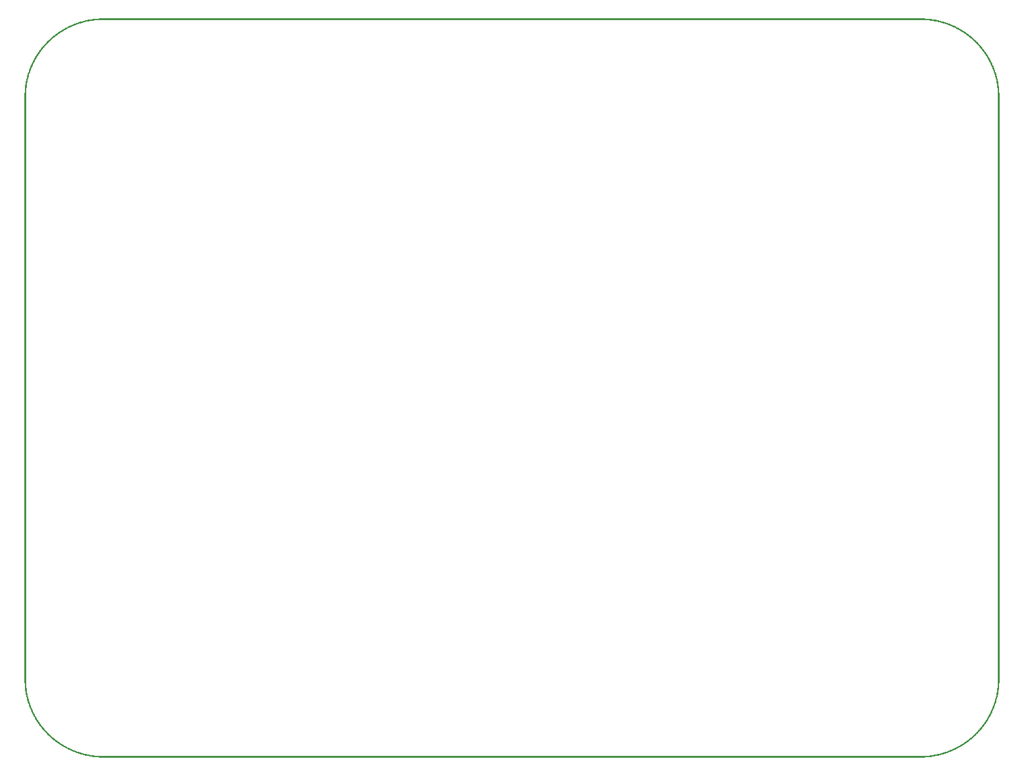
<source format=gbo>
G04 MADE WITH FRITZING*
G04 WWW.FRITZING.ORG*
G04 DOUBLE SIDED*
G04 HOLES PLATED*
G04 CONTOUR ON CENTER OF CONTOUR VECTOR*
%ASAXBY*%
%FSLAX23Y23*%
%MOIN*%
%OFA0B0*%
%SFA1.0B1.0*%
%ADD10R,0.001000X0.001000*%
%LNSILK0*%
G90*
G70*
G54D10*
X370Y3665D02*
X4457Y3665D01*
X356Y3664D02*
X4471Y3664D01*
X346Y3663D02*
X4481Y3663D01*
X337Y3662D02*
X4490Y3662D01*
X330Y3661D02*
X4497Y3661D01*
X324Y3660D02*
X4503Y3660D01*
X318Y3659D02*
X4509Y3659D01*
X313Y3658D02*
X4514Y3658D01*
X308Y3657D02*
X369Y3657D01*
X4458Y3657D02*
X4519Y3657D01*
X304Y3656D02*
X355Y3656D01*
X4472Y3656D02*
X4523Y3656D01*
X299Y3655D02*
X345Y3655D01*
X4482Y3655D02*
X4528Y3655D01*
X295Y3654D02*
X337Y3654D01*
X4490Y3654D02*
X4532Y3654D01*
X291Y3653D02*
X330Y3653D01*
X4497Y3653D02*
X4536Y3653D01*
X288Y3652D02*
X323Y3652D01*
X4504Y3652D02*
X4539Y3652D01*
X284Y3651D02*
X318Y3651D01*
X4509Y3651D02*
X4543Y3651D01*
X281Y3650D02*
X313Y3650D01*
X4514Y3650D02*
X4546Y3650D01*
X277Y3649D02*
X308Y3649D01*
X4519Y3649D02*
X4550Y3649D01*
X274Y3648D02*
X303Y3648D01*
X4524Y3648D02*
X4553Y3648D01*
X271Y3647D02*
X299Y3647D01*
X4528Y3647D02*
X4556Y3647D01*
X268Y3646D02*
X295Y3646D01*
X4532Y3646D02*
X4559Y3646D01*
X265Y3645D02*
X291Y3645D01*
X4536Y3645D02*
X4562Y3645D01*
X262Y3644D02*
X287Y3644D01*
X4540Y3644D02*
X4565Y3644D01*
X259Y3643D02*
X284Y3643D01*
X4543Y3643D02*
X4568Y3643D01*
X256Y3642D02*
X280Y3642D01*
X4547Y3642D02*
X4571Y3642D01*
X253Y3641D02*
X277Y3641D01*
X4550Y3641D02*
X4574Y3641D01*
X251Y3640D02*
X274Y3640D01*
X4553Y3640D02*
X4576Y3640D01*
X248Y3639D02*
X271Y3639D01*
X4556Y3639D02*
X4579Y3639D01*
X246Y3638D02*
X268Y3638D01*
X4559Y3638D02*
X4581Y3638D01*
X243Y3637D02*
X265Y3637D01*
X4562Y3637D02*
X4584Y3637D01*
X241Y3636D02*
X262Y3636D01*
X4565Y3636D02*
X4586Y3636D01*
X238Y3635D02*
X259Y3635D01*
X4568Y3635D02*
X4589Y3635D01*
X236Y3634D02*
X256Y3634D01*
X4571Y3634D02*
X4591Y3634D01*
X234Y3633D02*
X253Y3633D01*
X4574Y3633D02*
X4593Y3633D01*
X231Y3632D02*
X251Y3632D01*
X4576Y3632D02*
X4596Y3632D01*
X229Y3631D02*
X248Y3631D01*
X4579Y3631D02*
X4598Y3631D01*
X227Y3630D02*
X246Y3630D01*
X4581Y3630D02*
X4600Y3630D01*
X225Y3629D02*
X243Y3629D01*
X4584Y3629D02*
X4602Y3629D01*
X223Y3628D02*
X241Y3628D01*
X4586Y3628D02*
X4604Y3628D01*
X220Y3627D02*
X238Y3627D01*
X4589Y3627D02*
X4607Y3627D01*
X218Y3626D02*
X236Y3626D01*
X4591Y3626D02*
X4609Y3626D01*
X216Y3625D02*
X234Y3625D01*
X4593Y3625D02*
X4611Y3625D01*
X214Y3624D02*
X232Y3624D01*
X4595Y3624D02*
X4613Y3624D01*
X212Y3623D02*
X230Y3623D01*
X4597Y3623D02*
X4615Y3623D01*
X211Y3622D02*
X227Y3622D01*
X4600Y3622D02*
X4616Y3622D01*
X209Y3621D02*
X225Y3621D01*
X4602Y3621D02*
X4618Y3621D01*
X207Y3620D02*
X223Y3620D01*
X4604Y3620D02*
X4620Y3620D01*
X205Y3619D02*
X221Y3619D01*
X4606Y3619D02*
X4622Y3619D01*
X203Y3618D02*
X219Y3618D01*
X4608Y3618D02*
X4624Y3618D01*
X201Y3617D02*
X217Y3617D01*
X4610Y3617D02*
X4626Y3617D01*
X199Y3616D02*
X215Y3616D01*
X4612Y3616D02*
X4628Y3616D01*
X198Y3615D02*
X213Y3615D01*
X4614Y3615D02*
X4629Y3615D01*
X196Y3614D02*
X211Y3614D01*
X4616Y3614D02*
X4631Y3614D01*
X194Y3613D02*
X209Y3613D01*
X4618Y3613D02*
X4633Y3613D01*
X192Y3612D02*
X207Y3612D01*
X4620Y3612D02*
X4635Y3612D01*
X191Y3611D02*
X205Y3611D01*
X4622Y3611D02*
X4636Y3611D01*
X189Y3610D02*
X204Y3610D01*
X4623Y3610D02*
X4638Y3610D01*
X187Y3609D02*
X202Y3609D01*
X4625Y3609D02*
X4640Y3609D01*
X186Y3608D02*
X200Y3608D01*
X4627Y3608D02*
X4641Y3608D01*
X184Y3607D02*
X198Y3607D01*
X4629Y3607D02*
X4643Y3607D01*
X182Y3606D02*
X197Y3606D01*
X4630Y3606D02*
X4645Y3606D01*
X181Y3605D02*
X195Y3605D01*
X4632Y3605D02*
X4646Y3605D01*
X179Y3604D02*
X193Y3604D01*
X4634Y3604D02*
X4648Y3604D01*
X178Y3603D02*
X191Y3603D01*
X4636Y3603D02*
X4649Y3603D01*
X176Y3602D02*
X190Y3602D01*
X4637Y3602D02*
X4651Y3602D01*
X175Y3601D02*
X188Y3601D01*
X4639Y3601D02*
X4652Y3601D01*
X173Y3600D02*
X187Y3600D01*
X4640Y3600D02*
X4654Y3600D01*
X171Y3599D02*
X185Y3599D01*
X4642Y3599D02*
X4656Y3599D01*
X170Y3598D02*
X184Y3598D01*
X4643Y3598D02*
X4657Y3598D01*
X169Y3597D02*
X182Y3597D01*
X4645Y3597D02*
X4658Y3597D01*
X167Y3596D02*
X180Y3596D01*
X4647Y3596D02*
X4660Y3596D01*
X166Y3595D02*
X179Y3595D01*
X4648Y3595D02*
X4661Y3595D01*
X164Y3594D02*
X177Y3594D01*
X4650Y3594D02*
X4663Y3594D01*
X163Y3593D02*
X176Y3593D01*
X4651Y3593D02*
X4664Y3593D01*
X162Y3592D02*
X174Y3592D01*
X4653Y3592D02*
X4665Y3592D01*
X160Y3591D02*
X173Y3591D01*
X4654Y3591D02*
X4667Y3591D01*
X159Y3590D02*
X171Y3590D01*
X4656Y3590D02*
X4668Y3590D01*
X157Y3589D02*
X170Y3589D01*
X4657Y3589D02*
X4670Y3589D01*
X156Y3588D02*
X169Y3588D01*
X4658Y3588D02*
X4671Y3588D01*
X155Y3587D02*
X167Y3587D01*
X4660Y3587D02*
X4672Y3587D01*
X153Y3586D02*
X166Y3586D01*
X4661Y3586D02*
X4674Y3586D01*
X152Y3585D02*
X164Y3585D01*
X4663Y3585D02*
X4675Y3585D01*
X151Y3584D02*
X163Y3584D01*
X4664Y3584D02*
X4676Y3584D01*
X150Y3583D02*
X162Y3583D01*
X4665Y3583D02*
X4677Y3583D01*
X148Y3582D02*
X160Y3582D01*
X4667Y3582D02*
X4679Y3582D01*
X147Y3581D02*
X159Y3581D01*
X4668Y3581D02*
X4680Y3581D01*
X146Y3580D02*
X158Y3580D01*
X4669Y3580D02*
X4681Y3580D01*
X144Y3579D02*
X156Y3579D01*
X4671Y3579D02*
X4683Y3579D01*
X143Y3578D02*
X155Y3578D01*
X4672Y3578D02*
X4684Y3578D01*
X142Y3577D02*
X154Y3577D01*
X4673Y3577D02*
X4685Y3577D01*
X141Y3576D02*
X153Y3576D01*
X4674Y3576D02*
X4686Y3576D01*
X140Y3575D02*
X151Y3575D01*
X4676Y3575D02*
X4687Y3575D01*
X138Y3574D02*
X150Y3574D01*
X4677Y3574D02*
X4689Y3574D01*
X137Y3573D02*
X149Y3573D01*
X4678Y3573D02*
X4690Y3573D01*
X136Y3572D02*
X147Y3572D01*
X4680Y3572D02*
X4691Y3572D01*
X135Y3571D02*
X146Y3571D01*
X4681Y3571D02*
X4692Y3571D01*
X134Y3570D02*
X145Y3570D01*
X4682Y3570D02*
X4693Y3570D01*
X133Y3569D02*
X144Y3569D01*
X4683Y3569D02*
X4694Y3569D01*
X131Y3568D02*
X143Y3568D01*
X4684Y3568D02*
X4696Y3568D01*
X130Y3567D02*
X141Y3567D01*
X4686Y3567D02*
X4697Y3567D01*
X129Y3566D02*
X140Y3566D01*
X4687Y3566D02*
X4698Y3566D01*
X128Y3565D02*
X139Y3565D01*
X4688Y3565D02*
X4699Y3565D01*
X127Y3564D02*
X138Y3564D01*
X4689Y3564D02*
X4700Y3564D01*
X126Y3563D02*
X137Y3563D01*
X4690Y3563D02*
X4701Y3563D01*
X125Y3562D02*
X136Y3562D01*
X4691Y3562D02*
X4702Y3562D01*
X124Y3561D02*
X135Y3561D01*
X4692Y3561D02*
X4703Y3561D01*
X123Y3560D02*
X133Y3560D01*
X4694Y3560D02*
X4704Y3560D01*
X122Y3559D02*
X132Y3559D01*
X4695Y3559D02*
X4705Y3559D01*
X121Y3558D02*
X131Y3558D01*
X4696Y3558D02*
X4706Y3558D01*
X119Y3557D02*
X130Y3557D01*
X4697Y3557D02*
X4708Y3557D01*
X118Y3556D02*
X129Y3556D01*
X4698Y3556D02*
X4709Y3556D01*
X117Y3555D02*
X128Y3555D01*
X4699Y3555D02*
X4710Y3555D01*
X116Y3554D02*
X127Y3554D01*
X4700Y3554D02*
X4711Y3554D01*
X115Y3553D02*
X126Y3553D01*
X4701Y3553D02*
X4712Y3553D01*
X114Y3552D02*
X125Y3552D01*
X4702Y3552D02*
X4713Y3552D01*
X113Y3551D02*
X124Y3551D01*
X4703Y3551D02*
X4714Y3551D01*
X112Y3550D02*
X123Y3550D01*
X4704Y3550D02*
X4715Y3550D01*
X111Y3549D02*
X122Y3549D01*
X4705Y3549D02*
X4716Y3549D01*
X110Y3548D02*
X121Y3548D01*
X4706Y3548D02*
X4717Y3548D01*
X109Y3547D02*
X120Y3547D01*
X4707Y3547D02*
X4718Y3547D01*
X108Y3546D02*
X119Y3546D01*
X4708Y3546D02*
X4719Y3546D01*
X108Y3545D02*
X118Y3545D01*
X4709Y3545D02*
X4720Y3545D01*
X107Y3544D02*
X117Y3544D01*
X4710Y3544D02*
X4720Y3544D01*
X106Y3543D02*
X116Y3543D01*
X4711Y3543D02*
X4721Y3543D01*
X105Y3542D02*
X115Y3542D01*
X4712Y3542D02*
X4722Y3542D01*
X104Y3541D02*
X114Y3541D01*
X4713Y3541D02*
X4723Y3541D01*
X103Y3540D02*
X113Y3540D01*
X4714Y3540D02*
X4724Y3540D01*
X102Y3539D02*
X112Y3539D01*
X4715Y3539D02*
X4725Y3539D01*
X101Y3538D02*
X111Y3538D01*
X4716Y3538D02*
X4726Y3538D01*
X100Y3537D02*
X110Y3537D01*
X4717Y3537D02*
X4727Y3537D01*
X99Y3536D02*
X109Y3536D01*
X4718Y3536D02*
X4728Y3536D01*
X98Y3535D02*
X108Y3535D01*
X4719Y3535D02*
X4729Y3535D01*
X97Y3534D02*
X107Y3534D01*
X4720Y3534D02*
X4730Y3534D01*
X97Y3533D02*
X106Y3533D01*
X4721Y3533D02*
X4731Y3533D01*
X96Y3532D02*
X105Y3532D01*
X4722Y3532D02*
X4731Y3532D01*
X95Y3531D02*
X104Y3531D01*
X4723Y3531D02*
X4732Y3531D01*
X94Y3530D02*
X103Y3530D01*
X4724Y3530D02*
X4733Y3530D01*
X93Y3529D02*
X103Y3529D01*
X4724Y3529D02*
X4734Y3529D01*
X92Y3528D02*
X102Y3528D01*
X4725Y3528D02*
X4735Y3528D01*
X91Y3527D02*
X101Y3527D01*
X4726Y3527D02*
X4736Y3527D01*
X90Y3526D02*
X100Y3526D01*
X4727Y3526D02*
X4737Y3526D01*
X90Y3525D02*
X99Y3525D01*
X4728Y3525D02*
X4737Y3525D01*
X89Y3524D02*
X98Y3524D01*
X4729Y3524D02*
X4738Y3524D01*
X88Y3523D02*
X97Y3523D01*
X4730Y3523D02*
X4739Y3523D01*
X87Y3522D02*
X97Y3522D01*
X4730Y3522D02*
X4740Y3522D01*
X86Y3521D02*
X96Y3521D01*
X4731Y3521D02*
X4741Y3521D01*
X86Y3520D02*
X95Y3520D01*
X4732Y3520D02*
X4741Y3520D01*
X85Y3519D02*
X94Y3519D01*
X4733Y3519D02*
X4742Y3519D01*
X84Y3518D02*
X93Y3518D01*
X4734Y3518D02*
X4743Y3518D01*
X83Y3517D02*
X92Y3517D01*
X4735Y3517D02*
X4744Y3517D01*
X82Y3516D02*
X92Y3516D01*
X4735Y3516D02*
X4745Y3516D01*
X82Y3515D02*
X91Y3515D01*
X4736Y3515D02*
X4745Y3515D01*
X81Y3514D02*
X90Y3514D01*
X4737Y3514D02*
X4746Y3514D01*
X80Y3513D02*
X89Y3513D01*
X4738Y3513D02*
X4747Y3513D01*
X79Y3512D02*
X88Y3512D01*
X4739Y3512D02*
X4748Y3512D01*
X78Y3511D02*
X88Y3511D01*
X4739Y3511D02*
X4749Y3511D01*
X78Y3510D02*
X87Y3510D01*
X4740Y3510D02*
X4749Y3510D01*
X77Y3509D02*
X86Y3509D01*
X4741Y3509D02*
X4750Y3509D01*
X76Y3508D02*
X85Y3508D01*
X4742Y3508D02*
X4751Y3508D01*
X76Y3507D02*
X84Y3507D01*
X4743Y3507D02*
X4751Y3507D01*
X75Y3506D02*
X84Y3506D01*
X4743Y3506D02*
X4752Y3506D01*
X74Y3505D02*
X83Y3505D01*
X4744Y3505D02*
X4753Y3505D01*
X73Y3504D02*
X82Y3504D01*
X4745Y3504D02*
X4754Y3504D01*
X73Y3503D02*
X81Y3503D01*
X4746Y3503D02*
X4754Y3503D01*
X72Y3502D02*
X81Y3502D01*
X4746Y3502D02*
X4755Y3502D01*
X71Y3501D02*
X80Y3501D01*
X4747Y3501D02*
X4756Y3501D01*
X71Y3500D02*
X79Y3500D01*
X4748Y3500D02*
X4756Y3500D01*
X70Y3499D02*
X79Y3499D01*
X4748Y3499D02*
X4757Y3499D01*
X69Y3498D02*
X78Y3498D01*
X4749Y3498D02*
X4758Y3498D01*
X68Y3497D02*
X77Y3497D01*
X4750Y3497D02*
X4759Y3497D01*
X68Y3496D02*
X76Y3496D01*
X4751Y3496D02*
X4759Y3496D01*
X67Y3495D02*
X76Y3495D01*
X4751Y3495D02*
X4760Y3495D01*
X66Y3494D02*
X75Y3494D01*
X4752Y3494D02*
X4761Y3494D01*
X66Y3493D02*
X74Y3493D01*
X4753Y3493D02*
X4761Y3493D01*
X65Y3492D02*
X74Y3492D01*
X4753Y3492D02*
X4762Y3492D01*
X64Y3491D02*
X73Y3491D01*
X4754Y3491D02*
X4763Y3491D01*
X64Y3490D02*
X72Y3490D01*
X4755Y3490D02*
X4763Y3490D01*
X63Y3489D02*
X71Y3489D01*
X4756Y3489D02*
X4764Y3489D01*
X62Y3488D02*
X71Y3488D01*
X4756Y3488D02*
X4765Y3488D01*
X62Y3487D02*
X70Y3487D01*
X4757Y3487D02*
X4765Y3487D01*
X61Y3486D02*
X70Y3486D01*
X4757Y3486D02*
X4766Y3486D01*
X60Y3485D02*
X69Y3485D01*
X4758Y3485D02*
X4767Y3485D01*
X60Y3484D02*
X68Y3484D01*
X4759Y3484D02*
X4767Y3484D01*
X59Y3483D02*
X68Y3483D01*
X4759Y3483D02*
X4768Y3483D01*
X59Y3482D02*
X67Y3482D01*
X4760Y3482D02*
X4768Y3482D01*
X58Y3481D02*
X66Y3481D01*
X4761Y3481D02*
X4769Y3481D01*
X57Y3480D02*
X66Y3480D01*
X4761Y3480D02*
X4770Y3480D01*
X57Y3479D02*
X65Y3479D01*
X4762Y3479D02*
X4770Y3479D01*
X56Y3478D02*
X64Y3478D01*
X4763Y3478D02*
X4771Y3478D01*
X55Y3477D02*
X64Y3477D01*
X4763Y3477D02*
X4772Y3477D01*
X55Y3476D02*
X63Y3476D01*
X4764Y3476D02*
X4772Y3476D01*
X54Y3475D02*
X62Y3475D01*
X4765Y3475D02*
X4773Y3475D01*
X54Y3474D02*
X62Y3474D01*
X4765Y3474D02*
X4773Y3474D01*
X53Y3473D02*
X61Y3473D01*
X4766Y3473D02*
X4774Y3473D01*
X53Y3472D02*
X61Y3472D01*
X4766Y3472D02*
X4774Y3472D01*
X52Y3471D02*
X60Y3471D01*
X4767Y3471D02*
X4775Y3471D01*
X51Y3470D02*
X60Y3470D01*
X4767Y3470D02*
X4776Y3470D01*
X51Y3469D02*
X59Y3469D01*
X4768Y3469D02*
X4776Y3469D01*
X50Y3468D02*
X58Y3468D01*
X4769Y3468D02*
X4777Y3468D01*
X50Y3467D02*
X58Y3467D01*
X4769Y3467D02*
X4777Y3467D01*
X49Y3466D02*
X57Y3466D01*
X4770Y3466D02*
X4778Y3466D01*
X49Y3465D02*
X57Y3465D01*
X4770Y3465D02*
X4778Y3465D01*
X48Y3464D02*
X56Y3464D01*
X4771Y3464D02*
X4779Y3464D01*
X47Y3463D02*
X55Y3463D01*
X4772Y3463D02*
X4780Y3463D01*
X47Y3462D02*
X55Y3462D01*
X4772Y3462D02*
X4780Y3462D01*
X46Y3461D02*
X54Y3461D01*
X4773Y3461D02*
X4781Y3461D01*
X46Y3460D02*
X54Y3460D01*
X4773Y3460D02*
X4781Y3460D01*
X45Y3459D02*
X53Y3459D01*
X4774Y3459D02*
X4782Y3459D01*
X45Y3458D02*
X53Y3458D01*
X4774Y3458D02*
X4782Y3458D01*
X44Y3457D02*
X52Y3457D01*
X4775Y3457D02*
X4783Y3457D01*
X44Y3456D02*
X52Y3456D01*
X4775Y3456D02*
X4783Y3456D01*
X43Y3455D02*
X51Y3455D01*
X4776Y3455D02*
X4784Y3455D01*
X43Y3454D02*
X51Y3454D01*
X4776Y3454D02*
X4784Y3454D01*
X42Y3453D02*
X50Y3453D01*
X4777Y3453D02*
X4785Y3453D01*
X42Y3452D02*
X50Y3452D01*
X4777Y3452D02*
X4785Y3452D01*
X41Y3451D02*
X49Y3451D01*
X4778Y3451D02*
X4786Y3451D01*
X41Y3450D02*
X49Y3450D01*
X4779Y3450D02*
X4786Y3450D01*
X40Y3449D02*
X48Y3449D01*
X4779Y3449D02*
X4787Y3449D01*
X40Y3448D02*
X47Y3448D01*
X4780Y3448D02*
X4787Y3448D01*
X39Y3447D02*
X47Y3447D01*
X4780Y3447D02*
X4788Y3447D01*
X39Y3446D02*
X46Y3446D01*
X4781Y3446D02*
X4788Y3446D01*
X38Y3445D02*
X46Y3445D01*
X4781Y3445D02*
X4789Y3445D01*
X38Y3444D02*
X45Y3444D01*
X4782Y3444D02*
X4789Y3444D01*
X37Y3443D02*
X45Y3443D01*
X4782Y3443D02*
X4790Y3443D01*
X37Y3442D02*
X44Y3442D01*
X4783Y3442D02*
X4790Y3442D01*
X36Y3441D02*
X44Y3441D01*
X4783Y3441D02*
X4791Y3441D01*
X36Y3440D02*
X43Y3440D01*
X4784Y3440D02*
X4791Y3440D01*
X35Y3439D02*
X43Y3439D01*
X4784Y3439D02*
X4792Y3439D01*
X35Y3438D02*
X43Y3438D01*
X4784Y3438D02*
X4792Y3438D01*
X35Y3437D02*
X42Y3437D01*
X4785Y3437D02*
X4792Y3437D01*
X34Y3436D02*
X42Y3436D01*
X4785Y3436D02*
X4793Y3436D01*
X34Y3435D02*
X41Y3435D01*
X4786Y3435D02*
X4793Y3435D01*
X33Y3434D02*
X41Y3434D01*
X4786Y3434D02*
X4794Y3434D01*
X33Y3433D02*
X40Y3433D01*
X4787Y3433D02*
X4794Y3433D01*
X32Y3432D02*
X40Y3432D01*
X4787Y3432D02*
X4795Y3432D01*
X32Y3431D02*
X39Y3431D01*
X4788Y3431D02*
X4795Y3431D01*
X31Y3430D02*
X39Y3430D01*
X4788Y3430D02*
X4796Y3430D01*
X31Y3429D02*
X38Y3429D01*
X4789Y3429D02*
X4796Y3429D01*
X30Y3428D02*
X38Y3428D01*
X4789Y3428D02*
X4797Y3428D01*
X30Y3427D02*
X38Y3427D01*
X4789Y3427D02*
X4797Y3427D01*
X30Y3426D02*
X37Y3426D01*
X4790Y3426D02*
X4797Y3426D01*
X29Y3425D02*
X37Y3425D01*
X4790Y3425D02*
X4798Y3425D01*
X29Y3424D02*
X36Y3424D01*
X4791Y3424D02*
X4798Y3424D01*
X28Y3423D02*
X36Y3423D01*
X4791Y3423D02*
X4799Y3423D01*
X28Y3422D02*
X36Y3422D01*
X4791Y3422D02*
X4799Y3422D01*
X28Y3421D02*
X35Y3421D01*
X4792Y3421D02*
X4799Y3421D01*
X27Y3420D02*
X35Y3420D01*
X4792Y3420D02*
X4800Y3420D01*
X27Y3419D02*
X34Y3419D01*
X4793Y3419D02*
X4800Y3419D01*
X26Y3418D02*
X34Y3418D01*
X4793Y3418D02*
X4801Y3418D01*
X26Y3417D02*
X34Y3417D01*
X4793Y3417D02*
X4801Y3417D01*
X26Y3416D02*
X33Y3416D01*
X4794Y3416D02*
X4801Y3416D01*
X25Y3415D02*
X33Y3415D01*
X4794Y3415D02*
X4802Y3415D01*
X25Y3414D02*
X32Y3414D01*
X4795Y3414D02*
X4802Y3414D01*
X25Y3413D02*
X32Y3413D01*
X4795Y3413D02*
X4802Y3413D01*
X24Y3412D02*
X32Y3412D01*
X4795Y3412D02*
X4803Y3412D01*
X24Y3411D02*
X31Y3411D01*
X4796Y3411D02*
X4803Y3411D01*
X23Y3410D02*
X31Y3410D01*
X4796Y3410D02*
X4804Y3410D01*
X23Y3409D02*
X30Y3409D01*
X4797Y3409D02*
X4804Y3409D01*
X23Y3408D02*
X30Y3408D01*
X4797Y3408D02*
X4804Y3408D01*
X22Y3407D02*
X30Y3407D01*
X4797Y3407D02*
X4805Y3407D01*
X22Y3406D02*
X29Y3406D01*
X4798Y3406D02*
X4805Y3406D01*
X22Y3405D02*
X29Y3405D01*
X4798Y3405D02*
X4805Y3405D01*
X21Y3404D02*
X29Y3404D01*
X4798Y3404D02*
X4806Y3404D01*
X21Y3403D02*
X28Y3403D01*
X4799Y3403D02*
X4806Y3403D01*
X21Y3402D02*
X28Y3402D01*
X4799Y3402D02*
X4806Y3402D01*
X20Y3401D02*
X28Y3401D01*
X4799Y3401D02*
X4807Y3401D01*
X20Y3400D02*
X27Y3400D01*
X4800Y3400D02*
X4807Y3400D01*
X20Y3399D02*
X27Y3399D01*
X4800Y3399D02*
X4807Y3399D01*
X19Y3398D02*
X27Y3398D01*
X4800Y3398D02*
X4808Y3398D01*
X19Y3397D02*
X26Y3397D01*
X4801Y3397D02*
X4808Y3397D01*
X19Y3396D02*
X26Y3396D01*
X4801Y3396D02*
X4808Y3396D01*
X18Y3395D02*
X26Y3395D01*
X4801Y3395D02*
X4809Y3395D01*
X18Y3394D02*
X25Y3394D01*
X4802Y3394D02*
X4809Y3394D01*
X18Y3393D02*
X25Y3393D01*
X4802Y3393D02*
X4809Y3393D01*
X17Y3392D02*
X25Y3392D01*
X4802Y3392D02*
X4810Y3392D01*
X17Y3391D02*
X24Y3391D01*
X4803Y3391D02*
X4810Y3391D01*
X17Y3390D02*
X24Y3390D01*
X4803Y3390D02*
X4810Y3390D01*
X16Y3389D02*
X24Y3389D01*
X4803Y3389D02*
X4811Y3389D01*
X16Y3388D02*
X23Y3388D01*
X4804Y3388D02*
X4811Y3388D01*
X16Y3387D02*
X23Y3387D01*
X4804Y3387D02*
X4811Y3387D01*
X15Y3386D02*
X23Y3386D01*
X4804Y3386D02*
X4812Y3386D01*
X15Y3385D02*
X22Y3385D01*
X4805Y3385D02*
X4812Y3385D01*
X15Y3384D02*
X22Y3384D01*
X4805Y3384D02*
X4812Y3384D01*
X15Y3383D02*
X22Y3383D01*
X4805Y3383D02*
X4812Y3383D01*
X14Y3382D02*
X22Y3382D01*
X4805Y3382D02*
X4813Y3382D01*
X14Y3381D02*
X21Y3381D01*
X4806Y3381D02*
X4813Y3381D01*
X14Y3380D02*
X21Y3380D01*
X4806Y3380D02*
X4813Y3380D01*
X14Y3379D02*
X21Y3379D01*
X4806Y3379D02*
X4813Y3379D01*
X13Y3378D02*
X20Y3378D01*
X4807Y3378D02*
X4814Y3378D01*
X13Y3377D02*
X20Y3377D01*
X4807Y3377D02*
X4814Y3377D01*
X13Y3376D02*
X20Y3376D01*
X4807Y3376D02*
X4814Y3376D01*
X12Y3375D02*
X20Y3375D01*
X4807Y3375D02*
X4815Y3375D01*
X12Y3374D02*
X19Y3374D01*
X4808Y3374D02*
X4815Y3374D01*
X12Y3373D02*
X19Y3373D01*
X4808Y3373D02*
X4815Y3373D01*
X12Y3372D02*
X19Y3372D01*
X4808Y3372D02*
X4815Y3372D01*
X11Y3371D02*
X19Y3371D01*
X4808Y3371D02*
X4816Y3371D01*
X11Y3370D02*
X18Y3370D01*
X4809Y3370D02*
X4816Y3370D01*
X11Y3369D02*
X18Y3369D01*
X4809Y3369D02*
X4816Y3369D01*
X11Y3368D02*
X18Y3368D01*
X4809Y3368D02*
X4816Y3368D01*
X10Y3367D02*
X18Y3367D01*
X4809Y3367D02*
X4817Y3367D01*
X10Y3366D02*
X17Y3366D01*
X4810Y3366D02*
X4817Y3366D01*
X10Y3365D02*
X17Y3365D01*
X4810Y3365D02*
X4817Y3365D01*
X10Y3364D02*
X17Y3364D01*
X4810Y3364D02*
X4817Y3364D01*
X10Y3363D02*
X17Y3363D01*
X4810Y3363D02*
X4817Y3363D01*
X9Y3362D02*
X16Y3362D01*
X4811Y3362D02*
X4818Y3362D01*
X9Y3361D02*
X16Y3361D01*
X4811Y3361D02*
X4818Y3361D01*
X9Y3360D02*
X16Y3360D01*
X4811Y3360D02*
X4818Y3360D01*
X9Y3359D02*
X16Y3359D01*
X4811Y3359D02*
X4818Y3359D01*
X8Y3358D02*
X16Y3358D01*
X4811Y3358D02*
X4819Y3358D01*
X8Y3357D02*
X15Y3357D01*
X4812Y3357D02*
X4819Y3357D01*
X8Y3356D02*
X15Y3356D01*
X4812Y3356D02*
X4819Y3356D01*
X8Y3355D02*
X15Y3355D01*
X4812Y3355D02*
X4819Y3355D01*
X8Y3354D02*
X15Y3354D01*
X4812Y3354D02*
X4819Y3354D01*
X7Y3353D02*
X14Y3353D01*
X4813Y3353D02*
X4820Y3353D01*
X7Y3352D02*
X14Y3352D01*
X4813Y3352D02*
X4820Y3352D01*
X7Y3351D02*
X14Y3351D01*
X4813Y3351D02*
X4820Y3351D01*
X7Y3350D02*
X14Y3350D01*
X4813Y3350D02*
X4820Y3350D01*
X7Y3349D02*
X14Y3349D01*
X4813Y3349D02*
X4820Y3349D01*
X6Y3348D02*
X14Y3348D01*
X4813Y3348D02*
X4821Y3348D01*
X6Y3347D02*
X13Y3347D01*
X4814Y3347D02*
X4821Y3347D01*
X6Y3346D02*
X13Y3346D01*
X4814Y3346D02*
X4821Y3346D01*
X6Y3345D02*
X13Y3345D01*
X4814Y3345D02*
X4821Y3345D01*
X6Y3344D02*
X13Y3344D01*
X4814Y3344D02*
X4821Y3344D01*
X6Y3343D02*
X13Y3343D01*
X4814Y3343D02*
X4821Y3343D01*
X5Y3342D02*
X12Y3342D01*
X4815Y3342D02*
X4822Y3342D01*
X5Y3341D02*
X12Y3341D01*
X4815Y3341D02*
X4822Y3341D01*
X5Y3340D02*
X12Y3340D01*
X4815Y3340D02*
X4822Y3340D01*
X5Y3339D02*
X12Y3339D01*
X4815Y3339D02*
X4822Y3339D01*
X5Y3338D02*
X12Y3338D01*
X4815Y3338D02*
X4822Y3338D01*
X5Y3337D02*
X12Y3337D01*
X4815Y3337D02*
X4822Y3337D01*
X4Y3336D02*
X11Y3336D01*
X4816Y3336D02*
X4823Y3336D01*
X4Y3335D02*
X11Y3335D01*
X4816Y3335D02*
X4823Y3335D01*
X4Y3334D02*
X11Y3334D01*
X4816Y3334D02*
X4823Y3334D01*
X4Y3333D02*
X11Y3333D01*
X4816Y3333D02*
X4823Y3333D01*
X4Y3332D02*
X11Y3332D01*
X4816Y3332D02*
X4823Y3332D01*
X4Y3331D02*
X11Y3331D01*
X4816Y3331D02*
X4823Y3331D01*
X4Y3330D02*
X11Y3330D01*
X4816Y3330D02*
X4823Y3330D01*
X3Y3329D02*
X10Y3329D01*
X4817Y3329D02*
X4824Y3329D01*
X3Y3328D02*
X10Y3328D01*
X4817Y3328D02*
X4824Y3328D01*
X3Y3327D02*
X10Y3327D01*
X4817Y3327D02*
X4824Y3327D01*
X3Y3326D02*
X10Y3326D01*
X4817Y3326D02*
X4824Y3326D01*
X3Y3325D02*
X10Y3325D01*
X4817Y3325D02*
X4824Y3325D01*
X3Y3324D02*
X10Y3324D01*
X4817Y3324D02*
X4824Y3324D01*
X3Y3323D02*
X10Y3323D01*
X4817Y3323D02*
X4824Y3323D01*
X3Y3322D02*
X10Y3322D01*
X4817Y3322D02*
X4824Y3322D01*
X2Y3321D02*
X9Y3321D01*
X4818Y3321D02*
X4825Y3321D01*
X2Y3320D02*
X9Y3320D01*
X4818Y3320D02*
X4825Y3320D01*
X2Y3319D02*
X9Y3319D01*
X4818Y3319D02*
X4825Y3319D01*
X2Y3318D02*
X9Y3318D01*
X4818Y3318D02*
X4825Y3318D01*
X2Y3317D02*
X9Y3317D01*
X4818Y3317D02*
X4825Y3317D01*
X2Y3316D02*
X9Y3316D01*
X4818Y3316D02*
X4825Y3316D01*
X2Y3315D02*
X9Y3315D01*
X4818Y3315D02*
X4825Y3315D01*
X2Y3314D02*
X9Y3314D01*
X4818Y3314D02*
X4825Y3314D01*
X2Y3313D02*
X9Y3313D01*
X4818Y3313D02*
X4825Y3313D01*
X2Y3312D02*
X9Y3312D01*
X4818Y3312D02*
X4825Y3312D01*
X1Y3311D02*
X8Y3311D01*
X4819Y3311D02*
X4826Y3311D01*
X1Y3310D02*
X8Y3310D01*
X4819Y3310D02*
X4826Y3310D01*
X1Y3309D02*
X8Y3309D01*
X4819Y3309D02*
X4826Y3309D01*
X1Y3308D02*
X8Y3308D01*
X4819Y3308D02*
X4826Y3308D01*
X1Y3307D02*
X8Y3307D01*
X4819Y3307D02*
X4826Y3307D01*
X1Y3306D02*
X8Y3306D01*
X4819Y3306D02*
X4826Y3306D01*
X1Y3305D02*
X8Y3305D01*
X4819Y3305D02*
X4826Y3305D01*
X1Y3304D02*
X8Y3304D01*
X4819Y3304D02*
X4826Y3304D01*
X1Y3303D02*
X8Y3303D01*
X4819Y3303D02*
X4826Y3303D01*
X1Y3302D02*
X8Y3302D01*
X4819Y3302D02*
X4826Y3302D01*
X1Y3301D02*
X8Y3301D01*
X4819Y3301D02*
X4826Y3301D01*
X1Y3300D02*
X8Y3300D01*
X4819Y3300D02*
X4826Y3300D01*
X1Y3299D02*
X8Y3299D01*
X4819Y3299D02*
X4826Y3299D01*
X1Y3298D02*
X8Y3298D01*
X4819Y3298D02*
X4826Y3298D01*
X0Y3297D02*
X7Y3297D01*
X4820Y3297D02*
X4827Y3297D01*
X0Y3296D02*
X7Y3296D01*
X4820Y3296D02*
X4827Y3296D01*
X0Y3295D02*
X7Y3295D01*
X4820Y3295D02*
X4827Y3295D01*
X0Y3294D02*
X7Y3294D01*
X4820Y3294D02*
X4827Y3294D01*
X0Y3293D02*
X7Y3293D01*
X4820Y3293D02*
X4827Y3293D01*
X0Y3292D02*
X7Y3292D01*
X4820Y3292D02*
X4827Y3292D01*
X0Y3291D02*
X7Y3291D01*
X4820Y3291D02*
X4827Y3291D01*
X0Y3290D02*
X7Y3290D01*
X4820Y3290D02*
X4827Y3290D01*
X0Y3289D02*
X7Y3289D01*
X4820Y3289D02*
X4827Y3289D01*
X0Y3288D02*
X7Y3288D01*
X4820Y3288D02*
X4827Y3288D01*
X0Y3287D02*
X7Y3287D01*
X4820Y3287D02*
X4827Y3287D01*
X0Y3286D02*
X7Y3286D01*
X4820Y3286D02*
X4827Y3286D01*
X0Y3285D02*
X7Y3285D01*
X4820Y3285D02*
X4827Y3285D01*
X0Y3284D02*
X7Y3284D01*
X4820Y3284D02*
X4827Y3284D01*
X0Y3283D02*
X7Y3283D01*
X4820Y3283D02*
X4827Y3283D01*
X0Y3282D02*
X7Y3282D01*
X4820Y3282D02*
X4827Y3282D01*
X0Y3281D02*
X7Y3281D01*
X4820Y3281D02*
X4827Y3281D01*
X0Y3280D02*
X7Y3280D01*
X4820Y3280D02*
X4827Y3280D01*
X0Y3279D02*
X7Y3279D01*
X4820Y3279D02*
X4827Y3279D01*
X0Y3278D02*
X7Y3278D01*
X4820Y3278D02*
X4827Y3278D01*
X0Y3277D02*
X7Y3277D01*
X4820Y3277D02*
X4827Y3277D01*
X0Y3276D02*
X7Y3276D01*
X4820Y3276D02*
X4827Y3276D01*
X0Y3275D02*
X7Y3275D01*
X4820Y3275D02*
X4827Y3275D01*
X0Y3274D02*
X7Y3274D01*
X4820Y3274D02*
X4827Y3274D01*
X0Y3273D02*
X7Y3273D01*
X4820Y3273D02*
X4827Y3273D01*
X0Y3272D02*
X7Y3272D01*
X4820Y3272D02*
X4827Y3272D01*
X0Y3271D02*
X7Y3271D01*
X4820Y3271D02*
X4827Y3271D01*
X0Y3270D02*
X7Y3270D01*
X4820Y3270D02*
X4827Y3270D01*
X0Y3269D02*
X7Y3269D01*
X4820Y3269D02*
X4827Y3269D01*
X0Y3268D02*
X7Y3268D01*
X4820Y3268D02*
X4827Y3268D01*
X0Y3267D02*
X7Y3267D01*
X4820Y3267D02*
X4827Y3267D01*
X0Y3266D02*
X7Y3266D01*
X4820Y3266D02*
X4827Y3266D01*
X0Y3265D02*
X7Y3265D01*
X4820Y3265D02*
X4827Y3265D01*
X0Y3264D02*
X7Y3264D01*
X4820Y3264D02*
X4827Y3264D01*
X0Y3263D02*
X7Y3263D01*
X4820Y3263D02*
X4827Y3263D01*
X0Y3262D02*
X7Y3262D01*
X4820Y3262D02*
X4827Y3262D01*
X0Y3261D02*
X7Y3261D01*
X4820Y3261D02*
X4827Y3261D01*
X0Y3260D02*
X7Y3260D01*
X4820Y3260D02*
X4827Y3260D01*
X0Y3259D02*
X7Y3259D01*
X4820Y3259D02*
X4827Y3259D01*
X0Y3258D02*
X7Y3258D01*
X4820Y3258D02*
X4827Y3258D01*
X0Y3257D02*
X7Y3257D01*
X4820Y3257D02*
X4827Y3257D01*
X0Y3256D02*
X7Y3256D01*
X4820Y3256D02*
X4827Y3256D01*
X0Y3255D02*
X7Y3255D01*
X4820Y3255D02*
X4827Y3255D01*
X0Y3254D02*
X7Y3254D01*
X4820Y3254D02*
X4827Y3254D01*
X0Y3253D02*
X7Y3253D01*
X4820Y3253D02*
X4827Y3253D01*
X0Y3252D02*
X7Y3252D01*
X4820Y3252D02*
X4827Y3252D01*
X0Y3251D02*
X7Y3251D01*
X4820Y3251D02*
X4827Y3251D01*
X0Y3250D02*
X7Y3250D01*
X4820Y3250D02*
X4827Y3250D01*
X0Y3249D02*
X7Y3249D01*
X4820Y3249D02*
X4827Y3249D01*
X0Y3248D02*
X7Y3248D01*
X4820Y3248D02*
X4827Y3248D01*
X0Y3247D02*
X7Y3247D01*
X4820Y3247D02*
X4827Y3247D01*
X0Y3246D02*
X7Y3246D01*
X4820Y3246D02*
X4827Y3246D01*
X0Y3245D02*
X7Y3245D01*
X4820Y3245D02*
X4827Y3245D01*
X0Y3244D02*
X7Y3244D01*
X4820Y3244D02*
X4827Y3244D01*
X0Y3243D02*
X7Y3243D01*
X4820Y3243D02*
X4827Y3243D01*
X0Y3242D02*
X7Y3242D01*
X4820Y3242D02*
X4827Y3242D01*
X0Y3241D02*
X7Y3241D01*
X4820Y3241D02*
X4827Y3241D01*
X0Y3240D02*
X7Y3240D01*
X4820Y3240D02*
X4827Y3240D01*
X0Y3239D02*
X7Y3239D01*
X4820Y3239D02*
X4827Y3239D01*
X0Y3238D02*
X7Y3238D01*
X4820Y3238D02*
X4827Y3238D01*
X0Y3237D02*
X7Y3237D01*
X4820Y3237D02*
X4827Y3237D01*
X0Y3236D02*
X7Y3236D01*
X4820Y3236D02*
X4827Y3236D01*
X0Y3235D02*
X7Y3235D01*
X4820Y3235D02*
X4827Y3235D01*
X0Y3234D02*
X7Y3234D01*
X4820Y3234D02*
X4827Y3234D01*
X0Y3233D02*
X7Y3233D01*
X4820Y3233D02*
X4827Y3233D01*
X0Y3232D02*
X7Y3232D01*
X4820Y3232D02*
X4827Y3232D01*
X0Y3231D02*
X7Y3231D01*
X4820Y3231D02*
X4827Y3231D01*
X0Y3230D02*
X7Y3230D01*
X4820Y3230D02*
X4827Y3230D01*
X0Y3229D02*
X7Y3229D01*
X4820Y3229D02*
X4827Y3229D01*
X0Y3228D02*
X7Y3228D01*
X4820Y3228D02*
X4827Y3228D01*
X0Y3227D02*
X7Y3227D01*
X4820Y3227D02*
X4827Y3227D01*
X0Y3226D02*
X7Y3226D01*
X4820Y3226D02*
X4827Y3226D01*
X0Y3225D02*
X7Y3225D01*
X4820Y3225D02*
X4827Y3225D01*
X0Y3224D02*
X7Y3224D01*
X4820Y3224D02*
X4827Y3224D01*
X0Y3223D02*
X7Y3223D01*
X4820Y3223D02*
X4827Y3223D01*
X0Y3222D02*
X7Y3222D01*
X4820Y3222D02*
X4827Y3222D01*
X0Y3221D02*
X7Y3221D01*
X4820Y3221D02*
X4827Y3221D01*
X0Y3220D02*
X7Y3220D01*
X4820Y3220D02*
X4827Y3220D01*
X0Y3219D02*
X7Y3219D01*
X4820Y3219D02*
X4827Y3219D01*
X0Y3218D02*
X7Y3218D01*
X4820Y3218D02*
X4827Y3218D01*
X0Y3217D02*
X7Y3217D01*
X4820Y3217D02*
X4827Y3217D01*
X0Y3216D02*
X7Y3216D01*
X4820Y3216D02*
X4827Y3216D01*
X0Y3215D02*
X7Y3215D01*
X4820Y3215D02*
X4827Y3215D01*
X0Y3214D02*
X7Y3214D01*
X4820Y3214D02*
X4827Y3214D01*
X0Y3213D02*
X7Y3213D01*
X4820Y3213D02*
X4827Y3213D01*
X0Y3212D02*
X7Y3212D01*
X4820Y3212D02*
X4827Y3212D01*
X0Y3211D02*
X7Y3211D01*
X4820Y3211D02*
X4827Y3211D01*
X0Y3210D02*
X7Y3210D01*
X4820Y3210D02*
X4827Y3210D01*
X0Y3209D02*
X7Y3209D01*
X4820Y3209D02*
X4827Y3209D01*
X0Y3208D02*
X7Y3208D01*
X4820Y3208D02*
X4827Y3208D01*
X0Y3207D02*
X7Y3207D01*
X4820Y3207D02*
X4827Y3207D01*
X0Y3206D02*
X7Y3206D01*
X4820Y3206D02*
X4827Y3206D01*
X0Y3205D02*
X7Y3205D01*
X4820Y3205D02*
X4827Y3205D01*
X0Y3204D02*
X7Y3204D01*
X4820Y3204D02*
X4827Y3204D01*
X0Y3203D02*
X7Y3203D01*
X4820Y3203D02*
X4827Y3203D01*
X0Y3202D02*
X7Y3202D01*
X4820Y3202D02*
X4827Y3202D01*
X0Y3201D02*
X7Y3201D01*
X4820Y3201D02*
X4827Y3201D01*
X0Y3200D02*
X7Y3200D01*
X4820Y3200D02*
X4827Y3200D01*
X0Y3199D02*
X7Y3199D01*
X4820Y3199D02*
X4827Y3199D01*
X0Y3198D02*
X7Y3198D01*
X4820Y3198D02*
X4827Y3198D01*
X0Y3197D02*
X7Y3197D01*
X4820Y3197D02*
X4827Y3197D01*
X0Y3196D02*
X7Y3196D01*
X4820Y3196D02*
X4827Y3196D01*
X0Y3195D02*
X7Y3195D01*
X4820Y3195D02*
X4827Y3195D01*
X0Y3194D02*
X7Y3194D01*
X4820Y3194D02*
X4827Y3194D01*
X0Y3193D02*
X7Y3193D01*
X4820Y3193D02*
X4827Y3193D01*
X0Y3192D02*
X7Y3192D01*
X4820Y3192D02*
X4827Y3192D01*
X0Y3191D02*
X7Y3191D01*
X4820Y3191D02*
X4827Y3191D01*
X0Y3190D02*
X7Y3190D01*
X4820Y3190D02*
X4827Y3190D01*
X0Y3189D02*
X7Y3189D01*
X4820Y3189D02*
X4827Y3189D01*
X0Y3188D02*
X7Y3188D01*
X4820Y3188D02*
X4827Y3188D01*
X0Y3187D02*
X7Y3187D01*
X4820Y3187D02*
X4827Y3187D01*
X0Y3186D02*
X7Y3186D01*
X4820Y3186D02*
X4827Y3186D01*
X0Y3185D02*
X7Y3185D01*
X4820Y3185D02*
X4827Y3185D01*
X0Y3184D02*
X7Y3184D01*
X4820Y3184D02*
X4827Y3184D01*
X0Y3183D02*
X7Y3183D01*
X4820Y3183D02*
X4827Y3183D01*
X0Y3182D02*
X7Y3182D01*
X4820Y3182D02*
X4827Y3182D01*
X0Y3181D02*
X7Y3181D01*
X4820Y3181D02*
X4827Y3181D01*
X0Y3180D02*
X7Y3180D01*
X4820Y3180D02*
X4827Y3180D01*
X0Y3179D02*
X7Y3179D01*
X4820Y3179D02*
X4827Y3179D01*
X0Y3178D02*
X7Y3178D01*
X4820Y3178D02*
X4827Y3178D01*
X0Y3177D02*
X7Y3177D01*
X4820Y3177D02*
X4827Y3177D01*
X0Y3176D02*
X7Y3176D01*
X4820Y3176D02*
X4827Y3176D01*
X0Y3175D02*
X7Y3175D01*
X4820Y3175D02*
X4827Y3175D01*
X0Y3174D02*
X7Y3174D01*
X4820Y3174D02*
X4827Y3174D01*
X0Y3173D02*
X7Y3173D01*
X4820Y3173D02*
X4827Y3173D01*
X0Y3172D02*
X7Y3172D01*
X4820Y3172D02*
X4827Y3172D01*
X0Y3171D02*
X7Y3171D01*
X4820Y3171D02*
X4827Y3171D01*
X0Y3170D02*
X7Y3170D01*
X4820Y3170D02*
X4827Y3170D01*
X0Y3169D02*
X7Y3169D01*
X4820Y3169D02*
X4827Y3169D01*
X0Y3168D02*
X7Y3168D01*
X4820Y3168D02*
X4827Y3168D01*
X0Y3167D02*
X7Y3167D01*
X4820Y3167D02*
X4827Y3167D01*
X0Y3166D02*
X7Y3166D01*
X4820Y3166D02*
X4827Y3166D01*
X0Y3165D02*
X7Y3165D01*
X4820Y3165D02*
X4827Y3165D01*
X0Y3164D02*
X7Y3164D01*
X4820Y3164D02*
X4827Y3164D01*
X0Y3163D02*
X7Y3163D01*
X4820Y3163D02*
X4827Y3163D01*
X0Y3162D02*
X7Y3162D01*
X4820Y3162D02*
X4827Y3162D01*
X0Y3161D02*
X7Y3161D01*
X4820Y3161D02*
X4827Y3161D01*
X0Y3160D02*
X7Y3160D01*
X4820Y3160D02*
X4827Y3160D01*
X0Y3159D02*
X7Y3159D01*
X4820Y3159D02*
X4827Y3159D01*
X0Y3158D02*
X7Y3158D01*
X4820Y3158D02*
X4827Y3158D01*
X0Y3157D02*
X7Y3157D01*
X4820Y3157D02*
X4827Y3157D01*
X0Y3156D02*
X7Y3156D01*
X4820Y3156D02*
X4827Y3156D01*
X0Y3155D02*
X7Y3155D01*
X4820Y3155D02*
X4827Y3155D01*
X0Y3154D02*
X7Y3154D01*
X4820Y3154D02*
X4827Y3154D01*
X0Y3153D02*
X7Y3153D01*
X4820Y3153D02*
X4827Y3153D01*
X0Y3152D02*
X7Y3152D01*
X4820Y3152D02*
X4827Y3152D01*
X0Y3151D02*
X7Y3151D01*
X4820Y3151D02*
X4827Y3151D01*
X0Y3150D02*
X7Y3150D01*
X4820Y3150D02*
X4827Y3150D01*
X0Y3149D02*
X7Y3149D01*
X4820Y3149D02*
X4827Y3149D01*
X0Y3148D02*
X7Y3148D01*
X4820Y3148D02*
X4827Y3148D01*
X0Y3147D02*
X7Y3147D01*
X4820Y3147D02*
X4827Y3147D01*
X0Y3146D02*
X7Y3146D01*
X4820Y3146D02*
X4827Y3146D01*
X0Y3145D02*
X7Y3145D01*
X4820Y3145D02*
X4827Y3145D01*
X0Y3144D02*
X7Y3144D01*
X4820Y3144D02*
X4827Y3144D01*
X0Y3143D02*
X7Y3143D01*
X4820Y3143D02*
X4827Y3143D01*
X0Y3142D02*
X7Y3142D01*
X4820Y3142D02*
X4827Y3142D01*
X0Y3141D02*
X7Y3141D01*
X4820Y3141D02*
X4827Y3141D01*
X0Y3140D02*
X7Y3140D01*
X4820Y3140D02*
X4827Y3140D01*
X0Y3139D02*
X7Y3139D01*
X4820Y3139D02*
X4827Y3139D01*
X0Y3138D02*
X7Y3138D01*
X4820Y3138D02*
X4827Y3138D01*
X0Y3137D02*
X7Y3137D01*
X4820Y3137D02*
X4827Y3137D01*
X0Y3136D02*
X7Y3136D01*
X4820Y3136D02*
X4827Y3136D01*
X0Y3135D02*
X7Y3135D01*
X4820Y3135D02*
X4827Y3135D01*
X0Y3134D02*
X7Y3134D01*
X4820Y3134D02*
X4827Y3134D01*
X0Y3133D02*
X7Y3133D01*
X4820Y3133D02*
X4827Y3133D01*
X0Y3132D02*
X7Y3132D01*
X4820Y3132D02*
X4827Y3132D01*
X0Y3131D02*
X7Y3131D01*
X4820Y3131D02*
X4827Y3131D01*
X0Y3130D02*
X7Y3130D01*
X4820Y3130D02*
X4827Y3130D01*
X0Y3129D02*
X7Y3129D01*
X4820Y3129D02*
X4827Y3129D01*
X0Y3128D02*
X7Y3128D01*
X4820Y3128D02*
X4827Y3128D01*
X0Y3127D02*
X7Y3127D01*
X4820Y3127D02*
X4827Y3127D01*
X0Y3126D02*
X7Y3126D01*
X4820Y3126D02*
X4827Y3126D01*
X0Y3125D02*
X7Y3125D01*
X4820Y3125D02*
X4827Y3125D01*
X0Y3124D02*
X7Y3124D01*
X4820Y3124D02*
X4827Y3124D01*
X0Y3123D02*
X7Y3123D01*
X4820Y3123D02*
X4827Y3123D01*
X0Y3122D02*
X7Y3122D01*
X4820Y3122D02*
X4827Y3122D01*
X0Y3121D02*
X7Y3121D01*
X4820Y3121D02*
X4827Y3121D01*
X0Y3120D02*
X7Y3120D01*
X4820Y3120D02*
X4827Y3120D01*
X0Y3119D02*
X7Y3119D01*
X4820Y3119D02*
X4827Y3119D01*
X0Y3118D02*
X7Y3118D01*
X4820Y3118D02*
X4827Y3118D01*
X0Y3117D02*
X7Y3117D01*
X4820Y3117D02*
X4827Y3117D01*
X0Y3116D02*
X7Y3116D01*
X4820Y3116D02*
X4827Y3116D01*
X0Y3115D02*
X7Y3115D01*
X4820Y3115D02*
X4827Y3115D01*
X0Y3114D02*
X7Y3114D01*
X4820Y3114D02*
X4827Y3114D01*
X0Y3113D02*
X7Y3113D01*
X4820Y3113D02*
X4827Y3113D01*
X0Y3112D02*
X7Y3112D01*
X4820Y3112D02*
X4827Y3112D01*
X0Y3111D02*
X7Y3111D01*
X4820Y3111D02*
X4827Y3111D01*
X0Y3110D02*
X7Y3110D01*
X4820Y3110D02*
X4827Y3110D01*
X0Y3109D02*
X7Y3109D01*
X4820Y3109D02*
X4827Y3109D01*
X0Y3108D02*
X7Y3108D01*
X4820Y3108D02*
X4827Y3108D01*
X0Y3107D02*
X7Y3107D01*
X4820Y3107D02*
X4827Y3107D01*
X0Y3106D02*
X7Y3106D01*
X4820Y3106D02*
X4827Y3106D01*
X0Y3105D02*
X7Y3105D01*
X4820Y3105D02*
X4827Y3105D01*
X0Y3104D02*
X7Y3104D01*
X4820Y3104D02*
X4827Y3104D01*
X0Y3103D02*
X7Y3103D01*
X4820Y3103D02*
X4827Y3103D01*
X0Y3102D02*
X7Y3102D01*
X4820Y3102D02*
X4827Y3102D01*
X0Y3101D02*
X7Y3101D01*
X4820Y3101D02*
X4827Y3101D01*
X0Y3100D02*
X7Y3100D01*
X4820Y3100D02*
X4827Y3100D01*
X0Y3099D02*
X7Y3099D01*
X4820Y3099D02*
X4827Y3099D01*
X0Y3098D02*
X7Y3098D01*
X4820Y3098D02*
X4827Y3098D01*
X0Y3097D02*
X7Y3097D01*
X4820Y3097D02*
X4827Y3097D01*
X0Y3096D02*
X7Y3096D01*
X4820Y3096D02*
X4827Y3096D01*
X0Y3095D02*
X7Y3095D01*
X4820Y3095D02*
X4827Y3095D01*
X0Y3094D02*
X7Y3094D01*
X4820Y3094D02*
X4827Y3094D01*
X0Y3093D02*
X7Y3093D01*
X4820Y3093D02*
X4827Y3093D01*
X0Y3092D02*
X7Y3092D01*
X4820Y3092D02*
X4827Y3092D01*
X0Y3091D02*
X7Y3091D01*
X4820Y3091D02*
X4827Y3091D01*
X0Y3090D02*
X7Y3090D01*
X4820Y3090D02*
X4827Y3090D01*
X0Y3089D02*
X7Y3089D01*
X4820Y3089D02*
X4827Y3089D01*
X0Y3088D02*
X7Y3088D01*
X4820Y3088D02*
X4827Y3088D01*
X0Y3087D02*
X7Y3087D01*
X4820Y3087D02*
X4827Y3087D01*
X0Y3086D02*
X7Y3086D01*
X4820Y3086D02*
X4827Y3086D01*
X0Y3085D02*
X7Y3085D01*
X4820Y3085D02*
X4827Y3085D01*
X0Y3084D02*
X7Y3084D01*
X4820Y3084D02*
X4827Y3084D01*
X0Y3083D02*
X7Y3083D01*
X4820Y3083D02*
X4827Y3083D01*
X0Y3082D02*
X7Y3082D01*
X4820Y3082D02*
X4827Y3082D01*
X0Y3081D02*
X7Y3081D01*
X4820Y3081D02*
X4827Y3081D01*
X0Y3080D02*
X7Y3080D01*
X4820Y3080D02*
X4827Y3080D01*
X0Y3079D02*
X7Y3079D01*
X4820Y3079D02*
X4827Y3079D01*
X0Y3078D02*
X7Y3078D01*
X4820Y3078D02*
X4827Y3078D01*
X0Y3077D02*
X7Y3077D01*
X4820Y3077D02*
X4827Y3077D01*
X0Y3076D02*
X7Y3076D01*
X4820Y3076D02*
X4827Y3076D01*
X0Y3075D02*
X7Y3075D01*
X4820Y3075D02*
X4827Y3075D01*
X0Y3074D02*
X7Y3074D01*
X4820Y3074D02*
X4827Y3074D01*
X0Y3073D02*
X7Y3073D01*
X4820Y3073D02*
X4827Y3073D01*
X0Y3072D02*
X7Y3072D01*
X4820Y3072D02*
X4827Y3072D01*
X0Y3071D02*
X7Y3071D01*
X4820Y3071D02*
X4827Y3071D01*
X0Y3070D02*
X7Y3070D01*
X4820Y3070D02*
X4827Y3070D01*
X0Y3069D02*
X7Y3069D01*
X4820Y3069D02*
X4827Y3069D01*
X0Y3068D02*
X7Y3068D01*
X4820Y3068D02*
X4827Y3068D01*
X0Y3067D02*
X7Y3067D01*
X4820Y3067D02*
X4827Y3067D01*
X0Y3066D02*
X7Y3066D01*
X4820Y3066D02*
X4827Y3066D01*
X0Y3065D02*
X7Y3065D01*
X4820Y3065D02*
X4827Y3065D01*
X0Y3064D02*
X7Y3064D01*
X4820Y3064D02*
X4827Y3064D01*
X0Y3063D02*
X7Y3063D01*
X4820Y3063D02*
X4827Y3063D01*
X0Y3062D02*
X7Y3062D01*
X4820Y3062D02*
X4827Y3062D01*
X0Y3061D02*
X7Y3061D01*
X4820Y3061D02*
X4827Y3061D01*
X0Y3060D02*
X7Y3060D01*
X4820Y3060D02*
X4827Y3060D01*
X0Y3059D02*
X7Y3059D01*
X4820Y3059D02*
X4827Y3059D01*
X0Y3058D02*
X7Y3058D01*
X4820Y3058D02*
X4827Y3058D01*
X0Y3057D02*
X7Y3057D01*
X4820Y3057D02*
X4827Y3057D01*
X0Y3056D02*
X7Y3056D01*
X4820Y3056D02*
X4827Y3056D01*
X0Y3055D02*
X7Y3055D01*
X4820Y3055D02*
X4827Y3055D01*
X0Y3054D02*
X7Y3054D01*
X4820Y3054D02*
X4827Y3054D01*
X0Y3053D02*
X7Y3053D01*
X4820Y3053D02*
X4827Y3053D01*
X0Y3052D02*
X7Y3052D01*
X4820Y3052D02*
X4827Y3052D01*
X0Y3051D02*
X7Y3051D01*
X4820Y3051D02*
X4827Y3051D01*
X0Y3050D02*
X7Y3050D01*
X4820Y3050D02*
X4827Y3050D01*
X0Y3049D02*
X7Y3049D01*
X4820Y3049D02*
X4827Y3049D01*
X0Y3048D02*
X7Y3048D01*
X4820Y3048D02*
X4827Y3048D01*
X0Y3047D02*
X7Y3047D01*
X4820Y3047D02*
X4827Y3047D01*
X0Y3046D02*
X7Y3046D01*
X4820Y3046D02*
X4827Y3046D01*
X0Y3045D02*
X7Y3045D01*
X4820Y3045D02*
X4827Y3045D01*
X0Y3044D02*
X7Y3044D01*
X4820Y3044D02*
X4827Y3044D01*
X0Y3043D02*
X7Y3043D01*
X4820Y3043D02*
X4827Y3043D01*
X0Y3042D02*
X7Y3042D01*
X4820Y3042D02*
X4827Y3042D01*
X0Y3041D02*
X7Y3041D01*
X4820Y3041D02*
X4827Y3041D01*
X0Y3040D02*
X7Y3040D01*
X4820Y3040D02*
X4827Y3040D01*
X0Y3039D02*
X7Y3039D01*
X4820Y3039D02*
X4827Y3039D01*
X0Y3038D02*
X7Y3038D01*
X4820Y3038D02*
X4827Y3038D01*
X0Y3037D02*
X7Y3037D01*
X4820Y3037D02*
X4827Y3037D01*
X0Y3036D02*
X7Y3036D01*
X4820Y3036D02*
X4827Y3036D01*
X0Y3035D02*
X7Y3035D01*
X4820Y3035D02*
X4827Y3035D01*
X0Y3034D02*
X7Y3034D01*
X4820Y3034D02*
X4827Y3034D01*
X0Y3033D02*
X7Y3033D01*
X4820Y3033D02*
X4827Y3033D01*
X0Y3032D02*
X7Y3032D01*
X4820Y3032D02*
X4827Y3032D01*
X0Y3031D02*
X7Y3031D01*
X4820Y3031D02*
X4827Y3031D01*
X0Y3030D02*
X7Y3030D01*
X4820Y3030D02*
X4827Y3030D01*
X0Y3029D02*
X7Y3029D01*
X4820Y3029D02*
X4827Y3029D01*
X0Y3028D02*
X7Y3028D01*
X4820Y3028D02*
X4827Y3028D01*
X0Y3027D02*
X7Y3027D01*
X4820Y3027D02*
X4827Y3027D01*
X0Y3026D02*
X7Y3026D01*
X4820Y3026D02*
X4827Y3026D01*
X0Y3025D02*
X7Y3025D01*
X4820Y3025D02*
X4827Y3025D01*
X0Y3024D02*
X7Y3024D01*
X4820Y3024D02*
X4827Y3024D01*
X0Y3023D02*
X7Y3023D01*
X4820Y3023D02*
X4827Y3023D01*
X0Y3022D02*
X7Y3022D01*
X4820Y3022D02*
X4827Y3022D01*
X0Y3021D02*
X7Y3021D01*
X4820Y3021D02*
X4827Y3021D01*
X0Y3020D02*
X7Y3020D01*
X4820Y3020D02*
X4827Y3020D01*
X0Y3019D02*
X7Y3019D01*
X4820Y3019D02*
X4827Y3019D01*
X0Y3018D02*
X7Y3018D01*
X4820Y3018D02*
X4827Y3018D01*
X0Y3017D02*
X7Y3017D01*
X4820Y3017D02*
X4827Y3017D01*
X0Y3016D02*
X7Y3016D01*
X4820Y3016D02*
X4827Y3016D01*
X0Y3015D02*
X7Y3015D01*
X4820Y3015D02*
X4827Y3015D01*
X0Y3014D02*
X7Y3014D01*
X4820Y3014D02*
X4827Y3014D01*
X0Y3013D02*
X7Y3013D01*
X4820Y3013D02*
X4827Y3013D01*
X0Y3012D02*
X7Y3012D01*
X4820Y3012D02*
X4827Y3012D01*
X0Y3011D02*
X7Y3011D01*
X4820Y3011D02*
X4827Y3011D01*
X0Y3010D02*
X7Y3010D01*
X4820Y3010D02*
X4827Y3010D01*
X0Y3009D02*
X7Y3009D01*
X4820Y3009D02*
X4827Y3009D01*
X0Y3008D02*
X7Y3008D01*
X4820Y3008D02*
X4827Y3008D01*
X0Y3007D02*
X7Y3007D01*
X4820Y3007D02*
X4827Y3007D01*
X0Y3006D02*
X7Y3006D01*
X4820Y3006D02*
X4827Y3006D01*
X0Y3005D02*
X7Y3005D01*
X4820Y3005D02*
X4827Y3005D01*
X0Y3004D02*
X7Y3004D01*
X4820Y3004D02*
X4827Y3004D01*
X0Y3003D02*
X7Y3003D01*
X4820Y3003D02*
X4827Y3003D01*
X0Y3002D02*
X7Y3002D01*
X4820Y3002D02*
X4827Y3002D01*
X0Y3001D02*
X7Y3001D01*
X4820Y3001D02*
X4827Y3001D01*
X0Y3000D02*
X7Y3000D01*
X4820Y3000D02*
X4827Y3000D01*
X0Y2999D02*
X7Y2999D01*
X4820Y2999D02*
X4827Y2999D01*
X0Y2998D02*
X7Y2998D01*
X4820Y2998D02*
X4827Y2998D01*
X0Y2997D02*
X7Y2997D01*
X4820Y2997D02*
X4827Y2997D01*
X0Y2996D02*
X7Y2996D01*
X4820Y2996D02*
X4827Y2996D01*
X0Y2995D02*
X7Y2995D01*
X4820Y2995D02*
X4827Y2995D01*
X0Y2994D02*
X7Y2994D01*
X4820Y2994D02*
X4827Y2994D01*
X0Y2993D02*
X7Y2993D01*
X4820Y2993D02*
X4827Y2993D01*
X0Y2992D02*
X7Y2992D01*
X4820Y2992D02*
X4827Y2992D01*
X0Y2991D02*
X7Y2991D01*
X4820Y2991D02*
X4827Y2991D01*
X0Y2990D02*
X7Y2990D01*
X4820Y2990D02*
X4827Y2990D01*
X0Y2989D02*
X7Y2989D01*
X4820Y2989D02*
X4827Y2989D01*
X0Y2988D02*
X7Y2988D01*
X4820Y2988D02*
X4827Y2988D01*
X0Y2987D02*
X7Y2987D01*
X4820Y2987D02*
X4827Y2987D01*
X0Y2986D02*
X7Y2986D01*
X4820Y2986D02*
X4827Y2986D01*
X0Y2985D02*
X7Y2985D01*
X4820Y2985D02*
X4827Y2985D01*
X0Y2984D02*
X7Y2984D01*
X4820Y2984D02*
X4827Y2984D01*
X0Y2983D02*
X7Y2983D01*
X4820Y2983D02*
X4827Y2983D01*
X0Y2982D02*
X7Y2982D01*
X4820Y2982D02*
X4827Y2982D01*
X0Y2981D02*
X7Y2981D01*
X4820Y2981D02*
X4827Y2981D01*
X0Y2980D02*
X7Y2980D01*
X4820Y2980D02*
X4827Y2980D01*
X0Y2979D02*
X7Y2979D01*
X4820Y2979D02*
X4827Y2979D01*
X0Y2978D02*
X7Y2978D01*
X4820Y2978D02*
X4827Y2978D01*
X0Y2977D02*
X7Y2977D01*
X4820Y2977D02*
X4827Y2977D01*
X0Y2976D02*
X7Y2976D01*
X4820Y2976D02*
X4827Y2976D01*
X0Y2975D02*
X7Y2975D01*
X4820Y2975D02*
X4827Y2975D01*
X0Y2974D02*
X7Y2974D01*
X4820Y2974D02*
X4827Y2974D01*
X0Y2973D02*
X7Y2973D01*
X4820Y2973D02*
X4827Y2973D01*
X0Y2972D02*
X7Y2972D01*
X4820Y2972D02*
X4827Y2972D01*
X0Y2971D02*
X7Y2971D01*
X4820Y2971D02*
X4827Y2971D01*
X0Y2970D02*
X7Y2970D01*
X4820Y2970D02*
X4827Y2970D01*
X0Y2969D02*
X7Y2969D01*
X4820Y2969D02*
X4827Y2969D01*
X0Y2968D02*
X7Y2968D01*
X4820Y2968D02*
X4827Y2968D01*
X0Y2967D02*
X7Y2967D01*
X4820Y2967D02*
X4827Y2967D01*
X0Y2966D02*
X7Y2966D01*
X4820Y2966D02*
X4827Y2966D01*
X0Y2965D02*
X7Y2965D01*
X4820Y2965D02*
X4827Y2965D01*
X0Y2964D02*
X7Y2964D01*
X4820Y2964D02*
X4827Y2964D01*
X0Y2963D02*
X7Y2963D01*
X4820Y2963D02*
X4827Y2963D01*
X0Y2962D02*
X7Y2962D01*
X4820Y2962D02*
X4827Y2962D01*
X0Y2961D02*
X7Y2961D01*
X4820Y2961D02*
X4827Y2961D01*
X0Y2960D02*
X7Y2960D01*
X4820Y2960D02*
X4827Y2960D01*
X0Y2959D02*
X7Y2959D01*
X4820Y2959D02*
X4827Y2959D01*
X0Y2958D02*
X7Y2958D01*
X4820Y2958D02*
X4827Y2958D01*
X0Y2957D02*
X7Y2957D01*
X4820Y2957D02*
X4827Y2957D01*
X0Y2956D02*
X7Y2956D01*
X4820Y2956D02*
X4827Y2956D01*
X0Y2955D02*
X7Y2955D01*
X4820Y2955D02*
X4827Y2955D01*
X0Y2954D02*
X7Y2954D01*
X4820Y2954D02*
X4827Y2954D01*
X0Y2953D02*
X7Y2953D01*
X4820Y2953D02*
X4827Y2953D01*
X0Y2952D02*
X7Y2952D01*
X4820Y2952D02*
X4827Y2952D01*
X0Y2951D02*
X7Y2951D01*
X4820Y2951D02*
X4827Y2951D01*
X0Y2950D02*
X7Y2950D01*
X4820Y2950D02*
X4827Y2950D01*
X0Y2949D02*
X7Y2949D01*
X4820Y2949D02*
X4827Y2949D01*
X0Y2948D02*
X7Y2948D01*
X4820Y2948D02*
X4827Y2948D01*
X0Y2947D02*
X7Y2947D01*
X4820Y2947D02*
X4827Y2947D01*
X0Y2946D02*
X7Y2946D01*
X4820Y2946D02*
X4827Y2946D01*
X0Y2945D02*
X7Y2945D01*
X4820Y2945D02*
X4827Y2945D01*
X0Y2944D02*
X7Y2944D01*
X4820Y2944D02*
X4827Y2944D01*
X0Y2943D02*
X7Y2943D01*
X4820Y2943D02*
X4827Y2943D01*
X0Y2942D02*
X7Y2942D01*
X4820Y2942D02*
X4827Y2942D01*
X0Y2941D02*
X7Y2941D01*
X4820Y2941D02*
X4827Y2941D01*
X0Y2940D02*
X7Y2940D01*
X4820Y2940D02*
X4827Y2940D01*
X0Y2939D02*
X7Y2939D01*
X4820Y2939D02*
X4827Y2939D01*
X0Y2938D02*
X7Y2938D01*
X4820Y2938D02*
X4827Y2938D01*
X0Y2937D02*
X7Y2937D01*
X4820Y2937D02*
X4827Y2937D01*
X0Y2936D02*
X7Y2936D01*
X4820Y2936D02*
X4827Y2936D01*
X0Y2935D02*
X7Y2935D01*
X4820Y2935D02*
X4827Y2935D01*
X0Y2934D02*
X7Y2934D01*
X4820Y2934D02*
X4827Y2934D01*
X0Y2933D02*
X7Y2933D01*
X4820Y2933D02*
X4827Y2933D01*
X0Y2932D02*
X7Y2932D01*
X4820Y2932D02*
X4827Y2932D01*
X0Y2931D02*
X7Y2931D01*
X4820Y2931D02*
X4827Y2931D01*
X0Y2930D02*
X7Y2930D01*
X4820Y2930D02*
X4827Y2930D01*
X0Y2929D02*
X7Y2929D01*
X4820Y2929D02*
X4827Y2929D01*
X0Y2928D02*
X7Y2928D01*
X4820Y2928D02*
X4827Y2928D01*
X0Y2927D02*
X7Y2927D01*
X4820Y2927D02*
X4827Y2927D01*
X0Y2926D02*
X7Y2926D01*
X4820Y2926D02*
X4827Y2926D01*
X0Y2925D02*
X7Y2925D01*
X4820Y2925D02*
X4827Y2925D01*
X0Y2924D02*
X7Y2924D01*
X4820Y2924D02*
X4827Y2924D01*
X0Y2923D02*
X7Y2923D01*
X4820Y2923D02*
X4827Y2923D01*
X0Y2922D02*
X7Y2922D01*
X4820Y2922D02*
X4827Y2922D01*
X0Y2921D02*
X7Y2921D01*
X4820Y2921D02*
X4827Y2921D01*
X0Y2920D02*
X7Y2920D01*
X4820Y2920D02*
X4827Y2920D01*
X0Y2919D02*
X7Y2919D01*
X4820Y2919D02*
X4827Y2919D01*
X0Y2918D02*
X7Y2918D01*
X4820Y2918D02*
X4827Y2918D01*
X0Y2917D02*
X7Y2917D01*
X4820Y2917D02*
X4827Y2917D01*
X0Y2916D02*
X7Y2916D01*
X4820Y2916D02*
X4827Y2916D01*
X0Y2915D02*
X7Y2915D01*
X4820Y2915D02*
X4827Y2915D01*
X0Y2914D02*
X7Y2914D01*
X4820Y2914D02*
X4827Y2914D01*
X0Y2913D02*
X7Y2913D01*
X4820Y2913D02*
X4827Y2913D01*
X0Y2912D02*
X7Y2912D01*
X4820Y2912D02*
X4827Y2912D01*
X0Y2911D02*
X7Y2911D01*
X4820Y2911D02*
X4827Y2911D01*
X0Y2910D02*
X7Y2910D01*
X4820Y2910D02*
X4827Y2910D01*
X0Y2909D02*
X7Y2909D01*
X4820Y2909D02*
X4827Y2909D01*
X0Y2908D02*
X7Y2908D01*
X4820Y2908D02*
X4827Y2908D01*
X0Y2907D02*
X7Y2907D01*
X4820Y2907D02*
X4827Y2907D01*
X0Y2906D02*
X7Y2906D01*
X4820Y2906D02*
X4827Y2906D01*
X0Y2905D02*
X7Y2905D01*
X4820Y2905D02*
X4827Y2905D01*
X0Y2904D02*
X7Y2904D01*
X4820Y2904D02*
X4827Y2904D01*
X0Y2903D02*
X7Y2903D01*
X4820Y2903D02*
X4827Y2903D01*
X0Y2902D02*
X7Y2902D01*
X4820Y2902D02*
X4827Y2902D01*
X0Y2901D02*
X7Y2901D01*
X4820Y2901D02*
X4827Y2901D01*
X0Y2900D02*
X7Y2900D01*
X4820Y2900D02*
X4827Y2900D01*
X0Y2899D02*
X7Y2899D01*
X4820Y2899D02*
X4827Y2899D01*
X0Y2898D02*
X7Y2898D01*
X4820Y2898D02*
X4827Y2898D01*
X0Y2897D02*
X7Y2897D01*
X4820Y2897D02*
X4827Y2897D01*
X0Y2896D02*
X7Y2896D01*
X4820Y2896D02*
X4827Y2896D01*
X0Y2895D02*
X7Y2895D01*
X4820Y2895D02*
X4827Y2895D01*
X0Y2894D02*
X7Y2894D01*
X4820Y2894D02*
X4827Y2894D01*
X0Y2893D02*
X7Y2893D01*
X4820Y2893D02*
X4827Y2893D01*
X0Y2892D02*
X7Y2892D01*
X4820Y2892D02*
X4827Y2892D01*
X0Y2891D02*
X7Y2891D01*
X4820Y2891D02*
X4827Y2891D01*
X0Y2890D02*
X7Y2890D01*
X4820Y2890D02*
X4827Y2890D01*
X0Y2889D02*
X7Y2889D01*
X4820Y2889D02*
X4827Y2889D01*
X0Y2888D02*
X7Y2888D01*
X4820Y2888D02*
X4827Y2888D01*
X0Y2887D02*
X7Y2887D01*
X4820Y2887D02*
X4827Y2887D01*
X0Y2886D02*
X7Y2886D01*
X4820Y2886D02*
X4827Y2886D01*
X0Y2885D02*
X7Y2885D01*
X4820Y2885D02*
X4827Y2885D01*
X0Y2884D02*
X7Y2884D01*
X4820Y2884D02*
X4827Y2884D01*
X0Y2883D02*
X7Y2883D01*
X4820Y2883D02*
X4827Y2883D01*
X0Y2882D02*
X7Y2882D01*
X4820Y2882D02*
X4827Y2882D01*
X0Y2881D02*
X7Y2881D01*
X4820Y2881D02*
X4827Y2881D01*
X0Y2880D02*
X7Y2880D01*
X4820Y2880D02*
X4827Y2880D01*
X0Y2879D02*
X7Y2879D01*
X4820Y2879D02*
X4827Y2879D01*
X0Y2878D02*
X7Y2878D01*
X4820Y2878D02*
X4827Y2878D01*
X0Y2877D02*
X7Y2877D01*
X4820Y2877D02*
X4827Y2877D01*
X0Y2876D02*
X7Y2876D01*
X4820Y2876D02*
X4827Y2876D01*
X0Y2875D02*
X7Y2875D01*
X4820Y2875D02*
X4827Y2875D01*
X0Y2874D02*
X7Y2874D01*
X4820Y2874D02*
X4827Y2874D01*
X0Y2873D02*
X7Y2873D01*
X4820Y2873D02*
X4827Y2873D01*
X0Y2872D02*
X7Y2872D01*
X4820Y2872D02*
X4827Y2872D01*
X0Y2871D02*
X7Y2871D01*
X4820Y2871D02*
X4827Y2871D01*
X0Y2870D02*
X7Y2870D01*
X4820Y2870D02*
X4827Y2870D01*
X0Y2869D02*
X7Y2869D01*
X4820Y2869D02*
X4827Y2869D01*
X0Y2868D02*
X7Y2868D01*
X4820Y2868D02*
X4827Y2868D01*
X0Y2867D02*
X7Y2867D01*
X4820Y2867D02*
X4827Y2867D01*
X0Y2866D02*
X7Y2866D01*
X4820Y2866D02*
X4827Y2866D01*
X0Y2865D02*
X7Y2865D01*
X4820Y2865D02*
X4827Y2865D01*
X0Y2864D02*
X7Y2864D01*
X4820Y2864D02*
X4827Y2864D01*
X0Y2863D02*
X7Y2863D01*
X4820Y2863D02*
X4827Y2863D01*
X0Y2862D02*
X7Y2862D01*
X4820Y2862D02*
X4827Y2862D01*
X0Y2861D02*
X7Y2861D01*
X4820Y2861D02*
X4827Y2861D01*
X0Y2860D02*
X7Y2860D01*
X4820Y2860D02*
X4827Y2860D01*
X0Y2859D02*
X7Y2859D01*
X4820Y2859D02*
X4827Y2859D01*
X0Y2858D02*
X7Y2858D01*
X4820Y2858D02*
X4827Y2858D01*
X0Y2857D02*
X7Y2857D01*
X4820Y2857D02*
X4827Y2857D01*
X0Y2856D02*
X7Y2856D01*
X4820Y2856D02*
X4827Y2856D01*
X0Y2855D02*
X7Y2855D01*
X4820Y2855D02*
X4827Y2855D01*
X0Y2854D02*
X7Y2854D01*
X4820Y2854D02*
X4827Y2854D01*
X0Y2853D02*
X7Y2853D01*
X4820Y2853D02*
X4827Y2853D01*
X0Y2852D02*
X7Y2852D01*
X4820Y2852D02*
X4827Y2852D01*
X0Y2851D02*
X7Y2851D01*
X4820Y2851D02*
X4827Y2851D01*
X0Y2850D02*
X7Y2850D01*
X4820Y2850D02*
X4827Y2850D01*
X0Y2849D02*
X7Y2849D01*
X4820Y2849D02*
X4827Y2849D01*
X0Y2848D02*
X7Y2848D01*
X4820Y2848D02*
X4827Y2848D01*
X0Y2847D02*
X7Y2847D01*
X4820Y2847D02*
X4827Y2847D01*
X0Y2846D02*
X7Y2846D01*
X4820Y2846D02*
X4827Y2846D01*
X0Y2845D02*
X7Y2845D01*
X4820Y2845D02*
X4827Y2845D01*
X0Y2844D02*
X7Y2844D01*
X4820Y2844D02*
X4827Y2844D01*
X0Y2843D02*
X7Y2843D01*
X4820Y2843D02*
X4827Y2843D01*
X0Y2842D02*
X7Y2842D01*
X4820Y2842D02*
X4827Y2842D01*
X0Y2841D02*
X7Y2841D01*
X4820Y2841D02*
X4827Y2841D01*
X0Y2840D02*
X7Y2840D01*
X4820Y2840D02*
X4827Y2840D01*
X0Y2839D02*
X7Y2839D01*
X4820Y2839D02*
X4827Y2839D01*
X0Y2838D02*
X7Y2838D01*
X4820Y2838D02*
X4827Y2838D01*
X0Y2837D02*
X7Y2837D01*
X4820Y2837D02*
X4827Y2837D01*
X0Y2836D02*
X7Y2836D01*
X4820Y2836D02*
X4827Y2836D01*
X0Y2835D02*
X7Y2835D01*
X4820Y2835D02*
X4827Y2835D01*
X0Y2834D02*
X7Y2834D01*
X4820Y2834D02*
X4827Y2834D01*
X0Y2833D02*
X7Y2833D01*
X4820Y2833D02*
X4827Y2833D01*
X0Y2832D02*
X7Y2832D01*
X4820Y2832D02*
X4827Y2832D01*
X0Y2831D02*
X7Y2831D01*
X4820Y2831D02*
X4827Y2831D01*
X0Y2830D02*
X7Y2830D01*
X4820Y2830D02*
X4827Y2830D01*
X0Y2829D02*
X7Y2829D01*
X4820Y2829D02*
X4827Y2829D01*
X0Y2828D02*
X7Y2828D01*
X4820Y2828D02*
X4827Y2828D01*
X0Y2827D02*
X7Y2827D01*
X4820Y2827D02*
X4827Y2827D01*
X0Y2826D02*
X7Y2826D01*
X4820Y2826D02*
X4827Y2826D01*
X0Y2825D02*
X7Y2825D01*
X4820Y2825D02*
X4827Y2825D01*
X0Y2824D02*
X7Y2824D01*
X4820Y2824D02*
X4827Y2824D01*
X0Y2823D02*
X7Y2823D01*
X4820Y2823D02*
X4827Y2823D01*
X0Y2822D02*
X7Y2822D01*
X4820Y2822D02*
X4827Y2822D01*
X0Y2821D02*
X7Y2821D01*
X4820Y2821D02*
X4827Y2821D01*
X0Y2820D02*
X7Y2820D01*
X4820Y2820D02*
X4827Y2820D01*
X0Y2819D02*
X7Y2819D01*
X4820Y2819D02*
X4827Y2819D01*
X0Y2818D02*
X7Y2818D01*
X4820Y2818D02*
X4827Y2818D01*
X0Y2817D02*
X7Y2817D01*
X4820Y2817D02*
X4827Y2817D01*
X0Y2816D02*
X7Y2816D01*
X4820Y2816D02*
X4827Y2816D01*
X0Y2815D02*
X7Y2815D01*
X4820Y2815D02*
X4827Y2815D01*
X0Y2814D02*
X7Y2814D01*
X4820Y2814D02*
X4827Y2814D01*
X0Y2813D02*
X7Y2813D01*
X4820Y2813D02*
X4827Y2813D01*
X0Y2812D02*
X7Y2812D01*
X4820Y2812D02*
X4827Y2812D01*
X0Y2811D02*
X7Y2811D01*
X4820Y2811D02*
X4827Y2811D01*
X0Y2810D02*
X7Y2810D01*
X4820Y2810D02*
X4827Y2810D01*
X0Y2809D02*
X7Y2809D01*
X4820Y2809D02*
X4827Y2809D01*
X0Y2808D02*
X7Y2808D01*
X4820Y2808D02*
X4827Y2808D01*
X0Y2807D02*
X7Y2807D01*
X4820Y2807D02*
X4827Y2807D01*
X0Y2806D02*
X7Y2806D01*
X4820Y2806D02*
X4827Y2806D01*
X0Y2805D02*
X7Y2805D01*
X4820Y2805D02*
X4827Y2805D01*
X0Y2804D02*
X7Y2804D01*
X4820Y2804D02*
X4827Y2804D01*
X0Y2803D02*
X7Y2803D01*
X4820Y2803D02*
X4827Y2803D01*
X0Y2802D02*
X7Y2802D01*
X4820Y2802D02*
X4827Y2802D01*
X0Y2801D02*
X7Y2801D01*
X4820Y2801D02*
X4827Y2801D01*
X0Y2800D02*
X7Y2800D01*
X4820Y2800D02*
X4827Y2800D01*
X0Y2799D02*
X7Y2799D01*
X4820Y2799D02*
X4827Y2799D01*
X0Y2798D02*
X7Y2798D01*
X4820Y2798D02*
X4827Y2798D01*
X0Y2797D02*
X7Y2797D01*
X4820Y2797D02*
X4827Y2797D01*
X0Y2796D02*
X7Y2796D01*
X4820Y2796D02*
X4827Y2796D01*
X0Y2795D02*
X7Y2795D01*
X4820Y2795D02*
X4827Y2795D01*
X0Y2794D02*
X7Y2794D01*
X4820Y2794D02*
X4827Y2794D01*
X0Y2793D02*
X7Y2793D01*
X4820Y2793D02*
X4827Y2793D01*
X0Y2792D02*
X7Y2792D01*
X4820Y2792D02*
X4827Y2792D01*
X0Y2791D02*
X7Y2791D01*
X4820Y2791D02*
X4827Y2791D01*
X0Y2790D02*
X7Y2790D01*
X4820Y2790D02*
X4827Y2790D01*
X0Y2789D02*
X7Y2789D01*
X4820Y2789D02*
X4827Y2789D01*
X0Y2788D02*
X7Y2788D01*
X4820Y2788D02*
X4827Y2788D01*
X0Y2787D02*
X7Y2787D01*
X4820Y2787D02*
X4827Y2787D01*
X0Y2786D02*
X7Y2786D01*
X4820Y2786D02*
X4827Y2786D01*
X0Y2785D02*
X7Y2785D01*
X4820Y2785D02*
X4827Y2785D01*
X0Y2784D02*
X7Y2784D01*
X4820Y2784D02*
X4827Y2784D01*
X0Y2783D02*
X7Y2783D01*
X4820Y2783D02*
X4827Y2783D01*
X0Y2782D02*
X7Y2782D01*
X4820Y2782D02*
X4827Y2782D01*
X0Y2781D02*
X7Y2781D01*
X4820Y2781D02*
X4827Y2781D01*
X0Y2780D02*
X7Y2780D01*
X4820Y2780D02*
X4827Y2780D01*
X0Y2779D02*
X7Y2779D01*
X4820Y2779D02*
X4827Y2779D01*
X0Y2778D02*
X7Y2778D01*
X4820Y2778D02*
X4827Y2778D01*
X0Y2777D02*
X7Y2777D01*
X4820Y2777D02*
X4827Y2777D01*
X0Y2776D02*
X7Y2776D01*
X4820Y2776D02*
X4827Y2776D01*
X0Y2775D02*
X7Y2775D01*
X4820Y2775D02*
X4827Y2775D01*
X0Y2774D02*
X7Y2774D01*
X4820Y2774D02*
X4827Y2774D01*
X0Y2773D02*
X7Y2773D01*
X4820Y2773D02*
X4827Y2773D01*
X0Y2772D02*
X7Y2772D01*
X4820Y2772D02*
X4827Y2772D01*
X0Y2771D02*
X7Y2771D01*
X4820Y2771D02*
X4827Y2771D01*
X0Y2770D02*
X7Y2770D01*
X4820Y2770D02*
X4827Y2770D01*
X0Y2769D02*
X7Y2769D01*
X4820Y2769D02*
X4827Y2769D01*
X0Y2768D02*
X7Y2768D01*
X4820Y2768D02*
X4827Y2768D01*
X0Y2767D02*
X7Y2767D01*
X4820Y2767D02*
X4827Y2767D01*
X0Y2766D02*
X7Y2766D01*
X4820Y2766D02*
X4827Y2766D01*
X0Y2765D02*
X7Y2765D01*
X4820Y2765D02*
X4827Y2765D01*
X0Y2764D02*
X7Y2764D01*
X4820Y2764D02*
X4827Y2764D01*
X0Y2763D02*
X7Y2763D01*
X4820Y2763D02*
X4827Y2763D01*
X0Y2762D02*
X7Y2762D01*
X4820Y2762D02*
X4827Y2762D01*
X0Y2761D02*
X7Y2761D01*
X4820Y2761D02*
X4827Y2761D01*
X0Y2760D02*
X7Y2760D01*
X4820Y2760D02*
X4827Y2760D01*
X0Y2759D02*
X7Y2759D01*
X4820Y2759D02*
X4827Y2759D01*
X0Y2758D02*
X7Y2758D01*
X4820Y2758D02*
X4827Y2758D01*
X0Y2757D02*
X7Y2757D01*
X4820Y2757D02*
X4827Y2757D01*
X0Y2756D02*
X7Y2756D01*
X4820Y2756D02*
X4827Y2756D01*
X0Y2755D02*
X7Y2755D01*
X4820Y2755D02*
X4827Y2755D01*
X0Y2754D02*
X7Y2754D01*
X4820Y2754D02*
X4827Y2754D01*
X0Y2753D02*
X7Y2753D01*
X4820Y2753D02*
X4827Y2753D01*
X0Y2752D02*
X7Y2752D01*
X4820Y2752D02*
X4827Y2752D01*
X0Y2751D02*
X7Y2751D01*
X4820Y2751D02*
X4827Y2751D01*
X0Y2750D02*
X7Y2750D01*
X4820Y2750D02*
X4827Y2750D01*
X0Y2749D02*
X7Y2749D01*
X4820Y2749D02*
X4827Y2749D01*
X0Y2748D02*
X7Y2748D01*
X4820Y2748D02*
X4827Y2748D01*
X0Y2747D02*
X7Y2747D01*
X4820Y2747D02*
X4827Y2747D01*
X0Y2746D02*
X7Y2746D01*
X4820Y2746D02*
X4827Y2746D01*
X0Y2745D02*
X7Y2745D01*
X4820Y2745D02*
X4827Y2745D01*
X0Y2744D02*
X7Y2744D01*
X4820Y2744D02*
X4827Y2744D01*
X0Y2743D02*
X7Y2743D01*
X4820Y2743D02*
X4827Y2743D01*
X0Y2742D02*
X7Y2742D01*
X4820Y2742D02*
X4827Y2742D01*
X0Y2741D02*
X7Y2741D01*
X4820Y2741D02*
X4827Y2741D01*
X0Y2740D02*
X7Y2740D01*
X4820Y2740D02*
X4827Y2740D01*
X0Y2739D02*
X7Y2739D01*
X4820Y2739D02*
X4827Y2739D01*
X0Y2738D02*
X7Y2738D01*
X4820Y2738D02*
X4827Y2738D01*
X0Y2737D02*
X7Y2737D01*
X4820Y2737D02*
X4827Y2737D01*
X0Y2736D02*
X7Y2736D01*
X4820Y2736D02*
X4827Y2736D01*
X0Y2735D02*
X7Y2735D01*
X4820Y2735D02*
X4827Y2735D01*
X0Y2734D02*
X7Y2734D01*
X4820Y2734D02*
X4827Y2734D01*
X0Y2733D02*
X7Y2733D01*
X4820Y2733D02*
X4827Y2733D01*
X0Y2732D02*
X7Y2732D01*
X4820Y2732D02*
X4827Y2732D01*
X0Y2731D02*
X7Y2731D01*
X4820Y2731D02*
X4827Y2731D01*
X0Y2730D02*
X7Y2730D01*
X4820Y2730D02*
X4827Y2730D01*
X0Y2729D02*
X7Y2729D01*
X4820Y2729D02*
X4827Y2729D01*
X0Y2728D02*
X7Y2728D01*
X4820Y2728D02*
X4827Y2728D01*
X0Y2727D02*
X7Y2727D01*
X4820Y2727D02*
X4827Y2727D01*
X0Y2726D02*
X7Y2726D01*
X4820Y2726D02*
X4827Y2726D01*
X0Y2725D02*
X7Y2725D01*
X4820Y2725D02*
X4827Y2725D01*
X0Y2724D02*
X7Y2724D01*
X4820Y2724D02*
X4827Y2724D01*
X0Y2723D02*
X7Y2723D01*
X4820Y2723D02*
X4827Y2723D01*
X0Y2722D02*
X7Y2722D01*
X4820Y2722D02*
X4827Y2722D01*
X0Y2721D02*
X7Y2721D01*
X4820Y2721D02*
X4827Y2721D01*
X0Y2720D02*
X7Y2720D01*
X4820Y2720D02*
X4827Y2720D01*
X0Y2719D02*
X7Y2719D01*
X4820Y2719D02*
X4827Y2719D01*
X0Y2718D02*
X7Y2718D01*
X4820Y2718D02*
X4827Y2718D01*
X0Y2717D02*
X7Y2717D01*
X4820Y2717D02*
X4827Y2717D01*
X0Y2716D02*
X7Y2716D01*
X4820Y2716D02*
X4827Y2716D01*
X0Y2715D02*
X7Y2715D01*
X4820Y2715D02*
X4827Y2715D01*
X0Y2714D02*
X7Y2714D01*
X4820Y2714D02*
X4827Y2714D01*
X0Y2713D02*
X7Y2713D01*
X4820Y2713D02*
X4827Y2713D01*
X0Y2712D02*
X7Y2712D01*
X4820Y2712D02*
X4827Y2712D01*
X0Y2711D02*
X7Y2711D01*
X4820Y2711D02*
X4827Y2711D01*
X0Y2710D02*
X7Y2710D01*
X4820Y2710D02*
X4827Y2710D01*
X0Y2709D02*
X7Y2709D01*
X4820Y2709D02*
X4827Y2709D01*
X0Y2708D02*
X7Y2708D01*
X4820Y2708D02*
X4827Y2708D01*
X0Y2707D02*
X7Y2707D01*
X4820Y2707D02*
X4827Y2707D01*
X0Y2706D02*
X7Y2706D01*
X4820Y2706D02*
X4827Y2706D01*
X0Y2705D02*
X7Y2705D01*
X4820Y2705D02*
X4827Y2705D01*
X0Y2704D02*
X7Y2704D01*
X4820Y2704D02*
X4827Y2704D01*
X0Y2703D02*
X7Y2703D01*
X4820Y2703D02*
X4827Y2703D01*
X0Y2702D02*
X7Y2702D01*
X4820Y2702D02*
X4827Y2702D01*
X0Y2701D02*
X7Y2701D01*
X4820Y2701D02*
X4827Y2701D01*
X0Y2700D02*
X7Y2700D01*
X4820Y2700D02*
X4827Y2700D01*
X0Y2699D02*
X7Y2699D01*
X4820Y2699D02*
X4827Y2699D01*
X0Y2698D02*
X7Y2698D01*
X4820Y2698D02*
X4827Y2698D01*
X0Y2697D02*
X7Y2697D01*
X4820Y2697D02*
X4827Y2697D01*
X0Y2696D02*
X7Y2696D01*
X4820Y2696D02*
X4827Y2696D01*
X0Y2695D02*
X7Y2695D01*
X4820Y2695D02*
X4827Y2695D01*
X0Y2694D02*
X7Y2694D01*
X4820Y2694D02*
X4827Y2694D01*
X0Y2693D02*
X7Y2693D01*
X4820Y2693D02*
X4827Y2693D01*
X0Y2692D02*
X7Y2692D01*
X4820Y2692D02*
X4827Y2692D01*
X0Y2691D02*
X7Y2691D01*
X4820Y2691D02*
X4827Y2691D01*
X0Y2690D02*
X7Y2690D01*
X4820Y2690D02*
X4827Y2690D01*
X0Y2689D02*
X7Y2689D01*
X4820Y2689D02*
X4827Y2689D01*
X0Y2688D02*
X7Y2688D01*
X4820Y2688D02*
X4827Y2688D01*
X0Y2687D02*
X7Y2687D01*
X4820Y2687D02*
X4827Y2687D01*
X0Y2686D02*
X7Y2686D01*
X4820Y2686D02*
X4827Y2686D01*
X0Y2685D02*
X7Y2685D01*
X4820Y2685D02*
X4827Y2685D01*
X0Y2684D02*
X7Y2684D01*
X4820Y2684D02*
X4827Y2684D01*
X0Y2683D02*
X7Y2683D01*
X4820Y2683D02*
X4827Y2683D01*
X0Y2682D02*
X7Y2682D01*
X4820Y2682D02*
X4827Y2682D01*
X0Y2681D02*
X7Y2681D01*
X4820Y2681D02*
X4827Y2681D01*
X0Y2680D02*
X7Y2680D01*
X4820Y2680D02*
X4827Y2680D01*
X0Y2679D02*
X7Y2679D01*
X4820Y2679D02*
X4827Y2679D01*
X0Y2678D02*
X7Y2678D01*
X4820Y2678D02*
X4827Y2678D01*
X0Y2677D02*
X7Y2677D01*
X4820Y2677D02*
X4827Y2677D01*
X0Y2676D02*
X7Y2676D01*
X4820Y2676D02*
X4827Y2676D01*
X0Y2675D02*
X7Y2675D01*
X4820Y2675D02*
X4827Y2675D01*
X0Y2674D02*
X7Y2674D01*
X4820Y2674D02*
X4827Y2674D01*
X0Y2673D02*
X7Y2673D01*
X4820Y2673D02*
X4827Y2673D01*
X0Y2672D02*
X7Y2672D01*
X4820Y2672D02*
X4827Y2672D01*
X0Y2671D02*
X7Y2671D01*
X4820Y2671D02*
X4827Y2671D01*
X0Y2670D02*
X7Y2670D01*
X4820Y2670D02*
X4827Y2670D01*
X0Y2669D02*
X7Y2669D01*
X4820Y2669D02*
X4827Y2669D01*
X0Y2668D02*
X7Y2668D01*
X4820Y2668D02*
X4827Y2668D01*
X0Y2667D02*
X7Y2667D01*
X4820Y2667D02*
X4827Y2667D01*
X0Y2666D02*
X7Y2666D01*
X4820Y2666D02*
X4827Y2666D01*
X0Y2665D02*
X7Y2665D01*
X4820Y2665D02*
X4827Y2665D01*
X0Y2664D02*
X7Y2664D01*
X4820Y2664D02*
X4827Y2664D01*
X0Y2663D02*
X7Y2663D01*
X4820Y2663D02*
X4827Y2663D01*
X0Y2662D02*
X7Y2662D01*
X4820Y2662D02*
X4827Y2662D01*
X0Y2661D02*
X7Y2661D01*
X4820Y2661D02*
X4827Y2661D01*
X0Y2660D02*
X7Y2660D01*
X4820Y2660D02*
X4827Y2660D01*
X0Y2659D02*
X7Y2659D01*
X4820Y2659D02*
X4827Y2659D01*
X0Y2658D02*
X7Y2658D01*
X4820Y2658D02*
X4827Y2658D01*
X0Y2657D02*
X7Y2657D01*
X4820Y2657D02*
X4827Y2657D01*
X0Y2656D02*
X7Y2656D01*
X4820Y2656D02*
X4827Y2656D01*
X0Y2655D02*
X7Y2655D01*
X4820Y2655D02*
X4827Y2655D01*
X0Y2654D02*
X7Y2654D01*
X4820Y2654D02*
X4827Y2654D01*
X0Y2653D02*
X7Y2653D01*
X4820Y2653D02*
X4827Y2653D01*
X0Y2652D02*
X7Y2652D01*
X4820Y2652D02*
X4827Y2652D01*
X0Y2651D02*
X7Y2651D01*
X4820Y2651D02*
X4827Y2651D01*
X0Y2650D02*
X7Y2650D01*
X4820Y2650D02*
X4827Y2650D01*
X0Y2649D02*
X7Y2649D01*
X4820Y2649D02*
X4827Y2649D01*
X0Y2648D02*
X7Y2648D01*
X4820Y2648D02*
X4827Y2648D01*
X0Y2647D02*
X7Y2647D01*
X4820Y2647D02*
X4827Y2647D01*
X0Y2646D02*
X7Y2646D01*
X4820Y2646D02*
X4827Y2646D01*
X0Y2645D02*
X7Y2645D01*
X4820Y2645D02*
X4827Y2645D01*
X0Y2644D02*
X7Y2644D01*
X4820Y2644D02*
X4827Y2644D01*
X0Y2643D02*
X7Y2643D01*
X4820Y2643D02*
X4827Y2643D01*
X0Y2642D02*
X7Y2642D01*
X4820Y2642D02*
X4827Y2642D01*
X0Y2641D02*
X7Y2641D01*
X4820Y2641D02*
X4827Y2641D01*
X0Y2640D02*
X7Y2640D01*
X4820Y2640D02*
X4827Y2640D01*
X0Y2639D02*
X7Y2639D01*
X4820Y2639D02*
X4827Y2639D01*
X0Y2638D02*
X7Y2638D01*
X4820Y2638D02*
X4827Y2638D01*
X0Y2637D02*
X7Y2637D01*
X4820Y2637D02*
X4827Y2637D01*
X0Y2636D02*
X7Y2636D01*
X4820Y2636D02*
X4827Y2636D01*
X0Y2635D02*
X7Y2635D01*
X4820Y2635D02*
X4827Y2635D01*
X0Y2634D02*
X7Y2634D01*
X4820Y2634D02*
X4827Y2634D01*
X0Y2633D02*
X7Y2633D01*
X4820Y2633D02*
X4827Y2633D01*
X0Y2632D02*
X7Y2632D01*
X4820Y2632D02*
X4827Y2632D01*
X0Y2631D02*
X7Y2631D01*
X4820Y2631D02*
X4827Y2631D01*
X0Y2630D02*
X7Y2630D01*
X4820Y2630D02*
X4827Y2630D01*
X0Y2629D02*
X7Y2629D01*
X4820Y2629D02*
X4827Y2629D01*
X0Y2628D02*
X7Y2628D01*
X4820Y2628D02*
X4827Y2628D01*
X0Y2627D02*
X7Y2627D01*
X4820Y2627D02*
X4827Y2627D01*
X0Y2626D02*
X7Y2626D01*
X4820Y2626D02*
X4827Y2626D01*
X0Y2625D02*
X7Y2625D01*
X4820Y2625D02*
X4827Y2625D01*
X0Y2624D02*
X7Y2624D01*
X4820Y2624D02*
X4827Y2624D01*
X0Y2623D02*
X7Y2623D01*
X4820Y2623D02*
X4827Y2623D01*
X0Y2622D02*
X7Y2622D01*
X4820Y2622D02*
X4827Y2622D01*
X0Y2621D02*
X7Y2621D01*
X4820Y2621D02*
X4827Y2621D01*
X0Y2620D02*
X7Y2620D01*
X4820Y2620D02*
X4827Y2620D01*
X0Y2619D02*
X7Y2619D01*
X4820Y2619D02*
X4827Y2619D01*
X0Y2618D02*
X7Y2618D01*
X4820Y2618D02*
X4827Y2618D01*
X0Y2617D02*
X7Y2617D01*
X4820Y2617D02*
X4827Y2617D01*
X0Y2616D02*
X7Y2616D01*
X4820Y2616D02*
X4827Y2616D01*
X0Y2615D02*
X7Y2615D01*
X4820Y2615D02*
X4827Y2615D01*
X0Y2614D02*
X7Y2614D01*
X4820Y2614D02*
X4827Y2614D01*
X0Y2613D02*
X7Y2613D01*
X4820Y2613D02*
X4827Y2613D01*
X0Y2612D02*
X7Y2612D01*
X4820Y2612D02*
X4827Y2612D01*
X0Y2611D02*
X7Y2611D01*
X4820Y2611D02*
X4827Y2611D01*
X0Y2610D02*
X7Y2610D01*
X4820Y2610D02*
X4827Y2610D01*
X0Y2609D02*
X7Y2609D01*
X4820Y2609D02*
X4827Y2609D01*
X0Y2608D02*
X7Y2608D01*
X4820Y2608D02*
X4827Y2608D01*
X0Y2607D02*
X7Y2607D01*
X4820Y2607D02*
X4827Y2607D01*
X0Y2606D02*
X7Y2606D01*
X4820Y2606D02*
X4827Y2606D01*
X0Y2605D02*
X7Y2605D01*
X4820Y2605D02*
X4827Y2605D01*
X0Y2604D02*
X7Y2604D01*
X4820Y2604D02*
X4827Y2604D01*
X0Y2603D02*
X7Y2603D01*
X4820Y2603D02*
X4827Y2603D01*
X0Y2602D02*
X7Y2602D01*
X4820Y2602D02*
X4827Y2602D01*
X0Y2601D02*
X7Y2601D01*
X4820Y2601D02*
X4827Y2601D01*
X0Y2600D02*
X7Y2600D01*
X4820Y2600D02*
X4827Y2600D01*
X0Y2599D02*
X7Y2599D01*
X4820Y2599D02*
X4827Y2599D01*
X0Y2598D02*
X7Y2598D01*
X4820Y2598D02*
X4827Y2598D01*
X0Y2597D02*
X7Y2597D01*
X4820Y2597D02*
X4827Y2597D01*
X0Y2596D02*
X7Y2596D01*
X4820Y2596D02*
X4827Y2596D01*
X0Y2595D02*
X7Y2595D01*
X4820Y2595D02*
X4827Y2595D01*
X0Y2594D02*
X7Y2594D01*
X4820Y2594D02*
X4827Y2594D01*
X0Y2593D02*
X7Y2593D01*
X4820Y2593D02*
X4827Y2593D01*
X0Y2592D02*
X7Y2592D01*
X4820Y2592D02*
X4827Y2592D01*
X0Y2591D02*
X7Y2591D01*
X4820Y2591D02*
X4827Y2591D01*
X0Y2590D02*
X7Y2590D01*
X4820Y2590D02*
X4827Y2590D01*
X0Y2589D02*
X7Y2589D01*
X4820Y2589D02*
X4827Y2589D01*
X0Y2588D02*
X7Y2588D01*
X4820Y2588D02*
X4827Y2588D01*
X0Y2587D02*
X7Y2587D01*
X4820Y2587D02*
X4827Y2587D01*
X0Y2586D02*
X7Y2586D01*
X4820Y2586D02*
X4827Y2586D01*
X0Y2585D02*
X7Y2585D01*
X4820Y2585D02*
X4827Y2585D01*
X0Y2584D02*
X7Y2584D01*
X4820Y2584D02*
X4827Y2584D01*
X0Y2583D02*
X7Y2583D01*
X4820Y2583D02*
X4827Y2583D01*
X0Y2582D02*
X7Y2582D01*
X4820Y2582D02*
X4827Y2582D01*
X0Y2581D02*
X7Y2581D01*
X4820Y2581D02*
X4827Y2581D01*
X0Y2580D02*
X7Y2580D01*
X4820Y2580D02*
X4827Y2580D01*
X0Y2579D02*
X7Y2579D01*
X4820Y2579D02*
X4827Y2579D01*
X0Y2578D02*
X7Y2578D01*
X4820Y2578D02*
X4827Y2578D01*
X0Y2577D02*
X7Y2577D01*
X4820Y2577D02*
X4827Y2577D01*
X0Y2576D02*
X7Y2576D01*
X4820Y2576D02*
X4827Y2576D01*
X0Y2575D02*
X7Y2575D01*
X4820Y2575D02*
X4827Y2575D01*
X0Y2574D02*
X7Y2574D01*
X4820Y2574D02*
X4827Y2574D01*
X0Y2573D02*
X7Y2573D01*
X4820Y2573D02*
X4827Y2573D01*
X0Y2572D02*
X7Y2572D01*
X4820Y2572D02*
X4827Y2572D01*
X0Y2571D02*
X7Y2571D01*
X4820Y2571D02*
X4827Y2571D01*
X0Y2570D02*
X7Y2570D01*
X4820Y2570D02*
X4827Y2570D01*
X0Y2569D02*
X7Y2569D01*
X4820Y2569D02*
X4827Y2569D01*
X0Y2568D02*
X7Y2568D01*
X4820Y2568D02*
X4827Y2568D01*
X0Y2567D02*
X7Y2567D01*
X4820Y2567D02*
X4827Y2567D01*
X0Y2566D02*
X7Y2566D01*
X4820Y2566D02*
X4827Y2566D01*
X0Y2565D02*
X7Y2565D01*
X4820Y2565D02*
X4827Y2565D01*
X0Y2564D02*
X7Y2564D01*
X4820Y2564D02*
X4827Y2564D01*
X0Y2563D02*
X7Y2563D01*
X4820Y2563D02*
X4827Y2563D01*
X0Y2562D02*
X7Y2562D01*
X4820Y2562D02*
X4827Y2562D01*
X0Y2561D02*
X7Y2561D01*
X4820Y2561D02*
X4827Y2561D01*
X0Y2560D02*
X7Y2560D01*
X4820Y2560D02*
X4827Y2560D01*
X0Y2559D02*
X7Y2559D01*
X4820Y2559D02*
X4827Y2559D01*
X0Y2558D02*
X7Y2558D01*
X4820Y2558D02*
X4827Y2558D01*
X0Y2557D02*
X7Y2557D01*
X4820Y2557D02*
X4827Y2557D01*
X0Y2556D02*
X7Y2556D01*
X4820Y2556D02*
X4827Y2556D01*
X0Y2555D02*
X7Y2555D01*
X4820Y2555D02*
X4827Y2555D01*
X0Y2554D02*
X7Y2554D01*
X4820Y2554D02*
X4827Y2554D01*
X0Y2553D02*
X7Y2553D01*
X4820Y2553D02*
X4827Y2553D01*
X0Y2552D02*
X7Y2552D01*
X4820Y2552D02*
X4827Y2552D01*
X0Y2551D02*
X7Y2551D01*
X4820Y2551D02*
X4827Y2551D01*
X0Y2550D02*
X7Y2550D01*
X4820Y2550D02*
X4827Y2550D01*
X0Y2549D02*
X7Y2549D01*
X4820Y2549D02*
X4827Y2549D01*
X0Y2548D02*
X7Y2548D01*
X4820Y2548D02*
X4827Y2548D01*
X0Y2547D02*
X7Y2547D01*
X4820Y2547D02*
X4827Y2547D01*
X0Y2546D02*
X7Y2546D01*
X4820Y2546D02*
X4827Y2546D01*
X0Y2545D02*
X7Y2545D01*
X4820Y2545D02*
X4827Y2545D01*
X0Y2544D02*
X7Y2544D01*
X4820Y2544D02*
X4827Y2544D01*
X0Y2543D02*
X7Y2543D01*
X4820Y2543D02*
X4827Y2543D01*
X0Y2542D02*
X7Y2542D01*
X4820Y2542D02*
X4827Y2542D01*
X0Y2541D02*
X7Y2541D01*
X4820Y2541D02*
X4827Y2541D01*
X0Y2540D02*
X7Y2540D01*
X4820Y2540D02*
X4827Y2540D01*
X0Y2539D02*
X7Y2539D01*
X4820Y2539D02*
X4827Y2539D01*
X0Y2538D02*
X7Y2538D01*
X4820Y2538D02*
X4827Y2538D01*
X0Y2537D02*
X7Y2537D01*
X4820Y2537D02*
X4827Y2537D01*
X0Y2536D02*
X7Y2536D01*
X4820Y2536D02*
X4827Y2536D01*
X0Y2535D02*
X7Y2535D01*
X4820Y2535D02*
X4827Y2535D01*
X0Y2534D02*
X7Y2534D01*
X4820Y2534D02*
X4827Y2534D01*
X0Y2533D02*
X7Y2533D01*
X4820Y2533D02*
X4827Y2533D01*
X0Y2532D02*
X7Y2532D01*
X4820Y2532D02*
X4827Y2532D01*
X0Y2531D02*
X7Y2531D01*
X4820Y2531D02*
X4827Y2531D01*
X0Y2530D02*
X7Y2530D01*
X4820Y2530D02*
X4827Y2530D01*
X0Y2529D02*
X7Y2529D01*
X4820Y2529D02*
X4827Y2529D01*
X0Y2528D02*
X7Y2528D01*
X4820Y2528D02*
X4827Y2528D01*
X0Y2527D02*
X7Y2527D01*
X4820Y2527D02*
X4827Y2527D01*
X0Y2526D02*
X7Y2526D01*
X4820Y2526D02*
X4827Y2526D01*
X0Y2525D02*
X7Y2525D01*
X4820Y2525D02*
X4827Y2525D01*
X0Y2524D02*
X7Y2524D01*
X4820Y2524D02*
X4827Y2524D01*
X0Y2523D02*
X7Y2523D01*
X4820Y2523D02*
X4827Y2523D01*
X0Y2522D02*
X7Y2522D01*
X4820Y2522D02*
X4827Y2522D01*
X0Y2521D02*
X7Y2521D01*
X4820Y2521D02*
X4827Y2521D01*
X0Y2520D02*
X7Y2520D01*
X4820Y2520D02*
X4827Y2520D01*
X0Y2519D02*
X7Y2519D01*
X4820Y2519D02*
X4827Y2519D01*
X0Y2518D02*
X7Y2518D01*
X4820Y2518D02*
X4827Y2518D01*
X0Y2517D02*
X7Y2517D01*
X4820Y2517D02*
X4827Y2517D01*
X0Y2516D02*
X7Y2516D01*
X4820Y2516D02*
X4827Y2516D01*
X0Y2515D02*
X7Y2515D01*
X4820Y2515D02*
X4827Y2515D01*
X0Y2514D02*
X7Y2514D01*
X4820Y2514D02*
X4827Y2514D01*
X0Y2513D02*
X7Y2513D01*
X4820Y2513D02*
X4827Y2513D01*
X0Y2512D02*
X7Y2512D01*
X4820Y2512D02*
X4827Y2512D01*
X0Y2511D02*
X7Y2511D01*
X4820Y2511D02*
X4827Y2511D01*
X0Y2510D02*
X7Y2510D01*
X4820Y2510D02*
X4827Y2510D01*
X0Y2509D02*
X7Y2509D01*
X4820Y2509D02*
X4827Y2509D01*
X0Y2508D02*
X7Y2508D01*
X4820Y2508D02*
X4827Y2508D01*
X0Y2507D02*
X7Y2507D01*
X4820Y2507D02*
X4827Y2507D01*
X0Y2506D02*
X7Y2506D01*
X4820Y2506D02*
X4827Y2506D01*
X0Y2505D02*
X7Y2505D01*
X4820Y2505D02*
X4827Y2505D01*
X0Y2504D02*
X7Y2504D01*
X4820Y2504D02*
X4827Y2504D01*
X0Y2503D02*
X7Y2503D01*
X4820Y2503D02*
X4827Y2503D01*
X0Y2502D02*
X7Y2502D01*
X4820Y2502D02*
X4827Y2502D01*
X0Y2501D02*
X7Y2501D01*
X4820Y2501D02*
X4827Y2501D01*
X0Y2500D02*
X7Y2500D01*
X4820Y2500D02*
X4827Y2500D01*
X0Y2499D02*
X7Y2499D01*
X4820Y2499D02*
X4827Y2499D01*
X0Y2498D02*
X7Y2498D01*
X4820Y2498D02*
X4827Y2498D01*
X0Y2497D02*
X7Y2497D01*
X4820Y2497D02*
X4827Y2497D01*
X0Y2496D02*
X7Y2496D01*
X4820Y2496D02*
X4827Y2496D01*
X0Y2495D02*
X7Y2495D01*
X4820Y2495D02*
X4827Y2495D01*
X0Y2494D02*
X7Y2494D01*
X4820Y2494D02*
X4827Y2494D01*
X0Y2493D02*
X7Y2493D01*
X4820Y2493D02*
X4827Y2493D01*
X0Y2492D02*
X7Y2492D01*
X4820Y2492D02*
X4827Y2492D01*
X0Y2491D02*
X7Y2491D01*
X4820Y2491D02*
X4827Y2491D01*
X0Y2490D02*
X7Y2490D01*
X4820Y2490D02*
X4827Y2490D01*
X0Y2489D02*
X7Y2489D01*
X4820Y2489D02*
X4827Y2489D01*
X0Y2488D02*
X7Y2488D01*
X4820Y2488D02*
X4827Y2488D01*
X0Y2487D02*
X7Y2487D01*
X4820Y2487D02*
X4827Y2487D01*
X0Y2486D02*
X7Y2486D01*
X4820Y2486D02*
X4827Y2486D01*
X0Y2485D02*
X7Y2485D01*
X4820Y2485D02*
X4827Y2485D01*
X0Y2484D02*
X7Y2484D01*
X4820Y2484D02*
X4827Y2484D01*
X0Y2483D02*
X7Y2483D01*
X4820Y2483D02*
X4827Y2483D01*
X0Y2482D02*
X7Y2482D01*
X4820Y2482D02*
X4827Y2482D01*
X0Y2481D02*
X7Y2481D01*
X4820Y2481D02*
X4827Y2481D01*
X0Y2480D02*
X7Y2480D01*
X4820Y2480D02*
X4827Y2480D01*
X0Y2479D02*
X7Y2479D01*
X4820Y2479D02*
X4827Y2479D01*
X0Y2478D02*
X7Y2478D01*
X4820Y2478D02*
X4827Y2478D01*
X0Y2477D02*
X7Y2477D01*
X4820Y2477D02*
X4827Y2477D01*
X0Y2476D02*
X7Y2476D01*
X4820Y2476D02*
X4827Y2476D01*
X0Y2475D02*
X7Y2475D01*
X4820Y2475D02*
X4827Y2475D01*
X0Y2474D02*
X7Y2474D01*
X4820Y2474D02*
X4827Y2474D01*
X0Y2473D02*
X7Y2473D01*
X4820Y2473D02*
X4827Y2473D01*
X0Y2472D02*
X7Y2472D01*
X4820Y2472D02*
X4827Y2472D01*
X0Y2471D02*
X7Y2471D01*
X4820Y2471D02*
X4827Y2471D01*
X0Y2470D02*
X7Y2470D01*
X4820Y2470D02*
X4827Y2470D01*
X0Y2469D02*
X7Y2469D01*
X4820Y2469D02*
X4827Y2469D01*
X0Y2468D02*
X7Y2468D01*
X4820Y2468D02*
X4827Y2468D01*
X0Y2467D02*
X7Y2467D01*
X4820Y2467D02*
X4827Y2467D01*
X0Y2466D02*
X7Y2466D01*
X4820Y2466D02*
X4827Y2466D01*
X0Y2465D02*
X7Y2465D01*
X4820Y2465D02*
X4827Y2465D01*
X0Y2464D02*
X7Y2464D01*
X4820Y2464D02*
X4827Y2464D01*
X0Y2463D02*
X7Y2463D01*
X4820Y2463D02*
X4827Y2463D01*
X0Y2462D02*
X7Y2462D01*
X4820Y2462D02*
X4827Y2462D01*
X0Y2461D02*
X7Y2461D01*
X4820Y2461D02*
X4827Y2461D01*
X0Y2460D02*
X7Y2460D01*
X4820Y2460D02*
X4827Y2460D01*
X0Y2459D02*
X7Y2459D01*
X4820Y2459D02*
X4827Y2459D01*
X0Y2458D02*
X7Y2458D01*
X4820Y2458D02*
X4827Y2458D01*
X0Y2457D02*
X7Y2457D01*
X4820Y2457D02*
X4827Y2457D01*
X0Y2456D02*
X7Y2456D01*
X4820Y2456D02*
X4827Y2456D01*
X0Y2455D02*
X7Y2455D01*
X4820Y2455D02*
X4827Y2455D01*
X0Y2454D02*
X7Y2454D01*
X4820Y2454D02*
X4827Y2454D01*
X0Y2453D02*
X7Y2453D01*
X4820Y2453D02*
X4827Y2453D01*
X0Y2452D02*
X7Y2452D01*
X4820Y2452D02*
X4827Y2452D01*
X0Y2451D02*
X7Y2451D01*
X4820Y2451D02*
X4827Y2451D01*
X0Y2450D02*
X7Y2450D01*
X4820Y2450D02*
X4827Y2450D01*
X0Y2449D02*
X7Y2449D01*
X4820Y2449D02*
X4827Y2449D01*
X0Y2448D02*
X7Y2448D01*
X4820Y2448D02*
X4827Y2448D01*
X0Y2447D02*
X7Y2447D01*
X4820Y2447D02*
X4827Y2447D01*
X0Y2446D02*
X7Y2446D01*
X4820Y2446D02*
X4827Y2446D01*
X0Y2445D02*
X7Y2445D01*
X4820Y2445D02*
X4827Y2445D01*
X0Y2444D02*
X7Y2444D01*
X4820Y2444D02*
X4827Y2444D01*
X0Y2443D02*
X7Y2443D01*
X4820Y2443D02*
X4827Y2443D01*
X0Y2442D02*
X7Y2442D01*
X4820Y2442D02*
X4827Y2442D01*
X0Y2441D02*
X7Y2441D01*
X4820Y2441D02*
X4827Y2441D01*
X0Y2440D02*
X7Y2440D01*
X4820Y2440D02*
X4827Y2440D01*
X0Y2439D02*
X7Y2439D01*
X4820Y2439D02*
X4827Y2439D01*
X0Y2438D02*
X7Y2438D01*
X4820Y2438D02*
X4827Y2438D01*
X0Y2437D02*
X7Y2437D01*
X4820Y2437D02*
X4827Y2437D01*
X0Y2436D02*
X7Y2436D01*
X4820Y2436D02*
X4827Y2436D01*
X0Y2435D02*
X7Y2435D01*
X4820Y2435D02*
X4827Y2435D01*
X0Y2434D02*
X7Y2434D01*
X4820Y2434D02*
X4827Y2434D01*
X0Y2433D02*
X7Y2433D01*
X4820Y2433D02*
X4827Y2433D01*
X0Y2432D02*
X7Y2432D01*
X4820Y2432D02*
X4827Y2432D01*
X0Y2431D02*
X7Y2431D01*
X4820Y2431D02*
X4827Y2431D01*
X0Y2430D02*
X7Y2430D01*
X4820Y2430D02*
X4827Y2430D01*
X0Y2429D02*
X7Y2429D01*
X4820Y2429D02*
X4827Y2429D01*
X0Y2428D02*
X7Y2428D01*
X4820Y2428D02*
X4827Y2428D01*
X0Y2427D02*
X7Y2427D01*
X4820Y2427D02*
X4827Y2427D01*
X0Y2426D02*
X7Y2426D01*
X4820Y2426D02*
X4827Y2426D01*
X0Y2425D02*
X7Y2425D01*
X4820Y2425D02*
X4827Y2425D01*
X0Y2424D02*
X7Y2424D01*
X4820Y2424D02*
X4827Y2424D01*
X0Y2423D02*
X7Y2423D01*
X4820Y2423D02*
X4827Y2423D01*
X0Y2422D02*
X7Y2422D01*
X4820Y2422D02*
X4827Y2422D01*
X0Y2421D02*
X7Y2421D01*
X4820Y2421D02*
X4827Y2421D01*
X0Y2420D02*
X7Y2420D01*
X4820Y2420D02*
X4827Y2420D01*
X0Y2419D02*
X7Y2419D01*
X4820Y2419D02*
X4827Y2419D01*
X0Y2418D02*
X7Y2418D01*
X4820Y2418D02*
X4827Y2418D01*
X0Y2417D02*
X7Y2417D01*
X4820Y2417D02*
X4827Y2417D01*
X0Y2416D02*
X7Y2416D01*
X4820Y2416D02*
X4827Y2416D01*
X0Y2415D02*
X7Y2415D01*
X4820Y2415D02*
X4827Y2415D01*
X0Y2414D02*
X7Y2414D01*
X4820Y2414D02*
X4827Y2414D01*
X0Y2413D02*
X7Y2413D01*
X4820Y2413D02*
X4827Y2413D01*
X0Y2412D02*
X7Y2412D01*
X4820Y2412D02*
X4827Y2412D01*
X0Y2411D02*
X7Y2411D01*
X4820Y2411D02*
X4827Y2411D01*
X0Y2410D02*
X7Y2410D01*
X4820Y2410D02*
X4827Y2410D01*
X0Y2409D02*
X7Y2409D01*
X4820Y2409D02*
X4827Y2409D01*
X0Y2408D02*
X7Y2408D01*
X4820Y2408D02*
X4827Y2408D01*
X0Y2407D02*
X7Y2407D01*
X4820Y2407D02*
X4827Y2407D01*
X0Y2406D02*
X7Y2406D01*
X4820Y2406D02*
X4827Y2406D01*
X0Y2405D02*
X7Y2405D01*
X4820Y2405D02*
X4827Y2405D01*
X0Y2404D02*
X7Y2404D01*
X4820Y2404D02*
X4827Y2404D01*
X0Y2403D02*
X7Y2403D01*
X4820Y2403D02*
X4827Y2403D01*
X0Y2402D02*
X7Y2402D01*
X4820Y2402D02*
X4827Y2402D01*
X0Y2401D02*
X7Y2401D01*
X4820Y2401D02*
X4827Y2401D01*
X0Y2400D02*
X7Y2400D01*
X4820Y2400D02*
X4827Y2400D01*
X0Y2399D02*
X7Y2399D01*
X4820Y2399D02*
X4827Y2399D01*
X0Y2398D02*
X7Y2398D01*
X4820Y2398D02*
X4827Y2398D01*
X0Y2397D02*
X7Y2397D01*
X4820Y2397D02*
X4827Y2397D01*
X0Y2396D02*
X7Y2396D01*
X4820Y2396D02*
X4827Y2396D01*
X0Y2395D02*
X7Y2395D01*
X4820Y2395D02*
X4827Y2395D01*
X0Y2394D02*
X7Y2394D01*
X4820Y2394D02*
X4827Y2394D01*
X0Y2393D02*
X7Y2393D01*
X4820Y2393D02*
X4827Y2393D01*
X0Y2392D02*
X7Y2392D01*
X4820Y2392D02*
X4827Y2392D01*
X0Y2391D02*
X7Y2391D01*
X4820Y2391D02*
X4827Y2391D01*
X0Y2390D02*
X7Y2390D01*
X4820Y2390D02*
X4827Y2390D01*
X0Y2389D02*
X7Y2389D01*
X4820Y2389D02*
X4827Y2389D01*
X0Y2388D02*
X7Y2388D01*
X4820Y2388D02*
X4827Y2388D01*
X0Y2387D02*
X7Y2387D01*
X4820Y2387D02*
X4827Y2387D01*
X0Y2386D02*
X7Y2386D01*
X4820Y2386D02*
X4827Y2386D01*
X0Y2385D02*
X7Y2385D01*
X4820Y2385D02*
X4827Y2385D01*
X0Y2384D02*
X7Y2384D01*
X4820Y2384D02*
X4827Y2384D01*
X0Y2383D02*
X7Y2383D01*
X4820Y2383D02*
X4827Y2383D01*
X0Y2382D02*
X7Y2382D01*
X4820Y2382D02*
X4827Y2382D01*
X0Y2381D02*
X7Y2381D01*
X4820Y2381D02*
X4827Y2381D01*
X0Y2380D02*
X7Y2380D01*
X4820Y2380D02*
X4827Y2380D01*
X0Y2379D02*
X7Y2379D01*
X4820Y2379D02*
X4827Y2379D01*
X0Y2378D02*
X7Y2378D01*
X4820Y2378D02*
X4827Y2378D01*
X0Y2377D02*
X7Y2377D01*
X4820Y2377D02*
X4827Y2377D01*
X0Y2376D02*
X7Y2376D01*
X4820Y2376D02*
X4827Y2376D01*
X0Y2375D02*
X7Y2375D01*
X4820Y2375D02*
X4827Y2375D01*
X0Y2374D02*
X7Y2374D01*
X4820Y2374D02*
X4827Y2374D01*
X0Y2373D02*
X7Y2373D01*
X4820Y2373D02*
X4827Y2373D01*
X0Y2372D02*
X7Y2372D01*
X4820Y2372D02*
X4827Y2372D01*
X0Y2371D02*
X7Y2371D01*
X4820Y2371D02*
X4827Y2371D01*
X0Y2370D02*
X7Y2370D01*
X4820Y2370D02*
X4827Y2370D01*
X0Y2369D02*
X7Y2369D01*
X4820Y2369D02*
X4827Y2369D01*
X0Y2368D02*
X7Y2368D01*
X4820Y2368D02*
X4827Y2368D01*
X0Y2367D02*
X7Y2367D01*
X4820Y2367D02*
X4827Y2367D01*
X0Y2366D02*
X7Y2366D01*
X4820Y2366D02*
X4827Y2366D01*
X0Y2365D02*
X7Y2365D01*
X4820Y2365D02*
X4827Y2365D01*
X0Y2364D02*
X7Y2364D01*
X4820Y2364D02*
X4827Y2364D01*
X0Y2363D02*
X7Y2363D01*
X4820Y2363D02*
X4827Y2363D01*
X0Y2362D02*
X7Y2362D01*
X4820Y2362D02*
X4827Y2362D01*
X0Y2361D02*
X7Y2361D01*
X4820Y2361D02*
X4827Y2361D01*
X0Y2360D02*
X7Y2360D01*
X4820Y2360D02*
X4827Y2360D01*
X0Y2359D02*
X7Y2359D01*
X4820Y2359D02*
X4827Y2359D01*
X0Y2358D02*
X7Y2358D01*
X4820Y2358D02*
X4827Y2358D01*
X0Y2357D02*
X7Y2357D01*
X4820Y2357D02*
X4827Y2357D01*
X0Y2356D02*
X7Y2356D01*
X4820Y2356D02*
X4827Y2356D01*
X0Y2355D02*
X7Y2355D01*
X4820Y2355D02*
X4827Y2355D01*
X0Y2354D02*
X7Y2354D01*
X4820Y2354D02*
X4827Y2354D01*
X0Y2353D02*
X7Y2353D01*
X4820Y2353D02*
X4827Y2353D01*
X0Y2352D02*
X7Y2352D01*
X4820Y2352D02*
X4827Y2352D01*
X0Y2351D02*
X7Y2351D01*
X4820Y2351D02*
X4827Y2351D01*
X0Y2350D02*
X7Y2350D01*
X4820Y2350D02*
X4827Y2350D01*
X0Y2349D02*
X7Y2349D01*
X4820Y2349D02*
X4827Y2349D01*
X0Y2348D02*
X7Y2348D01*
X4820Y2348D02*
X4827Y2348D01*
X0Y2347D02*
X7Y2347D01*
X4820Y2347D02*
X4827Y2347D01*
X0Y2346D02*
X7Y2346D01*
X4820Y2346D02*
X4827Y2346D01*
X0Y2345D02*
X7Y2345D01*
X4820Y2345D02*
X4827Y2345D01*
X0Y2344D02*
X7Y2344D01*
X4820Y2344D02*
X4827Y2344D01*
X0Y2343D02*
X7Y2343D01*
X4820Y2343D02*
X4827Y2343D01*
X0Y2342D02*
X7Y2342D01*
X4820Y2342D02*
X4827Y2342D01*
X0Y2341D02*
X7Y2341D01*
X4820Y2341D02*
X4827Y2341D01*
X0Y2340D02*
X7Y2340D01*
X4820Y2340D02*
X4827Y2340D01*
X0Y2339D02*
X7Y2339D01*
X4820Y2339D02*
X4827Y2339D01*
X0Y2338D02*
X7Y2338D01*
X4820Y2338D02*
X4827Y2338D01*
X0Y2337D02*
X7Y2337D01*
X4820Y2337D02*
X4827Y2337D01*
X0Y2336D02*
X7Y2336D01*
X4820Y2336D02*
X4827Y2336D01*
X0Y2335D02*
X7Y2335D01*
X4820Y2335D02*
X4827Y2335D01*
X0Y2334D02*
X7Y2334D01*
X4820Y2334D02*
X4827Y2334D01*
X0Y2333D02*
X7Y2333D01*
X4820Y2333D02*
X4827Y2333D01*
X0Y2332D02*
X7Y2332D01*
X4820Y2332D02*
X4827Y2332D01*
X0Y2331D02*
X7Y2331D01*
X4820Y2331D02*
X4827Y2331D01*
X0Y2330D02*
X7Y2330D01*
X4820Y2330D02*
X4827Y2330D01*
X0Y2329D02*
X7Y2329D01*
X4820Y2329D02*
X4827Y2329D01*
X0Y2328D02*
X7Y2328D01*
X4820Y2328D02*
X4827Y2328D01*
X0Y2327D02*
X7Y2327D01*
X4820Y2327D02*
X4827Y2327D01*
X0Y2326D02*
X7Y2326D01*
X4820Y2326D02*
X4827Y2326D01*
X0Y2325D02*
X7Y2325D01*
X4820Y2325D02*
X4827Y2325D01*
X0Y2324D02*
X7Y2324D01*
X4820Y2324D02*
X4827Y2324D01*
X0Y2323D02*
X7Y2323D01*
X4820Y2323D02*
X4827Y2323D01*
X0Y2322D02*
X7Y2322D01*
X4820Y2322D02*
X4827Y2322D01*
X0Y2321D02*
X7Y2321D01*
X4820Y2321D02*
X4827Y2321D01*
X0Y2320D02*
X7Y2320D01*
X4820Y2320D02*
X4827Y2320D01*
X0Y2319D02*
X7Y2319D01*
X4820Y2319D02*
X4827Y2319D01*
X0Y2318D02*
X7Y2318D01*
X4820Y2318D02*
X4827Y2318D01*
X0Y2317D02*
X7Y2317D01*
X4820Y2317D02*
X4827Y2317D01*
X0Y2316D02*
X7Y2316D01*
X4820Y2316D02*
X4827Y2316D01*
X0Y2315D02*
X7Y2315D01*
X4820Y2315D02*
X4827Y2315D01*
X0Y2314D02*
X7Y2314D01*
X4820Y2314D02*
X4827Y2314D01*
X0Y2313D02*
X7Y2313D01*
X4820Y2313D02*
X4827Y2313D01*
X0Y2312D02*
X7Y2312D01*
X4820Y2312D02*
X4827Y2312D01*
X0Y2311D02*
X7Y2311D01*
X4820Y2311D02*
X4827Y2311D01*
X0Y2310D02*
X7Y2310D01*
X4820Y2310D02*
X4827Y2310D01*
X0Y2309D02*
X7Y2309D01*
X4820Y2309D02*
X4827Y2309D01*
X0Y2308D02*
X7Y2308D01*
X4820Y2308D02*
X4827Y2308D01*
X0Y2307D02*
X7Y2307D01*
X4820Y2307D02*
X4827Y2307D01*
X0Y2306D02*
X7Y2306D01*
X4820Y2306D02*
X4827Y2306D01*
X0Y2305D02*
X7Y2305D01*
X4820Y2305D02*
X4827Y2305D01*
X0Y2304D02*
X7Y2304D01*
X4820Y2304D02*
X4827Y2304D01*
X0Y2303D02*
X7Y2303D01*
X4820Y2303D02*
X4827Y2303D01*
X0Y2302D02*
X7Y2302D01*
X4820Y2302D02*
X4827Y2302D01*
X0Y2301D02*
X7Y2301D01*
X4820Y2301D02*
X4827Y2301D01*
X0Y2300D02*
X7Y2300D01*
X4820Y2300D02*
X4827Y2300D01*
X0Y2299D02*
X7Y2299D01*
X4820Y2299D02*
X4827Y2299D01*
X0Y2298D02*
X7Y2298D01*
X4820Y2298D02*
X4827Y2298D01*
X0Y2297D02*
X7Y2297D01*
X4820Y2297D02*
X4827Y2297D01*
X0Y2296D02*
X7Y2296D01*
X4820Y2296D02*
X4827Y2296D01*
X0Y2295D02*
X7Y2295D01*
X4820Y2295D02*
X4827Y2295D01*
X0Y2294D02*
X7Y2294D01*
X4820Y2294D02*
X4827Y2294D01*
X0Y2293D02*
X7Y2293D01*
X4820Y2293D02*
X4827Y2293D01*
X0Y2292D02*
X7Y2292D01*
X4820Y2292D02*
X4827Y2292D01*
X0Y2291D02*
X7Y2291D01*
X4820Y2291D02*
X4827Y2291D01*
X0Y2290D02*
X7Y2290D01*
X4820Y2290D02*
X4827Y2290D01*
X0Y2289D02*
X7Y2289D01*
X4820Y2289D02*
X4827Y2289D01*
X0Y2288D02*
X7Y2288D01*
X4820Y2288D02*
X4827Y2288D01*
X0Y2287D02*
X7Y2287D01*
X4820Y2287D02*
X4827Y2287D01*
X0Y2286D02*
X7Y2286D01*
X4820Y2286D02*
X4827Y2286D01*
X0Y2285D02*
X7Y2285D01*
X4820Y2285D02*
X4827Y2285D01*
X0Y2284D02*
X7Y2284D01*
X4820Y2284D02*
X4827Y2284D01*
X0Y2283D02*
X7Y2283D01*
X4820Y2283D02*
X4827Y2283D01*
X0Y2282D02*
X7Y2282D01*
X4820Y2282D02*
X4827Y2282D01*
X0Y2281D02*
X7Y2281D01*
X4820Y2281D02*
X4827Y2281D01*
X0Y2280D02*
X7Y2280D01*
X4820Y2280D02*
X4827Y2280D01*
X0Y2279D02*
X7Y2279D01*
X4820Y2279D02*
X4827Y2279D01*
X0Y2278D02*
X7Y2278D01*
X4820Y2278D02*
X4827Y2278D01*
X0Y2277D02*
X7Y2277D01*
X4820Y2277D02*
X4827Y2277D01*
X0Y2276D02*
X7Y2276D01*
X4820Y2276D02*
X4827Y2276D01*
X0Y2275D02*
X7Y2275D01*
X4820Y2275D02*
X4827Y2275D01*
X0Y2274D02*
X7Y2274D01*
X4820Y2274D02*
X4827Y2274D01*
X0Y2273D02*
X7Y2273D01*
X4820Y2273D02*
X4827Y2273D01*
X0Y2272D02*
X7Y2272D01*
X4820Y2272D02*
X4827Y2272D01*
X0Y2271D02*
X7Y2271D01*
X4820Y2271D02*
X4827Y2271D01*
X0Y2270D02*
X7Y2270D01*
X4820Y2270D02*
X4827Y2270D01*
X0Y2269D02*
X7Y2269D01*
X4820Y2269D02*
X4827Y2269D01*
X0Y2268D02*
X7Y2268D01*
X4820Y2268D02*
X4827Y2268D01*
X0Y2267D02*
X7Y2267D01*
X4820Y2267D02*
X4827Y2267D01*
X0Y2266D02*
X7Y2266D01*
X4820Y2266D02*
X4827Y2266D01*
X0Y2265D02*
X7Y2265D01*
X4820Y2265D02*
X4827Y2265D01*
X0Y2264D02*
X7Y2264D01*
X4820Y2264D02*
X4827Y2264D01*
X0Y2263D02*
X7Y2263D01*
X4820Y2263D02*
X4827Y2263D01*
X0Y2262D02*
X7Y2262D01*
X4820Y2262D02*
X4827Y2262D01*
X0Y2261D02*
X7Y2261D01*
X4820Y2261D02*
X4827Y2261D01*
X0Y2260D02*
X7Y2260D01*
X4820Y2260D02*
X4827Y2260D01*
X0Y2259D02*
X7Y2259D01*
X4820Y2259D02*
X4827Y2259D01*
X0Y2258D02*
X7Y2258D01*
X4820Y2258D02*
X4827Y2258D01*
X0Y2257D02*
X7Y2257D01*
X4820Y2257D02*
X4827Y2257D01*
X0Y2256D02*
X7Y2256D01*
X4820Y2256D02*
X4827Y2256D01*
X0Y2255D02*
X7Y2255D01*
X4820Y2255D02*
X4827Y2255D01*
X0Y2254D02*
X7Y2254D01*
X4820Y2254D02*
X4827Y2254D01*
X0Y2253D02*
X7Y2253D01*
X4820Y2253D02*
X4827Y2253D01*
X0Y2252D02*
X7Y2252D01*
X4820Y2252D02*
X4827Y2252D01*
X0Y2251D02*
X7Y2251D01*
X4820Y2251D02*
X4827Y2251D01*
X0Y2250D02*
X7Y2250D01*
X4820Y2250D02*
X4827Y2250D01*
X0Y2249D02*
X7Y2249D01*
X4820Y2249D02*
X4827Y2249D01*
X0Y2248D02*
X7Y2248D01*
X4820Y2248D02*
X4827Y2248D01*
X0Y2247D02*
X7Y2247D01*
X4820Y2247D02*
X4827Y2247D01*
X0Y2246D02*
X7Y2246D01*
X4820Y2246D02*
X4827Y2246D01*
X0Y2245D02*
X7Y2245D01*
X4820Y2245D02*
X4827Y2245D01*
X0Y2244D02*
X7Y2244D01*
X4820Y2244D02*
X4827Y2244D01*
X0Y2243D02*
X7Y2243D01*
X4820Y2243D02*
X4827Y2243D01*
X0Y2242D02*
X7Y2242D01*
X4820Y2242D02*
X4827Y2242D01*
X0Y2241D02*
X7Y2241D01*
X4820Y2241D02*
X4827Y2241D01*
X0Y2240D02*
X7Y2240D01*
X4820Y2240D02*
X4827Y2240D01*
X0Y2239D02*
X7Y2239D01*
X4820Y2239D02*
X4827Y2239D01*
X0Y2238D02*
X7Y2238D01*
X4820Y2238D02*
X4827Y2238D01*
X0Y2237D02*
X7Y2237D01*
X4820Y2237D02*
X4827Y2237D01*
X0Y2236D02*
X7Y2236D01*
X4820Y2236D02*
X4827Y2236D01*
X0Y2235D02*
X7Y2235D01*
X4820Y2235D02*
X4827Y2235D01*
X0Y2234D02*
X7Y2234D01*
X4820Y2234D02*
X4827Y2234D01*
X0Y2233D02*
X7Y2233D01*
X4820Y2233D02*
X4827Y2233D01*
X0Y2232D02*
X7Y2232D01*
X4820Y2232D02*
X4827Y2232D01*
X0Y2231D02*
X7Y2231D01*
X4820Y2231D02*
X4827Y2231D01*
X0Y2230D02*
X7Y2230D01*
X4820Y2230D02*
X4827Y2230D01*
X0Y2229D02*
X7Y2229D01*
X4820Y2229D02*
X4827Y2229D01*
X0Y2228D02*
X7Y2228D01*
X4820Y2228D02*
X4827Y2228D01*
X0Y2227D02*
X7Y2227D01*
X4820Y2227D02*
X4827Y2227D01*
X0Y2226D02*
X7Y2226D01*
X4820Y2226D02*
X4827Y2226D01*
X0Y2225D02*
X7Y2225D01*
X4820Y2225D02*
X4827Y2225D01*
X0Y2224D02*
X7Y2224D01*
X4820Y2224D02*
X4827Y2224D01*
X0Y2223D02*
X7Y2223D01*
X4820Y2223D02*
X4827Y2223D01*
X0Y2222D02*
X7Y2222D01*
X4820Y2222D02*
X4827Y2222D01*
X0Y2221D02*
X7Y2221D01*
X4820Y2221D02*
X4827Y2221D01*
X0Y2220D02*
X7Y2220D01*
X4820Y2220D02*
X4827Y2220D01*
X0Y2219D02*
X7Y2219D01*
X4820Y2219D02*
X4827Y2219D01*
X0Y2218D02*
X7Y2218D01*
X4820Y2218D02*
X4827Y2218D01*
X0Y2217D02*
X7Y2217D01*
X4820Y2217D02*
X4827Y2217D01*
X0Y2216D02*
X7Y2216D01*
X4820Y2216D02*
X4827Y2216D01*
X0Y2215D02*
X7Y2215D01*
X4820Y2215D02*
X4827Y2215D01*
X0Y2214D02*
X7Y2214D01*
X4820Y2214D02*
X4827Y2214D01*
X0Y2213D02*
X7Y2213D01*
X4820Y2213D02*
X4827Y2213D01*
X0Y2212D02*
X7Y2212D01*
X4820Y2212D02*
X4827Y2212D01*
X0Y2211D02*
X7Y2211D01*
X4820Y2211D02*
X4827Y2211D01*
X0Y2210D02*
X7Y2210D01*
X4820Y2210D02*
X4827Y2210D01*
X0Y2209D02*
X7Y2209D01*
X4820Y2209D02*
X4827Y2209D01*
X0Y2208D02*
X7Y2208D01*
X4820Y2208D02*
X4827Y2208D01*
X0Y2207D02*
X7Y2207D01*
X4820Y2207D02*
X4827Y2207D01*
X0Y2206D02*
X7Y2206D01*
X4820Y2206D02*
X4827Y2206D01*
X0Y2205D02*
X7Y2205D01*
X4820Y2205D02*
X4827Y2205D01*
X0Y2204D02*
X7Y2204D01*
X4820Y2204D02*
X4827Y2204D01*
X0Y2203D02*
X7Y2203D01*
X4820Y2203D02*
X4827Y2203D01*
X0Y2202D02*
X7Y2202D01*
X4820Y2202D02*
X4827Y2202D01*
X0Y2201D02*
X7Y2201D01*
X4820Y2201D02*
X4827Y2201D01*
X0Y2200D02*
X7Y2200D01*
X4820Y2200D02*
X4827Y2200D01*
X0Y2199D02*
X7Y2199D01*
X4820Y2199D02*
X4827Y2199D01*
X0Y2198D02*
X7Y2198D01*
X4820Y2198D02*
X4827Y2198D01*
X0Y2197D02*
X7Y2197D01*
X4820Y2197D02*
X4827Y2197D01*
X0Y2196D02*
X7Y2196D01*
X4820Y2196D02*
X4827Y2196D01*
X0Y2195D02*
X7Y2195D01*
X4820Y2195D02*
X4827Y2195D01*
X0Y2194D02*
X7Y2194D01*
X4820Y2194D02*
X4827Y2194D01*
X0Y2193D02*
X7Y2193D01*
X4820Y2193D02*
X4827Y2193D01*
X0Y2192D02*
X7Y2192D01*
X4820Y2192D02*
X4827Y2192D01*
X0Y2191D02*
X7Y2191D01*
X4820Y2191D02*
X4827Y2191D01*
X0Y2190D02*
X7Y2190D01*
X4820Y2190D02*
X4827Y2190D01*
X0Y2189D02*
X7Y2189D01*
X4820Y2189D02*
X4827Y2189D01*
X0Y2188D02*
X7Y2188D01*
X4820Y2188D02*
X4827Y2188D01*
X0Y2187D02*
X7Y2187D01*
X4820Y2187D02*
X4827Y2187D01*
X0Y2186D02*
X7Y2186D01*
X4820Y2186D02*
X4827Y2186D01*
X0Y2185D02*
X7Y2185D01*
X4820Y2185D02*
X4827Y2185D01*
X0Y2184D02*
X7Y2184D01*
X4820Y2184D02*
X4827Y2184D01*
X0Y2183D02*
X7Y2183D01*
X4820Y2183D02*
X4827Y2183D01*
X0Y2182D02*
X7Y2182D01*
X4820Y2182D02*
X4827Y2182D01*
X0Y2181D02*
X7Y2181D01*
X4820Y2181D02*
X4827Y2181D01*
X0Y2180D02*
X7Y2180D01*
X4820Y2180D02*
X4827Y2180D01*
X0Y2179D02*
X7Y2179D01*
X4820Y2179D02*
X4827Y2179D01*
X0Y2178D02*
X7Y2178D01*
X4820Y2178D02*
X4827Y2178D01*
X0Y2177D02*
X7Y2177D01*
X4820Y2177D02*
X4827Y2177D01*
X0Y2176D02*
X7Y2176D01*
X4820Y2176D02*
X4827Y2176D01*
X0Y2175D02*
X7Y2175D01*
X4820Y2175D02*
X4827Y2175D01*
X0Y2174D02*
X7Y2174D01*
X4820Y2174D02*
X4827Y2174D01*
X0Y2173D02*
X7Y2173D01*
X4820Y2173D02*
X4827Y2173D01*
X0Y2172D02*
X7Y2172D01*
X4820Y2172D02*
X4827Y2172D01*
X0Y2171D02*
X7Y2171D01*
X4820Y2171D02*
X4827Y2171D01*
X0Y2170D02*
X7Y2170D01*
X4820Y2170D02*
X4827Y2170D01*
X0Y2169D02*
X7Y2169D01*
X4820Y2169D02*
X4827Y2169D01*
X0Y2168D02*
X7Y2168D01*
X4820Y2168D02*
X4827Y2168D01*
X0Y2167D02*
X7Y2167D01*
X4820Y2167D02*
X4827Y2167D01*
X0Y2166D02*
X7Y2166D01*
X4820Y2166D02*
X4827Y2166D01*
X0Y2165D02*
X7Y2165D01*
X4820Y2165D02*
X4827Y2165D01*
X0Y2164D02*
X7Y2164D01*
X4820Y2164D02*
X4827Y2164D01*
X0Y2163D02*
X7Y2163D01*
X4820Y2163D02*
X4827Y2163D01*
X0Y2162D02*
X7Y2162D01*
X4820Y2162D02*
X4827Y2162D01*
X0Y2161D02*
X7Y2161D01*
X4820Y2161D02*
X4827Y2161D01*
X0Y2160D02*
X7Y2160D01*
X4820Y2160D02*
X4827Y2160D01*
X0Y2159D02*
X7Y2159D01*
X4820Y2159D02*
X4827Y2159D01*
X0Y2158D02*
X7Y2158D01*
X4820Y2158D02*
X4827Y2158D01*
X0Y2157D02*
X7Y2157D01*
X4820Y2157D02*
X4827Y2157D01*
X0Y2156D02*
X7Y2156D01*
X4820Y2156D02*
X4827Y2156D01*
X0Y2155D02*
X7Y2155D01*
X4820Y2155D02*
X4827Y2155D01*
X0Y2154D02*
X7Y2154D01*
X4820Y2154D02*
X4827Y2154D01*
X0Y2153D02*
X7Y2153D01*
X4820Y2153D02*
X4827Y2153D01*
X0Y2152D02*
X7Y2152D01*
X4820Y2152D02*
X4827Y2152D01*
X0Y2151D02*
X7Y2151D01*
X4820Y2151D02*
X4827Y2151D01*
X0Y2150D02*
X7Y2150D01*
X4820Y2150D02*
X4827Y2150D01*
X0Y2149D02*
X7Y2149D01*
X4820Y2149D02*
X4827Y2149D01*
X0Y2148D02*
X7Y2148D01*
X4820Y2148D02*
X4827Y2148D01*
X0Y2147D02*
X7Y2147D01*
X4820Y2147D02*
X4827Y2147D01*
X0Y2146D02*
X7Y2146D01*
X4820Y2146D02*
X4827Y2146D01*
X0Y2145D02*
X7Y2145D01*
X4820Y2145D02*
X4827Y2145D01*
X0Y2144D02*
X7Y2144D01*
X4820Y2144D02*
X4827Y2144D01*
X0Y2143D02*
X7Y2143D01*
X4820Y2143D02*
X4827Y2143D01*
X0Y2142D02*
X7Y2142D01*
X4820Y2142D02*
X4827Y2142D01*
X0Y2141D02*
X7Y2141D01*
X4820Y2141D02*
X4827Y2141D01*
X0Y2140D02*
X7Y2140D01*
X4820Y2140D02*
X4827Y2140D01*
X0Y2139D02*
X7Y2139D01*
X4820Y2139D02*
X4827Y2139D01*
X0Y2138D02*
X7Y2138D01*
X4820Y2138D02*
X4827Y2138D01*
X0Y2137D02*
X7Y2137D01*
X4820Y2137D02*
X4827Y2137D01*
X0Y2136D02*
X7Y2136D01*
X4820Y2136D02*
X4827Y2136D01*
X0Y2135D02*
X7Y2135D01*
X4820Y2135D02*
X4827Y2135D01*
X0Y2134D02*
X7Y2134D01*
X4820Y2134D02*
X4827Y2134D01*
X0Y2133D02*
X7Y2133D01*
X4820Y2133D02*
X4827Y2133D01*
X0Y2132D02*
X7Y2132D01*
X4820Y2132D02*
X4827Y2132D01*
X0Y2131D02*
X7Y2131D01*
X4820Y2131D02*
X4827Y2131D01*
X0Y2130D02*
X7Y2130D01*
X4820Y2130D02*
X4827Y2130D01*
X0Y2129D02*
X7Y2129D01*
X4820Y2129D02*
X4827Y2129D01*
X0Y2128D02*
X7Y2128D01*
X4820Y2128D02*
X4827Y2128D01*
X0Y2127D02*
X7Y2127D01*
X4820Y2127D02*
X4827Y2127D01*
X0Y2126D02*
X7Y2126D01*
X4820Y2126D02*
X4827Y2126D01*
X0Y2125D02*
X7Y2125D01*
X4820Y2125D02*
X4827Y2125D01*
X0Y2124D02*
X7Y2124D01*
X4820Y2124D02*
X4827Y2124D01*
X0Y2123D02*
X7Y2123D01*
X4820Y2123D02*
X4827Y2123D01*
X0Y2122D02*
X7Y2122D01*
X4820Y2122D02*
X4827Y2122D01*
X0Y2121D02*
X7Y2121D01*
X4820Y2121D02*
X4827Y2121D01*
X0Y2120D02*
X7Y2120D01*
X4820Y2120D02*
X4827Y2120D01*
X0Y2119D02*
X7Y2119D01*
X4820Y2119D02*
X4827Y2119D01*
X0Y2118D02*
X7Y2118D01*
X4820Y2118D02*
X4827Y2118D01*
X0Y2117D02*
X7Y2117D01*
X4820Y2117D02*
X4827Y2117D01*
X0Y2116D02*
X7Y2116D01*
X4820Y2116D02*
X4827Y2116D01*
X0Y2115D02*
X7Y2115D01*
X4820Y2115D02*
X4827Y2115D01*
X0Y2114D02*
X7Y2114D01*
X4820Y2114D02*
X4827Y2114D01*
X0Y2113D02*
X7Y2113D01*
X4820Y2113D02*
X4827Y2113D01*
X0Y2112D02*
X7Y2112D01*
X4820Y2112D02*
X4827Y2112D01*
X0Y2111D02*
X7Y2111D01*
X4820Y2111D02*
X4827Y2111D01*
X0Y2110D02*
X7Y2110D01*
X4820Y2110D02*
X4827Y2110D01*
X0Y2109D02*
X7Y2109D01*
X4820Y2109D02*
X4827Y2109D01*
X0Y2108D02*
X7Y2108D01*
X4820Y2108D02*
X4827Y2108D01*
X0Y2107D02*
X7Y2107D01*
X4820Y2107D02*
X4827Y2107D01*
X0Y2106D02*
X7Y2106D01*
X4820Y2106D02*
X4827Y2106D01*
X0Y2105D02*
X7Y2105D01*
X4820Y2105D02*
X4827Y2105D01*
X0Y2104D02*
X7Y2104D01*
X4820Y2104D02*
X4827Y2104D01*
X0Y2103D02*
X7Y2103D01*
X4820Y2103D02*
X4827Y2103D01*
X0Y2102D02*
X7Y2102D01*
X4820Y2102D02*
X4827Y2102D01*
X0Y2101D02*
X7Y2101D01*
X4820Y2101D02*
X4827Y2101D01*
X0Y2100D02*
X7Y2100D01*
X4820Y2100D02*
X4827Y2100D01*
X0Y2099D02*
X7Y2099D01*
X4820Y2099D02*
X4827Y2099D01*
X0Y2098D02*
X7Y2098D01*
X4820Y2098D02*
X4827Y2098D01*
X0Y2097D02*
X7Y2097D01*
X4820Y2097D02*
X4827Y2097D01*
X0Y2096D02*
X7Y2096D01*
X4820Y2096D02*
X4827Y2096D01*
X0Y2095D02*
X7Y2095D01*
X4820Y2095D02*
X4827Y2095D01*
X0Y2094D02*
X7Y2094D01*
X4820Y2094D02*
X4827Y2094D01*
X0Y2093D02*
X7Y2093D01*
X4820Y2093D02*
X4827Y2093D01*
X0Y2092D02*
X7Y2092D01*
X4820Y2092D02*
X4827Y2092D01*
X0Y2091D02*
X7Y2091D01*
X4820Y2091D02*
X4827Y2091D01*
X0Y2090D02*
X7Y2090D01*
X4820Y2090D02*
X4827Y2090D01*
X0Y2089D02*
X7Y2089D01*
X4820Y2089D02*
X4827Y2089D01*
X0Y2088D02*
X7Y2088D01*
X4820Y2088D02*
X4827Y2088D01*
X0Y2087D02*
X7Y2087D01*
X4820Y2087D02*
X4827Y2087D01*
X0Y2086D02*
X7Y2086D01*
X4820Y2086D02*
X4827Y2086D01*
X0Y2085D02*
X7Y2085D01*
X4820Y2085D02*
X4827Y2085D01*
X0Y2084D02*
X7Y2084D01*
X4820Y2084D02*
X4827Y2084D01*
X0Y2083D02*
X7Y2083D01*
X4820Y2083D02*
X4827Y2083D01*
X0Y2082D02*
X7Y2082D01*
X4820Y2082D02*
X4827Y2082D01*
X0Y2081D02*
X7Y2081D01*
X4820Y2081D02*
X4827Y2081D01*
X0Y2080D02*
X7Y2080D01*
X4820Y2080D02*
X4827Y2080D01*
X0Y2079D02*
X7Y2079D01*
X4820Y2079D02*
X4827Y2079D01*
X0Y2078D02*
X7Y2078D01*
X4820Y2078D02*
X4827Y2078D01*
X0Y2077D02*
X7Y2077D01*
X4820Y2077D02*
X4827Y2077D01*
X0Y2076D02*
X7Y2076D01*
X4820Y2076D02*
X4827Y2076D01*
X0Y2075D02*
X7Y2075D01*
X4820Y2075D02*
X4827Y2075D01*
X0Y2074D02*
X7Y2074D01*
X4820Y2074D02*
X4827Y2074D01*
X0Y2073D02*
X7Y2073D01*
X4820Y2073D02*
X4827Y2073D01*
X0Y2072D02*
X7Y2072D01*
X4820Y2072D02*
X4827Y2072D01*
X0Y2071D02*
X7Y2071D01*
X4820Y2071D02*
X4827Y2071D01*
X0Y2070D02*
X7Y2070D01*
X4820Y2070D02*
X4827Y2070D01*
X0Y2069D02*
X7Y2069D01*
X4820Y2069D02*
X4827Y2069D01*
X0Y2068D02*
X7Y2068D01*
X4820Y2068D02*
X4827Y2068D01*
X0Y2067D02*
X7Y2067D01*
X4820Y2067D02*
X4827Y2067D01*
X0Y2066D02*
X7Y2066D01*
X4820Y2066D02*
X4827Y2066D01*
X0Y2065D02*
X7Y2065D01*
X4820Y2065D02*
X4827Y2065D01*
X0Y2064D02*
X7Y2064D01*
X4820Y2064D02*
X4827Y2064D01*
X0Y2063D02*
X7Y2063D01*
X4820Y2063D02*
X4827Y2063D01*
X0Y2062D02*
X7Y2062D01*
X4820Y2062D02*
X4827Y2062D01*
X0Y2061D02*
X7Y2061D01*
X4820Y2061D02*
X4827Y2061D01*
X0Y2060D02*
X7Y2060D01*
X4820Y2060D02*
X4827Y2060D01*
X0Y2059D02*
X7Y2059D01*
X4820Y2059D02*
X4827Y2059D01*
X0Y2058D02*
X7Y2058D01*
X4820Y2058D02*
X4827Y2058D01*
X0Y2057D02*
X7Y2057D01*
X4820Y2057D02*
X4827Y2057D01*
X0Y2056D02*
X7Y2056D01*
X4820Y2056D02*
X4827Y2056D01*
X0Y2055D02*
X7Y2055D01*
X4820Y2055D02*
X4827Y2055D01*
X0Y2054D02*
X7Y2054D01*
X4820Y2054D02*
X4827Y2054D01*
X0Y2053D02*
X7Y2053D01*
X4820Y2053D02*
X4827Y2053D01*
X0Y2052D02*
X7Y2052D01*
X4820Y2052D02*
X4827Y2052D01*
X0Y2051D02*
X7Y2051D01*
X4820Y2051D02*
X4827Y2051D01*
X0Y2050D02*
X7Y2050D01*
X4820Y2050D02*
X4827Y2050D01*
X0Y2049D02*
X7Y2049D01*
X4820Y2049D02*
X4827Y2049D01*
X0Y2048D02*
X7Y2048D01*
X4820Y2048D02*
X4827Y2048D01*
X0Y2047D02*
X7Y2047D01*
X4820Y2047D02*
X4827Y2047D01*
X0Y2046D02*
X7Y2046D01*
X4820Y2046D02*
X4827Y2046D01*
X0Y2045D02*
X7Y2045D01*
X4820Y2045D02*
X4827Y2045D01*
X0Y2044D02*
X7Y2044D01*
X4820Y2044D02*
X4827Y2044D01*
X0Y2043D02*
X7Y2043D01*
X4820Y2043D02*
X4827Y2043D01*
X0Y2042D02*
X7Y2042D01*
X4820Y2042D02*
X4827Y2042D01*
X0Y2041D02*
X7Y2041D01*
X4820Y2041D02*
X4827Y2041D01*
X0Y2040D02*
X7Y2040D01*
X4820Y2040D02*
X4827Y2040D01*
X0Y2039D02*
X7Y2039D01*
X4820Y2039D02*
X4827Y2039D01*
X0Y2038D02*
X7Y2038D01*
X4820Y2038D02*
X4827Y2038D01*
X0Y2037D02*
X7Y2037D01*
X4820Y2037D02*
X4827Y2037D01*
X0Y2036D02*
X7Y2036D01*
X4820Y2036D02*
X4827Y2036D01*
X0Y2035D02*
X7Y2035D01*
X4820Y2035D02*
X4827Y2035D01*
X0Y2034D02*
X7Y2034D01*
X4820Y2034D02*
X4827Y2034D01*
X0Y2033D02*
X7Y2033D01*
X4820Y2033D02*
X4827Y2033D01*
X0Y2032D02*
X7Y2032D01*
X4820Y2032D02*
X4827Y2032D01*
X0Y2031D02*
X7Y2031D01*
X4820Y2031D02*
X4827Y2031D01*
X0Y2030D02*
X7Y2030D01*
X4820Y2030D02*
X4827Y2030D01*
X0Y2029D02*
X7Y2029D01*
X4820Y2029D02*
X4827Y2029D01*
X0Y2028D02*
X7Y2028D01*
X4820Y2028D02*
X4827Y2028D01*
X0Y2027D02*
X7Y2027D01*
X4820Y2027D02*
X4827Y2027D01*
X0Y2026D02*
X7Y2026D01*
X4820Y2026D02*
X4827Y2026D01*
X0Y2025D02*
X7Y2025D01*
X4820Y2025D02*
X4827Y2025D01*
X0Y2024D02*
X7Y2024D01*
X4820Y2024D02*
X4827Y2024D01*
X0Y2023D02*
X7Y2023D01*
X4820Y2023D02*
X4827Y2023D01*
X0Y2022D02*
X7Y2022D01*
X4820Y2022D02*
X4827Y2022D01*
X0Y2021D02*
X7Y2021D01*
X4820Y2021D02*
X4827Y2021D01*
X0Y2020D02*
X7Y2020D01*
X4820Y2020D02*
X4827Y2020D01*
X0Y2019D02*
X7Y2019D01*
X4820Y2019D02*
X4827Y2019D01*
X0Y2018D02*
X7Y2018D01*
X4820Y2018D02*
X4827Y2018D01*
X0Y2017D02*
X7Y2017D01*
X4820Y2017D02*
X4827Y2017D01*
X0Y2016D02*
X7Y2016D01*
X4820Y2016D02*
X4827Y2016D01*
X0Y2015D02*
X7Y2015D01*
X4820Y2015D02*
X4827Y2015D01*
X0Y2014D02*
X7Y2014D01*
X4820Y2014D02*
X4827Y2014D01*
X0Y2013D02*
X7Y2013D01*
X4820Y2013D02*
X4827Y2013D01*
X0Y2012D02*
X7Y2012D01*
X4820Y2012D02*
X4827Y2012D01*
X0Y2011D02*
X7Y2011D01*
X4820Y2011D02*
X4827Y2011D01*
X0Y2010D02*
X7Y2010D01*
X4820Y2010D02*
X4827Y2010D01*
X0Y2009D02*
X7Y2009D01*
X4820Y2009D02*
X4827Y2009D01*
X0Y2008D02*
X7Y2008D01*
X4820Y2008D02*
X4827Y2008D01*
X0Y2007D02*
X7Y2007D01*
X4820Y2007D02*
X4827Y2007D01*
X0Y2006D02*
X7Y2006D01*
X4820Y2006D02*
X4827Y2006D01*
X0Y2005D02*
X7Y2005D01*
X4820Y2005D02*
X4827Y2005D01*
X0Y2004D02*
X7Y2004D01*
X4820Y2004D02*
X4827Y2004D01*
X0Y2003D02*
X7Y2003D01*
X4820Y2003D02*
X4827Y2003D01*
X0Y2002D02*
X7Y2002D01*
X4820Y2002D02*
X4827Y2002D01*
X0Y2001D02*
X7Y2001D01*
X4820Y2001D02*
X4827Y2001D01*
X0Y2000D02*
X7Y2000D01*
X4820Y2000D02*
X4827Y2000D01*
X0Y1999D02*
X7Y1999D01*
X4820Y1999D02*
X4827Y1999D01*
X0Y1998D02*
X7Y1998D01*
X4820Y1998D02*
X4827Y1998D01*
X0Y1997D02*
X7Y1997D01*
X4820Y1997D02*
X4827Y1997D01*
X0Y1996D02*
X7Y1996D01*
X4820Y1996D02*
X4827Y1996D01*
X0Y1995D02*
X7Y1995D01*
X4820Y1995D02*
X4827Y1995D01*
X0Y1994D02*
X7Y1994D01*
X4820Y1994D02*
X4827Y1994D01*
X0Y1993D02*
X7Y1993D01*
X4820Y1993D02*
X4827Y1993D01*
X0Y1992D02*
X7Y1992D01*
X4820Y1992D02*
X4827Y1992D01*
X0Y1991D02*
X7Y1991D01*
X4820Y1991D02*
X4827Y1991D01*
X0Y1990D02*
X7Y1990D01*
X4820Y1990D02*
X4827Y1990D01*
X0Y1989D02*
X7Y1989D01*
X4820Y1989D02*
X4827Y1989D01*
X0Y1988D02*
X7Y1988D01*
X4820Y1988D02*
X4827Y1988D01*
X0Y1987D02*
X7Y1987D01*
X4820Y1987D02*
X4827Y1987D01*
X0Y1986D02*
X7Y1986D01*
X4820Y1986D02*
X4827Y1986D01*
X0Y1985D02*
X7Y1985D01*
X4820Y1985D02*
X4827Y1985D01*
X0Y1984D02*
X7Y1984D01*
X4820Y1984D02*
X4827Y1984D01*
X0Y1983D02*
X7Y1983D01*
X4820Y1983D02*
X4827Y1983D01*
X0Y1982D02*
X7Y1982D01*
X4820Y1982D02*
X4827Y1982D01*
X0Y1981D02*
X7Y1981D01*
X4820Y1981D02*
X4827Y1981D01*
X0Y1980D02*
X7Y1980D01*
X4820Y1980D02*
X4827Y1980D01*
X0Y1979D02*
X7Y1979D01*
X4820Y1979D02*
X4827Y1979D01*
X0Y1978D02*
X7Y1978D01*
X4820Y1978D02*
X4827Y1978D01*
X0Y1977D02*
X7Y1977D01*
X4820Y1977D02*
X4827Y1977D01*
X0Y1976D02*
X7Y1976D01*
X4820Y1976D02*
X4827Y1976D01*
X0Y1975D02*
X7Y1975D01*
X4820Y1975D02*
X4827Y1975D01*
X0Y1974D02*
X7Y1974D01*
X4820Y1974D02*
X4827Y1974D01*
X0Y1973D02*
X7Y1973D01*
X4820Y1973D02*
X4827Y1973D01*
X0Y1972D02*
X7Y1972D01*
X4820Y1972D02*
X4827Y1972D01*
X0Y1971D02*
X7Y1971D01*
X4820Y1971D02*
X4827Y1971D01*
X0Y1970D02*
X7Y1970D01*
X4820Y1970D02*
X4827Y1970D01*
X0Y1969D02*
X7Y1969D01*
X4820Y1969D02*
X4827Y1969D01*
X0Y1968D02*
X7Y1968D01*
X4820Y1968D02*
X4827Y1968D01*
X0Y1967D02*
X7Y1967D01*
X4820Y1967D02*
X4827Y1967D01*
X0Y1966D02*
X7Y1966D01*
X4820Y1966D02*
X4827Y1966D01*
X0Y1965D02*
X7Y1965D01*
X4820Y1965D02*
X4827Y1965D01*
X0Y1964D02*
X7Y1964D01*
X4820Y1964D02*
X4827Y1964D01*
X0Y1963D02*
X7Y1963D01*
X4820Y1963D02*
X4827Y1963D01*
X0Y1962D02*
X7Y1962D01*
X4820Y1962D02*
X4827Y1962D01*
X0Y1961D02*
X7Y1961D01*
X4820Y1961D02*
X4827Y1961D01*
X0Y1960D02*
X7Y1960D01*
X4820Y1960D02*
X4827Y1960D01*
X0Y1959D02*
X7Y1959D01*
X4820Y1959D02*
X4827Y1959D01*
X0Y1958D02*
X7Y1958D01*
X4820Y1958D02*
X4827Y1958D01*
X0Y1957D02*
X7Y1957D01*
X4820Y1957D02*
X4827Y1957D01*
X0Y1956D02*
X7Y1956D01*
X4820Y1956D02*
X4827Y1956D01*
X0Y1955D02*
X7Y1955D01*
X4820Y1955D02*
X4827Y1955D01*
X0Y1954D02*
X7Y1954D01*
X4820Y1954D02*
X4827Y1954D01*
X0Y1953D02*
X7Y1953D01*
X4820Y1953D02*
X4827Y1953D01*
X0Y1952D02*
X7Y1952D01*
X4820Y1952D02*
X4827Y1952D01*
X0Y1951D02*
X7Y1951D01*
X4820Y1951D02*
X4827Y1951D01*
X0Y1950D02*
X7Y1950D01*
X4820Y1950D02*
X4827Y1950D01*
X0Y1949D02*
X7Y1949D01*
X4820Y1949D02*
X4827Y1949D01*
X0Y1948D02*
X7Y1948D01*
X4820Y1948D02*
X4827Y1948D01*
X0Y1947D02*
X7Y1947D01*
X4820Y1947D02*
X4827Y1947D01*
X0Y1946D02*
X7Y1946D01*
X4820Y1946D02*
X4827Y1946D01*
X0Y1945D02*
X7Y1945D01*
X4820Y1945D02*
X4827Y1945D01*
X0Y1944D02*
X7Y1944D01*
X4820Y1944D02*
X4827Y1944D01*
X0Y1943D02*
X7Y1943D01*
X4820Y1943D02*
X4827Y1943D01*
X0Y1942D02*
X7Y1942D01*
X4820Y1942D02*
X4827Y1942D01*
X0Y1941D02*
X7Y1941D01*
X4820Y1941D02*
X4827Y1941D01*
X0Y1940D02*
X7Y1940D01*
X4820Y1940D02*
X4827Y1940D01*
X0Y1939D02*
X7Y1939D01*
X4820Y1939D02*
X4827Y1939D01*
X0Y1938D02*
X7Y1938D01*
X4820Y1938D02*
X4827Y1938D01*
X0Y1937D02*
X7Y1937D01*
X4820Y1937D02*
X4827Y1937D01*
X0Y1936D02*
X7Y1936D01*
X4820Y1936D02*
X4827Y1936D01*
X0Y1935D02*
X7Y1935D01*
X4820Y1935D02*
X4827Y1935D01*
X0Y1934D02*
X7Y1934D01*
X4820Y1934D02*
X4827Y1934D01*
X0Y1933D02*
X7Y1933D01*
X4820Y1933D02*
X4827Y1933D01*
X0Y1932D02*
X7Y1932D01*
X4820Y1932D02*
X4827Y1932D01*
X0Y1931D02*
X7Y1931D01*
X4820Y1931D02*
X4827Y1931D01*
X0Y1930D02*
X7Y1930D01*
X4820Y1930D02*
X4827Y1930D01*
X0Y1929D02*
X7Y1929D01*
X4820Y1929D02*
X4827Y1929D01*
X0Y1928D02*
X7Y1928D01*
X4820Y1928D02*
X4827Y1928D01*
X0Y1927D02*
X7Y1927D01*
X4820Y1927D02*
X4827Y1927D01*
X0Y1926D02*
X7Y1926D01*
X4820Y1926D02*
X4827Y1926D01*
X0Y1925D02*
X7Y1925D01*
X4820Y1925D02*
X4827Y1925D01*
X0Y1924D02*
X7Y1924D01*
X4820Y1924D02*
X4827Y1924D01*
X0Y1923D02*
X7Y1923D01*
X4820Y1923D02*
X4827Y1923D01*
X0Y1922D02*
X7Y1922D01*
X4820Y1922D02*
X4827Y1922D01*
X0Y1921D02*
X7Y1921D01*
X4820Y1921D02*
X4827Y1921D01*
X0Y1920D02*
X7Y1920D01*
X4820Y1920D02*
X4827Y1920D01*
X0Y1919D02*
X7Y1919D01*
X4820Y1919D02*
X4827Y1919D01*
X0Y1918D02*
X7Y1918D01*
X4820Y1918D02*
X4827Y1918D01*
X0Y1917D02*
X7Y1917D01*
X4820Y1917D02*
X4827Y1917D01*
X0Y1916D02*
X7Y1916D01*
X4820Y1916D02*
X4827Y1916D01*
X0Y1915D02*
X7Y1915D01*
X4820Y1915D02*
X4827Y1915D01*
X0Y1914D02*
X7Y1914D01*
X4820Y1914D02*
X4827Y1914D01*
X0Y1913D02*
X7Y1913D01*
X4820Y1913D02*
X4827Y1913D01*
X0Y1912D02*
X7Y1912D01*
X4820Y1912D02*
X4827Y1912D01*
X0Y1911D02*
X7Y1911D01*
X4820Y1911D02*
X4827Y1911D01*
X0Y1910D02*
X7Y1910D01*
X4820Y1910D02*
X4827Y1910D01*
X0Y1909D02*
X7Y1909D01*
X4820Y1909D02*
X4827Y1909D01*
X0Y1908D02*
X7Y1908D01*
X4820Y1908D02*
X4827Y1908D01*
X0Y1907D02*
X7Y1907D01*
X4820Y1907D02*
X4827Y1907D01*
X0Y1906D02*
X7Y1906D01*
X4820Y1906D02*
X4827Y1906D01*
X0Y1905D02*
X7Y1905D01*
X4820Y1905D02*
X4827Y1905D01*
X0Y1904D02*
X7Y1904D01*
X4820Y1904D02*
X4827Y1904D01*
X0Y1903D02*
X7Y1903D01*
X4820Y1903D02*
X4827Y1903D01*
X0Y1902D02*
X7Y1902D01*
X4820Y1902D02*
X4827Y1902D01*
X0Y1901D02*
X7Y1901D01*
X4820Y1901D02*
X4827Y1901D01*
X0Y1900D02*
X7Y1900D01*
X4820Y1900D02*
X4827Y1900D01*
X0Y1899D02*
X7Y1899D01*
X4820Y1899D02*
X4827Y1899D01*
X0Y1898D02*
X7Y1898D01*
X4820Y1898D02*
X4827Y1898D01*
X0Y1897D02*
X7Y1897D01*
X4820Y1897D02*
X4827Y1897D01*
X0Y1896D02*
X7Y1896D01*
X4820Y1896D02*
X4827Y1896D01*
X0Y1895D02*
X7Y1895D01*
X4820Y1895D02*
X4827Y1895D01*
X0Y1894D02*
X7Y1894D01*
X4820Y1894D02*
X4827Y1894D01*
X0Y1893D02*
X7Y1893D01*
X4820Y1893D02*
X4827Y1893D01*
X0Y1892D02*
X7Y1892D01*
X4820Y1892D02*
X4827Y1892D01*
X0Y1891D02*
X7Y1891D01*
X4820Y1891D02*
X4827Y1891D01*
X0Y1890D02*
X7Y1890D01*
X4820Y1890D02*
X4827Y1890D01*
X0Y1889D02*
X7Y1889D01*
X4820Y1889D02*
X4827Y1889D01*
X0Y1888D02*
X7Y1888D01*
X4820Y1888D02*
X4827Y1888D01*
X0Y1887D02*
X7Y1887D01*
X4820Y1887D02*
X4827Y1887D01*
X0Y1886D02*
X7Y1886D01*
X4820Y1886D02*
X4827Y1886D01*
X0Y1885D02*
X7Y1885D01*
X4820Y1885D02*
X4827Y1885D01*
X0Y1884D02*
X7Y1884D01*
X4820Y1884D02*
X4827Y1884D01*
X0Y1883D02*
X7Y1883D01*
X4820Y1883D02*
X4827Y1883D01*
X0Y1882D02*
X7Y1882D01*
X4820Y1882D02*
X4827Y1882D01*
X0Y1881D02*
X7Y1881D01*
X4820Y1881D02*
X4827Y1881D01*
X0Y1880D02*
X7Y1880D01*
X4820Y1880D02*
X4827Y1880D01*
X0Y1879D02*
X7Y1879D01*
X4820Y1879D02*
X4827Y1879D01*
X0Y1878D02*
X7Y1878D01*
X4820Y1878D02*
X4827Y1878D01*
X0Y1877D02*
X7Y1877D01*
X4820Y1877D02*
X4827Y1877D01*
X0Y1876D02*
X7Y1876D01*
X4820Y1876D02*
X4827Y1876D01*
X0Y1875D02*
X7Y1875D01*
X4820Y1875D02*
X4827Y1875D01*
X0Y1874D02*
X7Y1874D01*
X4820Y1874D02*
X4827Y1874D01*
X0Y1873D02*
X7Y1873D01*
X4820Y1873D02*
X4827Y1873D01*
X0Y1872D02*
X7Y1872D01*
X4820Y1872D02*
X4827Y1872D01*
X0Y1871D02*
X7Y1871D01*
X4820Y1871D02*
X4827Y1871D01*
X0Y1870D02*
X7Y1870D01*
X4820Y1870D02*
X4827Y1870D01*
X0Y1869D02*
X7Y1869D01*
X4820Y1869D02*
X4827Y1869D01*
X0Y1868D02*
X7Y1868D01*
X4820Y1868D02*
X4827Y1868D01*
X0Y1867D02*
X7Y1867D01*
X4820Y1867D02*
X4827Y1867D01*
X0Y1866D02*
X7Y1866D01*
X4820Y1866D02*
X4827Y1866D01*
X0Y1865D02*
X7Y1865D01*
X4820Y1865D02*
X4827Y1865D01*
X0Y1864D02*
X7Y1864D01*
X4820Y1864D02*
X4827Y1864D01*
X0Y1863D02*
X7Y1863D01*
X4820Y1863D02*
X4827Y1863D01*
X0Y1862D02*
X7Y1862D01*
X4820Y1862D02*
X4827Y1862D01*
X0Y1861D02*
X7Y1861D01*
X4820Y1861D02*
X4827Y1861D01*
X0Y1860D02*
X7Y1860D01*
X4820Y1860D02*
X4827Y1860D01*
X0Y1859D02*
X7Y1859D01*
X4820Y1859D02*
X4827Y1859D01*
X0Y1858D02*
X7Y1858D01*
X4820Y1858D02*
X4827Y1858D01*
X0Y1857D02*
X7Y1857D01*
X4820Y1857D02*
X4827Y1857D01*
X0Y1856D02*
X7Y1856D01*
X4820Y1856D02*
X4827Y1856D01*
X0Y1855D02*
X7Y1855D01*
X4820Y1855D02*
X4827Y1855D01*
X0Y1854D02*
X7Y1854D01*
X4820Y1854D02*
X4827Y1854D01*
X0Y1853D02*
X7Y1853D01*
X4820Y1853D02*
X4827Y1853D01*
X0Y1852D02*
X7Y1852D01*
X4820Y1852D02*
X4827Y1852D01*
X0Y1851D02*
X7Y1851D01*
X4820Y1851D02*
X4827Y1851D01*
X0Y1850D02*
X7Y1850D01*
X4820Y1850D02*
X4827Y1850D01*
X0Y1849D02*
X7Y1849D01*
X4820Y1849D02*
X4827Y1849D01*
X0Y1848D02*
X7Y1848D01*
X4820Y1848D02*
X4827Y1848D01*
X0Y1847D02*
X7Y1847D01*
X4820Y1847D02*
X4827Y1847D01*
X0Y1846D02*
X7Y1846D01*
X4820Y1846D02*
X4827Y1846D01*
X0Y1845D02*
X7Y1845D01*
X4820Y1845D02*
X4827Y1845D01*
X0Y1844D02*
X7Y1844D01*
X4820Y1844D02*
X4827Y1844D01*
X0Y1843D02*
X7Y1843D01*
X4820Y1843D02*
X4827Y1843D01*
X0Y1842D02*
X7Y1842D01*
X4820Y1842D02*
X4827Y1842D01*
X0Y1841D02*
X7Y1841D01*
X4820Y1841D02*
X4827Y1841D01*
X0Y1840D02*
X7Y1840D01*
X4820Y1840D02*
X4827Y1840D01*
X0Y1839D02*
X7Y1839D01*
X4820Y1839D02*
X4827Y1839D01*
X0Y1838D02*
X7Y1838D01*
X4820Y1838D02*
X4827Y1838D01*
X0Y1837D02*
X7Y1837D01*
X4820Y1837D02*
X4827Y1837D01*
X0Y1836D02*
X7Y1836D01*
X4820Y1836D02*
X4827Y1836D01*
X0Y1835D02*
X7Y1835D01*
X4820Y1835D02*
X4827Y1835D01*
X0Y1834D02*
X7Y1834D01*
X4820Y1834D02*
X4827Y1834D01*
X0Y1833D02*
X7Y1833D01*
X4820Y1833D02*
X4827Y1833D01*
X0Y1832D02*
X7Y1832D01*
X4820Y1832D02*
X4827Y1832D01*
X0Y1831D02*
X7Y1831D01*
X4820Y1831D02*
X4827Y1831D01*
X0Y1830D02*
X7Y1830D01*
X4820Y1830D02*
X4827Y1830D01*
X0Y1829D02*
X7Y1829D01*
X4820Y1829D02*
X4827Y1829D01*
X0Y1828D02*
X7Y1828D01*
X4820Y1828D02*
X4827Y1828D01*
X0Y1827D02*
X7Y1827D01*
X4820Y1827D02*
X4827Y1827D01*
X0Y1826D02*
X7Y1826D01*
X4820Y1826D02*
X4827Y1826D01*
X0Y1825D02*
X7Y1825D01*
X4820Y1825D02*
X4827Y1825D01*
X0Y1824D02*
X7Y1824D01*
X4820Y1824D02*
X4827Y1824D01*
X0Y1823D02*
X7Y1823D01*
X4820Y1823D02*
X4827Y1823D01*
X0Y1822D02*
X7Y1822D01*
X4820Y1822D02*
X4827Y1822D01*
X0Y1821D02*
X7Y1821D01*
X4820Y1821D02*
X4827Y1821D01*
X0Y1820D02*
X7Y1820D01*
X4820Y1820D02*
X4827Y1820D01*
X0Y1819D02*
X7Y1819D01*
X4820Y1819D02*
X4827Y1819D01*
X0Y1818D02*
X7Y1818D01*
X4820Y1818D02*
X4827Y1818D01*
X0Y1817D02*
X7Y1817D01*
X4820Y1817D02*
X4827Y1817D01*
X0Y1816D02*
X7Y1816D01*
X4820Y1816D02*
X4827Y1816D01*
X0Y1815D02*
X7Y1815D01*
X4820Y1815D02*
X4827Y1815D01*
X0Y1814D02*
X7Y1814D01*
X4820Y1814D02*
X4827Y1814D01*
X0Y1813D02*
X7Y1813D01*
X4820Y1813D02*
X4827Y1813D01*
X0Y1812D02*
X7Y1812D01*
X4820Y1812D02*
X4827Y1812D01*
X0Y1811D02*
X7Y1811D01*
X4820Y1811D02*
X4827Y1811D01*
X0Y1810D02*
X7Y1810D01*
X4820Y1810D02*
X4827Y1810D01*
X0Y1809D02*
X7Y1809D01*
X4820Y1809D02*
X4827Y1809D01*
X0Y1808D02*
X7Y1808D01*
X4820Y1808D02*
X4827Y1808D01*
X0Y1807D02*
X7Y1807D01*
X4820Y1807D02*
X4827Y1807D01*
X0Y1806D02*
X7Y1806D01*
X4820Y1806D02*
X4827Y1806D01*
X0Y1805D02*
X7Y1805D01*
X4820Y1805D02*
X4827Y1805D01*
X0Y1804D02*
X7Y1804D01*
X4820Y1804D02*
X4827Y1804D01*
X0Y1803D02*
X7Y1803D01*
X4820Y1803D02*
X4827Y1803D01*
X0Y1802D02*
X7Y1802D01*
X4820Y1802D02*
X4827Y1802D01*
X0Y1801D02*
X7Y1801D01*
X4820Y1801D02*
X4827Y1801D01*
X0Y1800D02*
X7Y1800D01*
X4820Y1800D02*
X4827Y1800D01*
X0Y1799D02*
X7Y1799D01*
X4820Y1799D02*
X4827Y1799D01*
X0Y1798D02*
X7Y1798D01*
X4820Y1798D02*
X4827Y1798D01*
X0Y1797D02*
X7Y1797D01*
X4820Y1797D02*
X4827Y1797D01*
X0Y1796D02*
X7Y1796D01*
X4820Y1796D02*
X4827Y1796D01*
X0Y1795D02*
X7Y1795D01*
X4820Y1795D02*
X4827Y1795D01*
X0Y1794D02*
X7Y1794D01*
X4820Y1794D02*
X4827Y1794D01*
X0Y1793D02*
X7Y1793D01*
X4820Y1793D02*
X4827Y1793D01*
X0Y1792D02*
X7Y1792D01*
X4820Y1792D02*
X4827Y1792D01*
X0Y1791D02*
X7Y1791D01*
X4820Y1791D02*
X4827Y1791D01*
X0Y1790D02*
X7Y1790D01*
X4820Y1790D02*
X4827Y1790D01*
X0Y1789D02*
X7Y1789D01*
X4820Y1789D02*
X4827Y1789D01*
X0Y1788D02*
X7Y1788D01*
X4820Y1788D02*
X4827Y1788D01*
X0Y1787D02*
X7Y1787D01*
X4820Y1787D02*
X4827Y1787D01*
X0Y1786D02*
X7Y1786D01*
X4820Y1786D02*
X4827Y1786D01*
X0Y1785D02*
X7Y1785D01*
X4820Y1785D02*
X4827Y1785D01*
X0Y1784D02*
X7Y1784D01*
X4820Y1784D02*
X4827Y1784D01*
X0Y1783D02*
X7Y1783D01*
X4820Y1783D02*
X4827Y1783D01*
X0Y1782D02*
X7Y1782D01*
X4820Y1782D02*
X4827Y1782D01*
X0Y1781D02*
X7Y1781D01*
X4820Y1781D02*
X4827Y1781D01*
X0Y1780D02*
X7Y1780D01*
X4820Y1780D02*
X4827Y1780D01*
X0Y1779D02*
X7Y1779D01*
X4820Y1779D02*
X4827Y1779D01*
X0Y1778D02*
X7Y1778D01*
X4820Y1778D02*
X4827Y1778D01*
X0Y1777D02*
X7Y1777D01*
X4820Y1777D02*
X4827Y1777D01*
X0Y1776D02*
X7Y1776D01*
X4820Y1776D02*
X4827Y1776D01*
X0Y1775D02*
X7Y1775D01*
X4820Y1775D02*
X4827Y1775D01*
X0Y1774D02*
X7Y1774D01*
X4820Y1774D02*
X4827Y1774D01*
X0Y1773D02*
X7Y1773D01*
X4820Y1773D02*
X4827Y1773D01*
X0Y1772D02*
X7Y1772D01*
X4820Y1772D02*
X4827Y1772D01*
X0Y1771D02*
X7Y1771D01*
X4820Y1771D02*
X4827Y1771D01*
X0Y1770D02*
X7Y1770D01*
X4820Y1770D02*
X4827Y1770D01*
X0Y1769D02*
X7Y1769D01*
X4820Y1769D02*
X4827Y1769D01*
X0Y1768D02*
X7Y1768D01*
X4820Y1768D02*
X4827Y1768D01*
X0Y1767D02*
X7Y1767D01*
X4820Y1767D02*
X4827Y1767D01*
X0Y1766D02*
X7Y1766D01*
X4820Y1766D02*
X4827Y1766D01*
X0Y1765D02*
X7Y1765D01*
X4820Y1765D02*
X4827Y1765D01*
X0Y1764D02*
X7Y1764D01*
X4820Y1764D02*
X4827Y1764D01*
X0Y1763D02*
X7Y1763D01*
X4820Y1763D02*
X4827Y1763D01*
X0Y1762D02*
X7Y1762D01*
X4820Y1762D02*
X4827Y1762D01*
X0Y1761D02*
X7Y1761D01*
X4820Y1761D02*
X4827Y1761D01*
X0Y1760D02*
X7Y1760D01*
X4820Y1760D02*
X4827Y1760D01*
X0Y1759D02*
X7Y1759D01*
X4820Y1759D02*
X4827Y1759D01*
X0Y1758D02*
X7Y1758D01*
X4820Y1758D02*
X4827Y1758D01*
X0Y1757D02*
X7Y1757D01*
X4820Y1757D02*
X4827Y1757D01*
X0Y1756D02*
X7Y1756D01*
X4820Y1756D02*
X4827Y1756D01*
X0Y1755D02*
X7Y1755D01*
X4820Y1755D02*
X4827Y1755D01*
X0Y1754D02*
X7Y1754D01*
X4820Y1754D02*
X4827Y1754D01*
X0Y1753D02*
X7Y1753D01*
X4820Y1753D02*
X4827Y1753D01*
X0Y1752D02*
X7Y1752D01*
X4820Y1752D02*
X4827Y1752D01*
X0Y1751D02*
X7Y1751D01*
X4820Y1751D02*
X4827Y1751D01*
X0Y1750D02*
X7Y1750D01*
X4820Y1750D02*
X4827Y1750D01*
X0Y1749D02*
X7Y1749D01*
X4820Y1749D02*
X4827Y1749D01*
X0Y1748D02*
X7Y1748D01*
X4820Y1748D02*
X4827Y1748D01*
X0Y1747D02*
X7Y1747D01*
X4820Y1747D02*
X4827Y1747D01*
X0Y1746D02*
X7Y1746D01*
X4820Y1746D02*
X4827Y1746D01*
X0Y1745D02*
X7Y1745D01*
X4820Y1745D02*
X4827Y1745D01*
X0Y1744D02*
X7Y1744D01*
X4820Y1744D02*
X4827Y1744D01*
X0Y1743D02*
X7Y1743D01*
X4820Y1743D02*
X4827Y1743D01*
X0Y1742D02*
X7Y1742D01*
X4820Y1742D02*
X4827Y1742D01*
X0Y1741D02*
X7Y1741D01*
X4820Y1741D02*
X4827Y1741D01*
X0Y1740D02*
X7Y1740D01*
X4820Y1740D02*
X4827Y1740D01*
X0Y1739D02*
X7Y1739D01*
X4820Y1739D02*
X4827Y1739D01*
X0Y1738D02*
X7Y1738D01*
X4820Y1738D02*
X4827Y1738D01*
X0Y1737D02*
X7Y1737D01*
X4820Y1737D02*
X4827Y1737D01*
X0Y1736D02*
X7Y1736D01*
X4820Y1736D02*
X4827Y1736D01*
X0Y1735D02*
X7Y1735D01*
X4820Y1735D02*
X4827Y1735D01*
X0Y1734D02*
X7Y1734D01*
X4820Y1734D02*
X4827Y1734D01*
X0Y1733D02*
X7Y1733D01*
X4820Y1733D02*
X4827Y1733D01*
X0Y1732D02*
X7Y1732D01*
X4820Y1732D02*
X4827Y1732D01*
X0Y1731D02*
X7Y1731D01*
X4820Y1731D02*
X4827Y1731D01*
X0Y1730D02*
X7Y1730D01*
X4820Y1730D02*
X4827Y1730D01*
X0Y1729D02*
X7Y1729D01*
X4820Y1729D02*
X4827Y1729D01*
X0Y1728D02*
X7Y1728D01*
X4820Y1728D02*
X4827Y1728D01*
X0Y1727D02*
X7Y1727D01*
X4820Y1727D02*
X4827Y1727D01*
X0Y1726D02*
X7Y1726D01*
X4820Y1726D02*
X4827Y1726D01*
X0Y1725D02*
X7Y1725D01*
X4820Y1725D02*
X4827Y1725D01*
X0Y1724D02*
X7Y1724D01*
X4820Y1724D02*
X4827Y1724D01*
X0Y1723D02*
X7Y1723D01*
X4820Y1723D02*
X4827Y1723D01*
X0Y1722D02*
X7Y1722D01*
X4820Y1722D02*
X4827Y1722D01*
X0Y1721D02*
X7Y1721D01*
X4820Y1721D02*
X4827Y1721D01*
X0Y1720D02*
X7Y1720D01*
X4820Y1720D02*
X4827Y1720D01*
X0Y1719D02*
X7Y1719D01*
X4820Y1719D02*
X4827Y1719D01*
X0Y1718D02*
X7Y1718D01*
X4820Y1718D02*
X4827Y1718D01*
X0Y1717D02*
X7Y1717D01*
X4820Y1717D02*
X4827Y1717D01*
X0Y1716D02*
X7Y1716D01*
X4820Y1716D02*
X4827Y1716D01*
X0Y1715D02*
X7Y1715D01*
X4820Y1715D02*
X4827Y1715D01*
X0Y1714D02*
X7Y1714D01*
X4820Y1714D02*
X4827Y1714D01*
X0Y1713D02*
X7Y1713D01*
X4820Y1713D02*
X4827Y1713D01*
X0Y1712D02*
X7Y1712D01*
X4820Y1712D02*
X4827Y1712D01*
X0Y1711D02*
X7Y1711D01*
X4820Y1711D02*
X4827Y1711D01*
X0Y1710D02*
X7Y1710D01*
X4820Y1710D02*
X4827Y1710D01*
X0Y1709D02*
X7Y1709D01*
X4820Y1709D02*
X4827Y1709D01*
X0Y1708D02*
X7Y1708D01*
X4820Y1708D02*
X4827Y1708D01*
X0Y1707D02*
X7Y1707D01*
X4820Y1707D02*
X4827Y1707D01*
X0Y1706D02*
X7Y1706D01*
X4820Y1706D02*
X4827Y1706D01*
X0Y1705D02*
X7Y1705D01*
X4820Y1705D02*
X4827Y1705D01*
X0Y1704D02*
X7Y1704D01*
X4820Y1704D02*
X4827Y1704D01*
X0Y1703D02*
X7Y1703D01*
X4820Y1703D02*
X4827Y1703D01*
X0Y1702D02*
X7Y1702D01*
X4820Y1702D02*
X4827Y1702D01*
X0Y1701D02*
X7Y1701D01*
X4820Y1701D02*
X4827Y1701D01*
X0Y1700D02*
X7Y1700D01*
X4820Y1700D02*
X4827Y1700D01*
X0Y1699D02*
X7Y1699D01*
X4820Y1699D02*
X4827Y1699D01*
X0Y1698D02*
X7Y1698D01*
X4820Y1698D02*
X4827Y1698D01*
X0Y1697D02*
X7Y1697D01*
X4820Y1697D02*
X4827Y1697D01*
X0Y1696D02*
X7Y1696D01*
X4820Y1696D02*
X4827Y1696D01*
X0Y1695D02*
X7Y1695D01*
X4820Y1695D02*
X4827Y1695D01*
X0Y1694D02*
X7Y1694D01*
X4820Y1694D02*
X4827Y1694D01*
X0Y1693D02*
X7Y1693D01*
X4820Y1693D02*
X4827Y1693D01*
X0Y1692D02*
X7Y1692D01*
X4820Y1692D02*
X4827Y1692D01*
X0Y1691D02*
X7Y1691D01*
X4820Y1691D02*
X4827Y1691D01*
X0Y1690D02*
X7Y1690D01*
X4820Y1690D02*
X4827Y1690D01*
X0Y1689D02*
X7Y1689D01*
X4820Y1689D02*
X4827Y1689D01*
X0Y1688D02*
X7Y1688D01*
X4820Y1688D02*
X4827Y1688D01*
X0Y1687D02*
X7Y1687D01*
X4820Y1687D02*
X4827Y1687D01*
X0Y1686D02*
X7Y1686D01*
X4820Y1686D02*
X4827Y1686D01*
X0Y1685D02*
X7Y1685D01*
X4820Y1685D02*
X4827Y1685D01*
X0Y1684D02*
X7Y1684D01*
X4820Y1684D02*
X4827Y1684D01*
X0Y1683D02*
X7Y1683D01*
X4820Y1683D02*
X4827Y1683D01*
X0Y1682D02*
X7Y1682D01*
X4820Y1682D02*
X4827Y1682D01*
X0Y1681D02*
X7Y1681D01*
X4820Y1681D02*
X4827Y1681D01*
X0Y1680D02*
X7Y1680D01*
X4820Y1680D02*
X4827Y1680D01*
X0Y1679D02*
X7Y1679D01*
X4820Y1679D02*
X4827Y1679D01*
X0Y1678D02*
X7Y1678D01*
X4820Y1678D02*
X4827Y1678D01*
X0Y1677D02*
X7Y1677D01*
X4820Y1677D02*
X4827Y1677D01*
X0Y1676D02*
X7Y1676D01*
X4820Y1676D02*
X4827Y1676D01*
X0Y1675D02*
X7Y1675D01*
X4820Y1675D02*
X4827Y1675D01*
X0Y1674D02*
X7Y1674D01*
X4820Y1674D02*
X4827Y1674D01*
X0Y1673D02*
X7Y1673D01*
X4820Y1673D02*
X4827Y1673D01*
X0Y1672D02*
X7Y1672D01*
X4820Y1672D02*
X4827Y1672D01*
X0Y1671D02*
X7Y1671D01*
X4820Y1671D02*
X4827Y1671D01*
X0Y1670D02*
X7Y1670D01*
X4820Y1670D02*
X4827Y1670D01*
X0Y1669D02*
X7Y1669D01*
X4820Y1669D02*
X4827Y1669D01*
X0Y1668D02*
X7Y1668D01*
X4820Y1668D02*
X4827Y1668D01*
X0Y1667D02*
X7Y1667D01*
X4820Y1667D02*
X4827Y1667D01*
X0Y1666D02*
X7Y1666D01*
X4820Y1666D02*
X4827Y1666D01*
X0Y1665D02*
X7Y1665D01*
X4820Y1665D02*
X4827Y1665D01*
X0Y1664D02*
X7Y1664D01*
X4820Y1664D02*
X4827Y1664D01*
X0Y1663D02*
X7Y1663D01*
X4820Y1663D02*
X4827Y1663D01*
X0Y1662D02*
X7Y1662D01*
X4820Y1662D02*
X4827Y1662D01*
X0Y1661D02*
X7Y1661D01*
X4820Y1661D02*
X4827Y1661D01*
X0Y1660D02*
X7Y1660D01*
X4820Y1660D02*
X4827Y1660D01*
X0Y1659D02*
X7Y1659D01*
X4820Y1659D02*
X4827Y1659D01*
X0Y1658D02*
X7Y1658D01*
X4820Y1658D02*
X4827Y1658D01*
X0Y1657D02*
X7Y1657D01*
X4820Y1657D02*
X4827Y1657D01*
X0Y1656D02*
X7Y1656D01*
X4820Y1656D02*
X4827Y1656D01*
X0Y1655D02*
X7Y1655D01*
X4820Y1655D02*
X4827Y1655D01*
X0Y1654D02*
X7Y1654D01*
X4820Y1654D02*
X4827Y1654D01*
X0Y1653D02*
X7Y1653D01*
X4820Y1653D02*
X4827Y1653D01*
X0Y1652D02*
X7Y1652D01*
X4820Y1652D02*
X4827Y1652D01*
X0Y1651D02*
X7Y1651D01*
X4820Y1651D02*
X4827Y1651D01*
X0Y1650D02*
X7Y1650D01*
X4820Y1650D02*
X4827Y1650D01*
X0Y1649D02*
X7Y1649D01*
X4820Y1649D02*
X4827Y1649D01*
X0Y1648D02*
X7Y1648D01*
X4820Y1648D02*
X4827Y1648D01*
X0Y1647D02*
X7Y1647D01*
X4820Y1647D02*
X4827Y1647D01*
X0Y1646D02*
X7Y1646D01*
X4820Y1646D02*
X4827Y1646D01*
X0Y1645D02*
X7Y1645D01*
X4820Y1645D02*
X4827Y1645D01*
X0Y1644D02*
X7Y1644D01*
X4820Y1644D02*
X4827Y1644D01*
X0Y1643D02*
X7Y1643D01*
X4820Y1643D02*
X4827Y1643D01*
X0Y1642D02*
X7Y1642D01*
X4820Y1642D02*
X4827Y1642D01*
X0Y1641D02*
X7Y1641D01*
X4820Y1641D02*
X4827Y1641D01*
X0Y1640D02*
X7Y1640D01*
X4820Y1640D02*
X4827Y1640D01*
X0Y1639D02*
X7Y1639D01*
X4820Y1639D02*
X4827Y1639D01*
X0Y1638D02*
X7Y1638D01*
X4820Y1638D02*
X4827Y1638D01*
X0Y1637D02*
X7Y1637D01*
X4820Y1637D02*
X4827Y1637D01*
X0Y1636D02*
X7Y1636D01*
X4820Y1636D02*
X4827Y1636D01*
X0Y1635D02*
X7Y1635D01*
X4820Y1635D02*
X4827Y1635D01*
X0Y1634D02*
X7Y1634D01*
X4820Y1634D02*
X4827Y1634D01*
X0Y1633D02*
X7Y1633D01*
X4820Y1633D02*
X4827Y1633D01*
X0Y1632D02*
X7Y1632D01*
X4820Y1632D02*
X4827Y1632D01*
X0Y1631D02*
X7Y1631D01*
X4820Y1631D02*
X4827Y1631D01*
X0Y1630D02*
X7Y1630D01*
X4820Y1630D02*
X4827Y1630D01*
X0Y1629D02*
X7Y1629D01*
X4820Y1629D02*
X4827Y1629D01*
X0Y1628D02*
X7Y1628D01*
X4820Y1628D02*
X4827Y1628D01*
X0Y1627D02*
X7Y1627D01*
X4820Y1627D02*
X4827Y1627D01*
X0Y1626D02*
X7Y1626D01*
X4820Y1626D02*
X4827Y1626D01*
X0Y1625D02*
X7Y1625D01*
X4820Y1625D02*
X4827Y1625D01*
X0Y1624D02*
X7Y1624D01*
X4820Y1624D02*
X4827Y1624D01*
X0Y1623D02*
X7Y1623D01*
X4820Y1623D02*
X4827Y1623D01*
X0Y1622D02*
X7Y1622D01*
X4820Y1622D02*
X4827Y1622D01*
X0Y1621D02*
X7Y1621D01*
X4820Y1621D02*
X4827Y1621D01*
X0Y1620D02*
X7Y1620D01*
X4820Y1620D02*
X4827Y1620D01*
X0Y1619D02*
X7Y1619D01*
X4820Y1619D02*
X4827Y1619D01*
X0Y1618D02*
X7Y1618D01*
X4820Y1618D02*
X4827Y1618D01*
X0Y1617D02*
X7Y1617D01*
X4820Y1617D02*
X4827Y1617D01*
X0Y1616D02*
X7Y1616D01*
X4820Y1616D02*
X4827Y1616D01*
X0Y1615D02*
X7Y1615D01*
X4820Y1615D02*
X4827Y1615D01*
X0Y1614D02*
X7Y1614D01*
X4820Y1614D02*
X4827Y1614D01*
X0Y1613D02*
X7Y1613D01*
X4820Y1613D02*
X4827Y1613D01*
X0Y1612D02*
X7Y1612D01*
X4820Y1612D02*
X4827Y1612D01*
X0Y1611D02*
X7Y1611D01*
X4820Y1611D02*
X4827Y1611D01*
X0Y1610D02*
X7Y1610D01*
X4820Y1610D02*
X4827Y1610D01*
X0Y1609D02*
X7Y1609D01*
X4820Y1609D02*
X4827Y1609D01*
X0Y1608D02*
X7Y1608D01*
X4820Y1608D02*
X4827Y1608D01*
X0Y1607D02*
X7Y1607D01*
X4820Y1607D02*
X4827Y1607D01*
X0Y1606D02*
X7Y1606D01*
X4820Y1606D02*
X4827Y1606D01*
X0Y1605D02*
X7Y1605D01*
X4820Y1605D02*
X4827Y1605D01*
X0Y1604D02*
X7Y1604D01*
X4820Y1604D02*
X4827Y1604D01*
X0Y1603D02*
X7Y1603D01*
X4820Y1603D02*
X4827Y1603D01*
X0Y1602D02*
X7Y1602D01*
X4820Y1602D02*
X4827Y1602D01*
X0Y1601D02*
X7Y1601D01*
X4820Y1601D02*
X4827Y1601D01*
X0Y1600D02*
X7Y1600D01*
X4820Y1600D02*
X4827Y1600D01*
X0Y1599D02*
X7Y1599D01*
X4820Y1599D02*
X4827Y1599D01*
X0Y1598D02*
X7Y1598D01*
X4820Y1598D02*
X4827Y1598D01*
X0Y1597D02*
X7Y1597D01*
X4820Y1597D02*
X4827Y1597D01*
X0Y1596D02*
X7Y1596D01*
X4820Y1596D02*
X4827Y1596D01*
X0Y1595D02*
X7Y1595D01*
X4820Y1595D02*
X4827Y1595D01*
X0Y1594D02*
X7Y1594D01*
X4820Y1594D02*
X4827Y1594D01*
X0Y1593D02*
X7Y1593D01*
X4820Y1593D02*
X4827Y1593D01*
X0Y1592D02*
X7Y1592D01*
X4820Y1592D02*
X4827Y1592D01*
X0Y1591D02*
X7Y1591D01*
X4820Y1591D02*
X4827Y1591D01*
X0Y1590D02*
X7Y1590D01*
X4820Y1590D02*
X4827Y1590D01*
X0Y1589D02*
X7Y1589D01*
X4820Y1589D02*
X4827Y1589D01*
X0Y1588D02*
X7Y1588D01*
X4820Y1588D02*
X4827Y1588D01*
X0Y1587D02*
X7Y1587D01*
X4820Y1587D02*
X4827Y1587D01*
X0Y1586D02*
X7Y1586D01*
X4820Y1586D02*
X4827Y1586D01*
X0Y1585D02*
X7Y1585D01*
X4820Y1585D02*
X4827Y1585D01*
X0Y1584D02*
X7Y1584D01*
X4820Y1584D02*
X4827Y1584D01*
X0Y1583D02*
X7Y1583D01*
X4820Y1583D02*
X4827Y1583D01*
X0Y1582D02*
X7Y1582D01*
X4820Y1582D02*
X4827Y1582D01*
X0Y1581D02*
X7Y1581D01*
X4820Y1581D02*
X4827Y1581D01*
X0Y1580D02*
X7Y1580D01*
X4820Y1580D02*
X4827Y1580D01*
X0Y1579D02*
X7Y1579D01*
X4820Y1579D02*
X4827Y1579D01*
X0Y1578D02*
X7Y1578D01*
X4820Y1578D02*
X4827Y1578D01*
X0Y1577D02*
X7Y1577D01*
X4820Y1577D02*
X4827Y1577D01*
X0Y1576D02*
X7Y1576D01*
X4820Y1576D02*
X4827Y1576D01*
X0Y1575D02*
X7Y1575D01*
X4820Y1575D02*
X4827Y1575D01*
X0Y1574D02*
X7Y1574D01*
X4820Y1574D02*
X4827Y1574D01*
X0Y1573D02*
X7Y1573D01*
X4820Y1573D02*
X4827Y1573D01*
X0Y1572D02*
X7Y1572D01*
X4820Y1572D02*
X4827Y1572D01*
X0Y1571D02*
X7Y1571D01*
X4820Y1571D02*
X4827Y1571D01*
X0Y1570D02*
X7Y1570D01*
X4820Y1570D02*
X4827Y1570D01*
X0Y1569D02*
X7Y1569D01*
X4820Y1569D02*
X4827Y1569D01*
X0Y1568D02*
X7Y1568D01*
X4820Y1568D02*
X4827Y1568D01*
X0Y1567D02*
X7Y1567D01*
X4820Y1567D02*
X4827Y1567D01*
X0Y1566D02*
X7Y1566D01*
X4820Y1566D02*
X4827Y1566D01*
X0Y1565D02*
X7Y1565D01*
X4820Y1565D02*
X4827Y1565D01*
X0Y1564D02*
X7Y1564D01*
X4820Y1564D02*
X4827Y1564D01*
X0Y1563D02*
X7Y1563D01*
X4820Y1563D02*
X4827Y1563D01*
X0Y1562D02*
X7Y1562D01*
X4820Y1562D02*
X4827Y1562D01*
X0Y1561D02*
X7Y1561D01*
X4820Y1561D02*
X4827Y1561D01*
X0Y1560D02*
X7Y1560D01*
X4820Y1560D02*
X4827Y1560D01*
X0Y1559D02*
X7Y1559D01*
X4820Y1559D02*
X4827Y1559D01*
X0Y1558D02*
X7Y1558D01*
X4820Y1558D02*
X4827Y1558D01*
X0Y1557D02*
X7Y1557D01*
X4820Y1557D02*
X4827Y1557D01*
X0Y1556D02*
X7Y1556D01*
X4820Y1556D02*
X4827Y1556D01*
X0Y1555D02*
X7Y1555D01*
X4820Y1555D02*
X4827Y1555D01*
X0Y1554D02*
X7Y1554D01*
X4820Y1554D02*
X4827Y1554D01*
X0Y1553D02*
X7Y1553D01*
X4820Y1553D02*
X4827Y1553D01*
X0Y1552D02*
X7Y1552D01*
X4820Y1552D02*
X4827Y1552D01*
X0Y1551D02*
X7Y1551D01*
X4820Y1551D02*
X4827Y1551D01*
X0Y1550D02*
X7Y1550D01*
X4820Y1550D02*
X4827Y1550D01*
X0Y1549D02*
X7Y1549D01*
X4820Y1549D02*
X4827Y1549D01*
X0Y1548D02*
X7Y1548D01*
X4820Y1548D02*
X4827Y1548D01*
X0Y1547D02*
X7Y1547D01*
X4820Y1547D02*
X4827Y1547D01*
X0Y1546D02*
X7Y1546D01*
X4820Y1546D02*
X4827Y1546D01*
X0Y1545D02*
X7Y1545D01*
X4820Y1545D02*
X4827Y1545D01*
X0Y1544D02*
X7Y1544D01*
X4820Y1544D02*
X4827Y1544D01*
X0Y1543D02*
X7Y1543D01*
X4820Y1543D02*
X4827Y1543D01*
X0Y1542D02*
X7Y1542D01*
X4820Y1542D02*
X4827Y1542D01*
X0Y1541D02*
X7Y1541D01*
X4820Y1541D02*
X4827Y1541D01*
X0Y1540D02*
X7Y1540D01*
X4820Y1540D02*
X4827Y1540D01*
X0Y1539D02*
X7Y1539D01*
X4820Y1539D02*
X4827Y1539D01*
X0Y1538D02*
X7Y1538D01*
X4820Y1538D02*
X4827Y1538D01*
X0Y1537D02*
X7Y1537D01*
X4820Y1537D02*
X4827Y1537D01*
X0Y1536D02*
X7Y1536D01*
X4820Y1536D02*
X4827Y1536D01*
X0Y1535D02*
X7Y1535D01*
X4820Y1535D02*
X4827Y1535D01*
X0Y1534D02*
X7Y1534D01*
X4820Y1534D02*
X4827Y1534D01*
X0Y1533D02*
X7Y1533D01*
X4820Y1533D02*
X4827Y1533D01*
X0Y1532D02*
X7Y1532D01*
X4820Y1532D02*
X4827Y1532D01*
X0Y1531D02*
X7Y1531D01*
X4820Y1531D02*
X4827Y1531D01*
X0Y1530D02*
X7Y1530D01*
X4820Y1530D02*
X4827Y1530D01*
X0Y1529D02*
X7Y1529D01*
X4820Y1529D02*
X4827Y1529D01*
X0Y1528D02*
X7Y1528D01*
X4820Y1528D02*
X4827Y1528D01*
X0Y1527D02*
X7Y1527D01*
X4820Y1527D02*
X4827Y1527D01*
X0Y1526D02*
X7Y1526D01*
X4820Y1526D02*
X4827Y1526D01*
X0Y1525D02*
X7Y1525D01*
X4820Y1525D02*
X4827Y1525D01*
X0Y1524D02*
X7Y1524D01*
X4820Y1524D02*
X4827Y1524D01*
X0Y1523D02*
X7Y1523D01*
X4820Y1523D02*
X4827Y1523D01*
X0Y1522D02*
X7Y1522D01*
X4820Y1522D02*
X4827Y1522D01*
X0Y1521D02*
X7Y1521D01*
X4820Y1521D02*
X4827Y1521D01*
X0Y1520D02*
X7Y1520D01*
X4820Y1520D02*
X4827Y1520D01*
X0Y1519D02*
X7Y1519D01*
X4820Y1519D02*
X4827Y1519D01*
X0Y1518D02*
X7Y1518D01*
X4820Y1518D02*
X4827Y1518D01*
X0Y1517D02*
X7Y1517D01*
X4820Y1517D02*
X4827Y1517D01*
X0Y1516D02*
X7Y1516D01*
X4820Y1516D02*
X4827Y1516D01*
X0Y1515D02*
X7Y1515D01*
X4820Y1515D02*
X4827Y1515D01*
X0Y1514D02*
X7Y1514D01*
X4820Y1514D02*
X4827Y1514D01*
X0Y1513D02*
X7Y1513D01*
X4820Y1513D02*
X4827Y1513D01*
X0Y1512D02*
X7Y1512D01*
X4820Y1512D02*
X4827Y1512D01*
X0Y1511D02*
X7Y1511D01*
X4820Y1511D02*
X4827Y1511D01*
X0Y1510D02*
X7Y1510D01*
X4820Y1510D02*
X4827Y1510D01*
X0Y1509D02*
X7Y1509D01*
X4820Y1509D02*
X4827Y1509D01*
X0Y1508D02*
X7Y1508D01*
X4820Y1508D02*
X4827Y1508D01*
X0Y1507D02*
X7Y1507D01*
X4820Y1507D02*
X4827Y1507D01*
X0Y1506D02*
X7Y1506D01*
X4820Y1506D02*
X4827Y1506D01*
X0Y1505D02*
X7Y1505D01*
X4820Y1505D02*
X4827Y1505D01*
X0Y1504D02*
X7Y1504D01*
X4820Y1504D02*
X4827Y1504D01*
X0Y1503D02*
X7Y1503D01*
X4820Y1503D02*
X4827Y1503D01*
X0Y1502D02*
X7Y1502D01*
X4820Y1502D02*
X4827Y1502D01*
X0Y1501D02*
X7Y1501D01*
X4820Y1501D02*
X4827Y1501D01*
X0Y1500D02*
X7Y1500D01*
X4820Y1500D02*
X4827Y1500D01*
X0Y1499D02*
X7Y1499D01*
X4820Y1499D02*
X4827Y1499D01*
X0Y1498D02*
X7Y1498D01*
X4820Y1498D02*
X4827Y1498D01*
X0Y1497D02*
X7Y1497D01*
X4820Y1497D02*
X4827Y1497D01*
X0Y1496D02*
X7Y1496D01*
X4820Y1496D02*
X4827Y1496D01*
X0Y1495D02*
X7Y1495D01*
X4820Y1495D02*
X4827Y1495D01*
X0Y1494D02*
X7Y1494D01*
X4820Y1494D02*
X4827Y1494D01*
X0Y1493D02*
X7Y1493D01*
X4820Y1493D02*
X4827Y1493D01*
X0Y1492D02*
X7Y1492D01*
X4820Y1492D02*
X4827Y1492D01*
X0Y1491D02*
X7Y1491D01*
X4820Y1491D02*
X4827Y1491D01*
X0Y1490D02*
X7Y1490D01*
X4820Y1490D02*
X4827Y1490D01*
X0Y1489D02*
X7Y1489D01*
X4820Y1489D02*
X4827Y1489D01*
X0Y1488D02*
X7Y1488D01*
X4820Y1488D02*
X4827Y1488D01*
X0Y1487D02*
X7Y1487D01*
X4820Y1487D02*
X4827Y1487D01*
X0Y1486D02*
X7Y1486D01*
X4820Y1486D02*
X4827Y1486D01*
X0Y1485D02*
X7Y1485D01*
X4820Y1485D02*
X4827Y1485D01*
X0Y1484D02*
X7Y1484D01*
X4820Y1484D02*
X4827Y1484D01*
X0Y1483D02*
X7Y1483D01*
X4820Y1483D02*
X4827Y1483D01*
X0Y1482D02*
X7Y1482D01*
X4820Y1482D02*
X4827Y1482D01*
X0Y1481D02*
X7Y1481D01*
X4820Y1481D02*
X4827Y1481D01*
X0Y1480D02*
X7Y1480D01*
X4820Y1480D02*
X4827Y1480D01*
X0Y1479D02*
X7Y1479D01*
X4820Y1479D02*
X4827Y1479D01*
X0Y1478D02*
X7Y1478D01*
X4820Y1478D02*
X4827Y1478D01*
X0Y1477D02*
X7Y1477D01*
X4820Y1477D02*
X4827Y1477D01*
X0Y1476D02*
X7Y1476D01*
X4820Y1476D02*
X4827Y1476D01*
X0Y1475D02*
X7Y1475D01*
X4820Y1475D02*
X4827Y1475D01*
X0Y1474D02*
X7Y1474D01*
X4820Y1474D02*
X4827Y1474D01*
X0Y1473D02*
X7Y1473D01*
X4820Y1473D02*
X4827Y1473D01*
X0Y1472D02*
X7Y1472D01*
X4820Y1472D02*
X4827Y1472D01*
X0Y1471D02*
X7Y1471D01*
X4820Y1471D02*
X4827Y1471D01*
X0Y1470D02*
X7Y1470D01*
X4820Y1470D02*
X4827Y1470D01*
X0Y1469D02*
X7Y1469D01*
X4820Y1469D02*
X4827Y1469D01*
X0Y1468D02*
X7Y1468D01*
X4820Y1468D02*
X4827Y1468D01*
X0Y1467D02*
X7Y1467D01*
X4820Y1467D02*
X4827Y1467D01*
X0Y1466D02*
X7Y1466D01*
X4820Y1466D02*
X4827Y1466D01*
X0Y1465D02*
X7Y1465D01*
X4820Y1465D02*
X4827Y1465D01*
X0Y1464D02*
X7Y1464D01*
X4820Y1464D02*
X4827Y1464D01*
X0Y1463D02*
X7Y1463D01*
X4820Y1463D02*
X4827Y1463D01*
X0Y1462D02*
X7Y1462D01*
X4820Y1462D02*
X4827Y1462D01*
X0Y1461D02*
X7Y1461D01*
X4820Y1461D02*
X4827Y1461D01*
X0Y1460D02*
X7Y1460D01*
X4820Y1460D02*
X4827Y1460D01*
X0Y1459D02*
X7Y1459D01*
X4820Y1459D02*
X4827Y1459D01*
X0Y1458D02*
X7Y1458D01*
X4820Y1458D02*
X4827Y1458D01*
X0Y1457D02*
X7Y1457D01*
X4820Y1457D02*
X4827Y1457D01*
X0Y1456D02*
X7Y1456D01*
X4820Y1456D02*
X4827Y1456D01*
X0Y1455D02*
X7Y1455D01*
X4820Y1455D02*
X4827Y1455D01*
X0Y1454D02*
X7Y1454D01*
X4820Y1454D02*
X4827Y1454D01*
X0Y1453D02*
X7Y1453D01*
X4820Y1453D02*
X4827Y1453D01*
X0Y1452D02*
X7Y1452D01*
X4820Y1452D02*
X4827Y1452D01*
X0Y1451D02*
X7Y1451D01*
X4820Y1451D02*
X4827Y1451D01*
X0Y1450D02*
X7Y1450D01*
X4820Y1450D02*
X4827Y1450D01*
X0Y1449D02*
X7Y1449D01*
X4820Y1449D02*
X4827Y1449D01*
X0Y1448D02*
X7Y1448D01*
X4820Y1448D02*
X4827Y1448D01*
X0Y1447D02*
X7Y1447D01*
X4820Y1447D02*
X4827Y1447D01*
X0Y1446D02*
X7Y1446D01*
X4820Y1446D02*
X4827Y1446D01*
X0Y1445D02*
X7Y1445D01*
X4820Y1445D02*
X4827Y1445D01*
X0Y1444D02*
X7Y1444D01*
X4820Y1444D02*
X4827Y1444D01*
X0Y1443D02*
X7Y1443D01*
X4820Y1443D02*
X4827Y1443D01*
X0Y1442D02*
X7Y1442D01*
X4820Y1442D02*
X4827Y1442D01*
X0Y1441D02*
X7Y1441D01*
X4820Y1441D02*
X4827Y1441D01*
X0Y1440D02*
X7Y1440D01*
X4820Y1440D02*
X4827Y1440D01*
X0Y1439D02*
X7Y1439D01*
X4820Y1439D02*
X4827Y1439D01*
X0Y1438D02*
X7Y1438D01*
X4820Y1438D02*
X4827Y1438D01*
X0Y1437D02*
X7Y1437D01*
X4820Y1437D02*
X4827Y1437D01*
X0Y1436D02*
X7Y1436D01*
X4820Y1436D02*
X4827Y1436D01*
X0Y1435D02*
X7Y1435D01*
X4820Y1435D02*
X4827Y1435D01*
X0Y1434D02*
X7Y1434D01*
X4820Y1434D02*
X4827Y1434D01*
X0Y1433D02*
X7Y1433D01*
X4820Y1433D02*
X4827Y1433D01*
X0Y1432D02*
X7Y1432D01*
X4820Y1432D02*
X4827Y1432D01*
X0Y1431D02*
X7Y1431D01*
X4820Y1431D02*
X4827Y1431D01*
X0Y1430D02*
X7Y1430D01*
X4820Y1430D02*
X4827Y1430D01*
X0Y1429D02*
X7Y1429D01*
X4820Y1429D02*
X4827Y1429D01*
X0Y1428D02*
X7Y1428D01*
X4820Y1428D02*
X4827Y1428D01*
X0Y1427D02*
X7Y1427D01*
X4820Y1427D02*
X4827Y1427D01*
X0Y1426D02*
X7Y1426D01*
X4820Y1426D02*
X4827Y1426D01*
X0Y1425D02*
X7Y1425D01*
X4820Y1425D02*
X4827Y1425D01*
X0Y1424D02*
X7Y1424D01*
X4820Y1424D02*
X4827Y1424D01*
X0Y1423D02*
X7Y1423D01*
X4820Y1423D02*
X4827Y1423D01*
X0Y1422D02*
X7Y1422D01*
X4820Y1422D02*
X4827Y1422D01*
X0Y1421D02*
X7Y1421D01*
X4820Y1421D02*
X4827Y1421D01*
X0Y1420D02*
X7Y1420D01*
X4820Y1420D02*
X4827Y1420D01*
X0Y1419D02*
X7Y1419D01*
X4820Y1419D02*
X4827Y1419D01*
X0Y1418D02*
X7Y1418D01*
X4820Y1418D02*
X4827Y1418D01*
X0Y1417D02*
X7Y1417D01*
X4820Y1417D02*
X4827Y1417D01*
X0Y1416D02*
X7Y1416D01*
X4820Y1416D02*
X4827Y1416D01*
X0Y1415D02*
X7Y1415D01*
X4820Y1415D02*
X4827Y1415D01*
X0Y1414D02*
X7Y1414D01*
X4820Y1414D02*
X4827Y1414D01*
X0Y1413D02*
X7Y1413D01*
X4820Y1413D02*
X4827Y1413D01*
X0Y1412D02*
X7Y1412D01*
X4820Y1412D02*
X4827Y1412D01*
X0Y1411D02*
X7Y1411D01*
X4820Y1411D02*
X4827Y1411D01*
X0Y1410D02*
X7Y1410D01*
X4820Y1410D02*
X4827Y1410D01*
X0Y1409D02*
X7Y1409D01*
X4820Y1409D02*
X4827Y1409D01*
X0Y1408D02*
X7Y1408D01*
X4820Y1408D02*
X4827Y1408D01*
X0Y1407D02*
X7Y1407D01*
X4820Y1407D02*
X4827Y1407D01*
X0Y1406D02*
X7Y1406D01*
X4820Y1406D02*
X4827Y1406D01*
X0Y1405D02*
X7Y1405D01*
X4820Y1405D02*
X4827Y1405D01*
X0Y1404D02*
X7Y1404D01*
X4820Y1404D02*
X4827Y1404D01*
X0Y1403D02*
X7Y1403D01*
X4820Y1403D02*
X4827Y1403D01*
X0Y1402D02*
X7Y1402D01*
X4820Y1402D02*
X4827Y1402D01*
X0Y1401D02*
X7Y1401D01*
X4820Y1401D02*
X4827Y1401D01*
X0Y1400D02*
X7Y1400D01*
X4820Y1400D02*
X4827Y1400D01*
X0Y1399D02*
X7Y1399D01*
X4820Y1399D02*
X4827Y1399D01*
X0Y1398D02*
X7Y1398D01*
X4820Y1398D02*
X4827Y1398D01*
X0Y1397D02*
X7Y1397D01*
X4820Y1397D02*
X4827Y1397D01*
X0Y1396D02*
X7Y1396D01*
X4820Y1396D02*
X4827Y1396D01*
X0Y1395D02*
X7Y1395D01*
X4820Y1395D02*
X4827Y1395D01*
X0Y1394D02*
X7Y1394D01*
X4820Y1394D02*
X4827Y1394D01*
X0Y1393D02*
X7Y1393D01*
X4820Y1393D02*
X4827Y1393D01*
X0Y1392D02*
X7Y1392D01*
X4820Y1392D02*
X4827Y1392D01*
X0Y1391D02*
X7Y1391D01*
X4820Y1391D02*
X4827Y1391D01*
X0Y1390D02*
X7Y1390D01*
X4820Y1390D02*
X4827Y1390D01*
X0Y1389D02*
X7Y1389D01*
X4820Y1389D02*
X4827Y1389D01*
X0Y1388D02*
X7Y1388D01*
X4820Y1388D02*
X4827Y1388D01*
X0Y1387D02*
X7Y1387D01*
X4820Y1387D02*
X4827Y1387D01*
X0Y1386D02*
X7Y1386D01*
X4820Y1386D02*
X4827Y1386D01*
X0Y1385D02*
X7Y1385D01*
X4820Y1385D02*
X4827Y1385D01*
X0Y1384D02*
X7Y1384D01*
X4820Y1384D02*
X4827Y1384D01*
X0Y1383D02*
X7Y1383D01*
X4820Y1383D02*
X4827Y1383D01*
X0Y1382D02*
X7Y1382D01*
X4820Y1382D02*
X4827Y1382D01*
X0Y1381D02*
X7Y1381D01*
X4820Y1381D02*
X4827Y1381D01*
X0Y1380D02*
X7Y1380D01*
X4820Y1380D02*
X4827Y1380D01*
X0Y1379D02*
X7Y1379D01*
X4820Y1379D02*
X4827Y1379D01*
X0Y1378D02*
X7Y1378D01*
X4820Y1378D02*
X4827Y1378D01*
X0Y1377D02*
X7Y1377D01*
X4820Y1377D02*
X4827Y1377D01*
X0Y1376D02*
X7Y1376D01*
X4820Y1376D02*
X4827Y1376D01*
X0Y1375D02*
X7Y1375D01*
X4820Y1375D02*
X4827Y1375D01*
X0Y1374D02*
X7Y1374D01*
X4820Y1374D02*
X4827Y1374D01*
X0Y1373D02*
X7Y1373D01*
X4820Y1373D02*
X4827Y1373D01*
X0Y1372D02*
X7Y1372D01*
X4820Y1372D02*
X4827Y1372D01*
X0Y1371D02*
X7Y1371D01*
X4820Y1371D02*
X4827Y1371D01*
X0Y1370D02*
X7Y1370D01*
X4820Y1370D02*
X4827Y1370D01*
X0Y1369D02*
X7Y1369D01*
X4820Y1369D02*
X4827Y1369D01*
X0Y1368D02*
X7Y1368D01*
X4820Y1368D02*
X4827Y1368D01*
X0Y1367D02*
X7Y1367D01*
X4820Y1367D02*
X4827Y1367D01*
X0Y1366D02*
X7Y1366D01*
X4820Y1366D02*
X4827Y1366D01*
X0Y1365D02*
X7Y1365D01*
X4820Y1365D02*
X4827Y1365D01*
X0Y1364D02*
X7Y1364D01*
X4820Y1364D02*
X4827Y1364D01*
X0Y1363D02*
X7Y1363D01*
X4820Y1363D02*
X4827Y1363D01*
X0Y1362D02*
X7Y1362D01*
X4820Y1362D02*
X4827Y1362D01*
X0Y1361D02*
X7Y1361D01*
X4820Y1361D02*
X4827Y1361D01*
X0Y1360D02*
X7Y1360D01*
X4820Y1360D02*
X4827Y1360D01*
X0Y1359D02*
X7Y1359D01*
X4820Y1359D02*
X4827Y1359D01*
X0Y1358D02*
X7Y1358D01*
X4820Y1358D02*
X4827Y1358D01*
X0Y1357D02*
X7Y1357D01*
X4820Y1357D02*
X4827Y1357D01*
X0Y1356D02*
X7Y1356D01*
X4820Y1356D02*
X4827Y1356D01*
X0Y1355D02*
X7Y1355D01*
X4820Y1355D02*
X4827Y1355D01*
X0Y1354D02*
X7Y1354D01*
X4820Y1354D02*
X4827Y1354D01*
X0Y1353D02*
X7Y1353D01*
X4820Y1353D02*
X4827Y1353D01*
X0Y1352D02*
X7Y1352D01*
X4820Y1352D02*
X4827Y1352D01*
X0Y1351D02*
X7Y1351D01*
X4820Y1351D02*
X4827Y1351D01*
X0Y1350D02*
X7Y1350D01*
X4820Y1350D02*
X4827Y1350D01*
X0Y1349D02*
X7Y1349D01*
X4820Y1349D02*
X4827Y1349D01*
X0Y1348D02*
X7Y1348D01*
X4820Y1348D02*
X4827Y1348D01*
X0Y1347D02*
X7Y1347D01*
X4820Y1347D02*
X4827Y1347D01*
X0Y1346D02*
X7Y1346D01*
X4820Y1346D02*
X4827Y1346D01*
X0Y1345D02*
X7Y1345D01*
X4820Y1345D02*
X4827Y1345D01*
X0Y1344D02*
X7Y1344D01*
X4820Y1344D02*
X4827Y1344D01*
X0Y1343D02*
X7Y1343D01*
X4820Y1343D02*
X4827Y1343D01*
X0Y1342D02*
X7Y1342D01*
X4820Y1342D02*
X4827Y1342D01*
X0Y1341D02*
X7Y1341D01*
X4820Y1341D02*
X4827Y1341D01*
X0Y1340D02*
X7Y1340D01*
X4820Y1340D02*
X4827Y1340D01*
X0Y1339D02*
X7Y1339D01*
X4820Y1339D02*
X4827Y1339D01*
X0Y1338D02*
X7Y1338D01*
X4820Y1338D02*
X4827Y1338D01*
X0Y1337D02*
X7Y1337D01*
X4820Y1337D02*
X4827Y1337D01*
X0Y1336D02*
X7Y1336D01*
X4820Y1336D02*
X4827Y1336D01*
X0Y1335D02*
X7Y1335D01*
X4820Y1335D02*
X4827Y1335D01*
X0Y1334D02*
X7Y1334D01*
X4820Y1334D02*
X4827Y1334D01*
X0Y1333D02*
X7Y1333D01*
X4820Y1333D02*
X4827Y1333D01*
X0Y1332D02*
X7Y1332D01*
X4820Y1332D02*
X4827Y1332D01*
X0Y1331D02*
X7Y1331D01*
X4820Y1331D02*
X4827Y1331D01*
X0Y1330D02*
X7Y1330D01*
X4820Y1330D02*
X4827Y1330D01*
X0Y1329D02*
X7Y1329D01*
X4820Y1329D02*
X4827Y1329D01*
X0Y1328D02*
X7Y1328D01*
X4820Y1328D02*
X4827Y1328D01*
X0Y1327D02*
X7Y1327D01*
X4820Y1327D02*
X4827Y1327D01*
X0Y1326D02*
X7Y1326D01*
X4820Y1326D02*
X4827Y1326D01*
X0Y1325D02*
X7Y1325D01*
X4820Y1325D02*
X4827Y1325D01*
X0Y1324D02*
X7Y1324D01*
X4820Y1324D02*
X4827Y1324D01*
X0Y1323D02*
X7Y1323D01*
X4820Y1323D02*
X4827Y1323D01*
X0Y1322D02*
X7Y1322D01*
X4820Y1322D02*
X4827Y1322D01*
X0Y1321D02*
X7Y1321D01*
X4820Y1321D02*
X4827Y1321D01*
X0Y1320D02*
X7Y1320D01*
X4820Y1320D02*
X4827Y1320D01*
X0Y1319D02*
X7Y1319D01*
X4820Y1319D02*
X4827Y1319D01*
X0Y1318D02*
X7Y1318D01*
X4820Y1318D02*
X4827Y1318D01*
X0Y1317D02*
X7Y1317D01*
X4820Y1317D02*
X4827Y1317D01*
X0Y1316D02*
X7Y1316D01*
X4820Y1316D02*
X4827Y1316D01*
X0Y1315D02*
X7Y1315D01*
X4820Y1315D02*
X4827Y1315D01*
X0Y1314D02*
X7Y1314D01*
X4820Y1314D02*
X4827Y1314D01*
X0Y1313D02*
X7Y1313D01*
X4820Y1313D02*
X4827Y1313D01*
X0Y1312D02*
X7Y1312D01*
X4820Y1312D02*
X4827Y1312D01*
X0Y1311D02*
X7Y1311D01*
X4820Y1311D02*
X4827Y1311D01*
X0Y1310D02*
X7Y1310D01*
X4820Y1310D02*
X4827Y1310D01*
X0Y1309D02*
X7Y1309D01*
X4820Y1309D02*
X4827Y1309D01*
X0Y1308D02*
X7Y1308D01*
X4820Y1308D02*
X4827Y1308D01*
X0Y1307D02*
X7Y1307D01*
X4820Y1307D02*
X4827Y1307D01*
X0Y1306D02*
X7Y1306D01*
X4820Y1306D02*
X4827Y1306D01*
X0Y1305D02*
X7Y1305D01*
X4820Y1305D02*
X4827Y1305D01*
X0Y1304D02*
X7Y1304D01*
X4820Y1304D02*
X4827Y1304D01*
X0Y1303D02*
X7Y1303D01*
X4820Y1303D02*
X4827Y1303D01*
X0Y1302D02*
X7Y1302D01*
X4820Y1302D02*
X4827Y1302D01*
X0Y1301D02*
X7Y1301D01*
X4820Y1301D02*
X4827Y1301D01*
X0Y1300D02*
X7Y1300D01*
X4820Y1300D02*
X4827Y1300D01*
X0Y1299D02*
X7Y1299D01*
X4820Y1299D02*
X4827Y1299D01*
X0Y1298D02*
X7Y1298D01*
X4820Y1298D02*
X4827Y1298D01*
X0Y1297D02*
X7Y1297D01*
X4820Y1297D02*
X4827Y1297D01*
X0Y1296D02*
X7Y1296D01*
X4820Y1296D02*
X4827Y1296D01*
X0Y1295D02*
X7Y1295D01*
X4820Y1295D02*
X4827Y1295D01*
X0Y1294D02*
X7Y1294D01*
X4820Y1294D02*
X4827Y1294D01*
X0Y1293D02*
X7Y1293D01*
X4820Y1293D02*
X4827Y1293D01*
X0Y1292D02*
X7Y1292D01*
X4820Y1292D02*
X4827Y1292D01*
X0Y1291D02*
X7Y1291D01*
X4820Y1291D02*
X4827Y1291D01*
X0Y1290D02*
X7Y1290D01*
X4820Y1290D02*
X4827Y1290D01*
X0Y1289D02*
X7Y1289D01*
X4820Y1289D02*
X4827Y1289D01*
X0Y1288D02*
X7Y1288D01*
X4820Y1288D02*
X4827Y1288D01*
X0Y1287D02*
X7Y1287D01*
X4820Y1287D02*
X4827Y1287D01*
X0Y1286D02*
X7Y1286D01*
X4820Y1286D02*
X4827Y1286D01*
X0Y1285D02*
X7Y1285D01*
X4820Y1285D02*
X4827Y1285D01*
X0Y1284D02*
X7Y1284D01*
X4820Y1284D02*
X4827Y1284D01*
X0Y1283D02*
X7Y1283D01*
X4820Y1283D02*
X4827Y1283D01*
X0Y1282D02*
X7Y1282D01*
X4820Y1282D02*
X4827Y1282D01*
X0Y1281D02*
X7Y1281D01*
X4820Y1281D02*
X4827Y1281D01*
X0Y1280D02*
X7Y1280D01*
X4820Y1280D02*
X4827Y1280D01*
X0Y1279D02*
X7Y1279D01*
X4820Y1279D02*
X4827Y1279D01*
X0Y1278D02*
X7Y1278D01*
X4820Y1278D02*
X4827Y1278D01*
X0Y1277D02*
X7Y1277D01*
X4820Y1277D02*
X4827Y1277D01*
X0Y1276D02*
X7Y1276D01*
X4820Y1276D02*
X4827Y1276D01*
X0Y1275D02*
X7Y1275D01*
X4820Y1275D02*
X4827Y1275D01*
X0Y1274D02*
X7Y1274D01*
X4820Y1274D02*
X4827Y1274D01*
X0Y1273D02*
X7Y1273D01*
X4820Y1273D02*
X4827Y1273D01*
X0Y1272D02*
X7Y1272D01*
X4820Y1272D02*
X4827Y1272D01*
X0Y1271D02*
X7Y1271D01*
X4820Y1271D02*
X4827Y1271D01*
X0Y1270D02*
X7Y1270D01*
X4820Y1270D02*
X4827Y1270D01*
X0Y1269D02*
X7Y1269D01*
X4820Y1269D02*
X4827Y1269D01*
X0Y1268D02*
X7Y1268D01*
X4820Y1268D02*
X4827Y1268D01*
X0Y1267D02*
X7Y1267D01*
X4820Y1267D02*
X4827Y1267D01*
X0Y1266D02*
X7Y1266D01*
X4820Y1266D02*
X4827Y1266D01*
X0Y1265D02*
X7Y1265D01*
X4820Y1265D02*
X4827Y1265D01*
X0Y1264D02*
X7Y1264D01*
X4820Y1264D02*
X4827Y1264D01*
X0Y1263D02*
X7Y1263D01*
X4820Y1263D02*
X4827Y1263D01*
X0Y1262D02*
X7Y1262D01*
X4820Y1262D02*
X4827Y1262D01*
X0Y1261D02*
X7Y1261D01*
X4820Y1261D02*
X4827Y1261D01*
X0Y1260D02*
X7Y1260D01*
X4820Y1260D02*
X4827Y1260D01*
X0Y1259D02*
X7Y1259D01*
X4820Y1259D02*
X4827Y1259D01*
X0Y1258D02*
X7Y1258D01*
X4820Y1258D02*
X4827Y1258D01*
X0Y1257D02*
X7Y1257D01*
X4820Y1257D02*
X4827Y1257D01*
X0Y1256D02*
X7Y1256D01*
X4820Y1256D02*
X4827Y1256D01*
X0Y1255D02*
X7Y1255D01*
X4820Y1255D02*
X4827Y1255D01*
X0Y1254D02*
X7Y1254D01*
X4820Y1254D02*
X4827Y1254D01*
X0Y1253D02*
X7Y1253D01*
X4820Y1253D02*
X4827Y1253D01*
X0Y1252D02*
X7Y1252D01*
X4820Y1252D02*
X4827Y1252D01*
X0Y1251D02*
X7Y1251D01*
X4820Y1251D02*
X4827Y1251D01*
X0Y1250D02*
X7Y1250D01*
X4820Y1250D02*
X4827Y1250D01*
X0Y1249D02*
X7Y1249D01*
X4820Y1249D02*
X4827Y1249D01*
X0Y1248D02*
X7Y1248D01*
X4820Y1248D02*
X4827Y1248D01*
X0Y1247D02*
X7Y1247D01*
X4820Y1247D02*
X4827Y1247D01*
X0Y1246D02*
X7Y1246D01*
X4820Y1246D02*
X4827Y1246D01*
X0Y1245D02*
X7Y1245D01*
X4820Y1245D02*
X4827Y1245D01*
X0Y1244D02*
X7Y1244D01*
X4820Y1244D02*
X4827Y1244D01*
X0Y1243D02*
X7Y1243D01*
X4820Y1243D02*
X4827Y1243D01*
X0Y1242D02*
X7Y1242D01*
X4820Y1242D02*
X4827Y1242D01*
X0Y1241D02*
X7Y1241D01*
X4820Y1241D02*
X4827Y1241D01*
X0Y1240D02*
X7Y1240D01*
X4820Y1240D02*
X4827Y1240D01*
X0Y1239D02*
X7Y1239D01*
X4820Y1239D02*
X4827Y1239D01*
X0Y1238D02*
X7Y1238D01*
X4820Y1238D02*
X4827Y1238D01*
X0Y1237D02*
X7Y1237D01*
X4820Y1237D02*
X4827Y1237D01*
X0Y1236D02*
X7Y1236D01*
X4820Y1236D02*
X4827Y1236D01*
X0Y1235D02*
X7Y1235D01*
X4820Y1235D02*
X4827Y1235D01*
X0Y1234D02*
X7Y1234D01*
X4820Y1234D02*
X4827Y1234D01*
X0Y1233D02*
X7Y1233D01*
X4820Y1233D02*
X4827Y1233D01*
X0Y1232D02*
X7Y1232D01*
X4820Y1232D02*
X4827Y1232D01*
X0Y1231D02*
X7Y1231D01*
X4820Y1231D02*
X4827Y1231D01*
X0Y1230D02*
X7Y1230D01*
X4820Y1230D02*
X4827Y1230D01*
X0Y1229D02*
X7Y1229D01*
X4820Y1229D02*
X4827Y1229D01*
X0Y1228D02*
X7Y1228D01*
X4820Y1228D02*
X4827Y1228D01*
X0Y1227D02*
X7Y1227D01*
X4820Y1227D02*
X4827Y1227D01*
X0Y1226D02*
X7Y1226D01*
X4820Y1226D02*
X4827Y1226D01*
X0Y1225D02*
X7Y1225D01*
X4820Y1225D02*
X4827Y1225D01*
X0Y1224D02*
X7Y1224D01*
X4820Y1224D02*
X4827Y1224D01*
X0Y1223D02*
X7Y1223D01*
X4820Y1223D02*
X4827Y1223D01*
X0Y1222D02*
X7Y1222D01*
X4820Y1222D02*
X4827Y1222D01*
X0Y1221D02*
X7Y1221D01*
X4820Y1221D02*
X4827Y1221D01*
X0Y1220D02*
X7Y1220D01*
X4820Y1220D02*
X4827Y1220D01*
X0Y1219D02*
X7Y1219D01*
X4820Y1219D02*
X4827Y1219D01*
X0Y1218D02*
X7Y1218D01*
X4820Y1218D02*
X4827Y1218D01*
X0Y1217D02*
X7Y1217D01*
X4820Y1217D02*
X4827Y1217D01*
X0Y1216D02*
X7Y1216D01*
X4820Y1216D02*
X4827Y1216D01*
X0Y1215D02*
X7Y1215D01*
X4820Y1215D02*
X4827Y1215D01*
X0Y1214D02*
X7Y1214D01*
X4820Y1214D02*
X4827Y1214D01*
X0Y1213D02*
X7Y1213D01*
X4820Y1213D02*
X4827Y1213D01*
X0Y1212D02*
X7Y1212D01*
X4820Y1212D02*
X4827Y1212D01*
X0Y1211D02*
X7Y1211D01*
X4820Y1211D02*
X4827Y1211D01*
X0Y1210D02*
X7Y1210D01*
X4820Y1210D02*
X4827Y1210D01*
X0Y1209D02*
X7Y1209D01*
X4820Y1209D02*
X4827Y1209D01*
X0Y1208D02*
X7Y1208D01*
X4820Y1208D02*
X4827Y1208D01*
X0Y1207D02*
X7Y1207D01*
X4820Y1207D02*
X4827Y1207D01*
X0Y1206D02*
X7Y1206D01*
X4820Y1206D02*
X4827Y1206D01*
X0Y1205D02*
X7Y1205D01*
X4820Y1205D02*
X4827Y1205D01*
X0Y1204D02*
X7Y1204D01*
X4820Y1204D02*
X4827Y1204D01*
X0Y1203D02*
X7Y1203D01*
X4820Y1203D02*
X4827Y1203D01*
X0Y1202D02*
X7Y1202D01*
X4820Y1202D02*
X4827Y1202D01*
X0Y1201D02*
X7Y1201D01*
X4820Y1201D02*
X4827Y1201D01*
X0Y1200D02*
X7Y1200D01*
X4820Y1200D02*
X4827Y1200D01*
X0Y1199D02*
X7Y1199D01*
X4820Y1199D02*
X4827Y1199D01*
X0Y1198D02*
X7Y1198D01*
X4820Y1198D02*
X4827Y1198D01*
X0Y1197D02*
X7Y1197D01*
X4820Y1197D02*
X4827Y1197D01*
X0Y1196D02*
X7Y1196D01*
X4820Y1196D02*
X4827Y1196D01*
X0Y1195D02*
X7Y1195D01*
X4820Y1195D02*
X4827Y1195D01*
X0Y1194D02*
X7Y1194D01*
X4820Y1194D02*
X4827Y1194D01*
X0Y1193D02*
X7Y1193D01*
X4820Y1193D02*
X4827Y1193D01*
X0Y1192D02*
X7Y1192D01*
X4820Y1192D02*
X4827Y1192D01*
X0Y1191D02*
X7Y1191D01*
X4820Y1191D02*
X4827Y1191D01*
X0Y1190D02*
X7Y1190D01*
X4820Y1190D02*
X4827Y1190D01*
X0Y1189D02*
X7Y1189D01*
X4820Y1189D02*
X4827Y1189D01*
X0Y1188D02*
X7Y1188D01*
X4820Y1188D02*
X4827Y1188D01*
X0Y1187D02*
X7Y1187D01*
X4820Y1187D02*
X4827Y1187D01*
X0Y1186D02*
X7Y1186D01*
X4820Y1186D02*
X4827Y1186D01*
X0Y1185D02*
X7Y1185D01*
X4820Y1185D02*
X4827Y1185D01*
X0Y1184D02*
X7Y1184D01*
X4820Y1184D02*
X4827Y1184D01*
X0Y1183D02*
X7Y1183D01*
X4820Y1183D02*
X4827Y1183D01*
X0Y1182D02*
X7Y1182D01*
X4820Y1182D02*
X4827Y1182D01*
X0Y1181D02*
X7Y1181D01*
X4820Y1181D02*
X4827Y1181D01*
X0Y1180D02*
X7Y1180D01*
X4820Y1180D02*
X4827Y1180D01*
X0Y1179D02*
X7Y1179D01*
X4820Y1179D02*
X4827Y1179D01*
X0Y1178D02*
X7Y1178D01*
X4820Y1178D02*
X4827Y1178D01*
X0Y1177D02*
X7Y1177D01*
X4820Y1177D02*
X4827Y1177D01*
X0Y1176D02*
X7Y1176D01*
X4820Y1176D02*
X4827Y1176D01*
X0Y1175D02*
X7Y1175D01*
X4820Y1175D02*
X4827Y1175D01*
X0Y1174D02*
X7Y1174D01*
X4820Y1174D02*
X4827Y1174D01*
X0Y1173D02*
X7Y1173D01*
X4820Y1173D02*
X4827Y1173D01*
X0Y1172D02*
X7Y1172D01*
X4820Y1172D02*
X4827Y1172D01*
X0Y1171D02*
X7Y1171D01*
X4820Y1171D02*
X4827Y1171D01*
X0Y1170D02*
X7Y1170D01*
X4820Y1170D02*
X4827Y1170D01*
X0Y1169D02*
X7Y1169D01*
X4820Y1169D02*
X4827Y1169D01*
X0Y1168D02*
X7Y1168D01*
X4820Y1168D02*
X4827Y1168D01*
X0Y1167D02*
X7Y1167D01*
X4820Y1167D02*
X4827Y1167D01*
X0Y1166D02*
X7Y1166D01*
X4820Y1166D02*
X4827Y1166D01*
X0Y1165D02*
X7Y1165D01*
X4820Y1165D02*
X4827Y1165D01*
X0Y1164D02*
X7Y1164D01*
X4820Y1164D02*
X4827Y1164D01*
X0Y1163D02*
X7Y1163D01*
X4820Y1163D02*
X4827Y1163D01*
X0Y1162D02*
X7Y1162D01*
X4820Y1162D02*
X4827Y1162D01*
X0Y1161D02*
X7Y1161D01*
X4820Y1161D02*
X4827Y1161D01*
X0Y1160D02*
X7Y1160D01*
X4820Y1160D02*
X4827Y1160D01*
X0Y1159D02*
X7Y1159D01*
X4820Y1159D02*
X4827Y1159D01*
X0Y1158D02*
X7Y1158D01*
X4820Y1158D02*
X4827Y1158D01*
X0Y1157D02*
X7Y1157D01*
X4820Y1157D02*
X4827Y1157D01*
X0Y1156D02*
X7Y1156D01*
X4820Y1156D02*
X4827Y1156D01*
X0Y1155D02*
X7Y1155D01*
X4820Y1155D02*
X4827Y1155D01*
X0Y1154D02*
X7Y1154D01*
X4820Y1154D02*
X4827Y1154D01*
X0Y1153D02*
X7Y1153D01*
X4820Y1153D02*
X4827Y1153D01*
X0Y1152D02*
X7Y1152D01*
X4820Y1152D02*
X4827Y1152D01*
X0Y1151D02*
X7Y1151D01*
X4820Y1151D02*
X4827Y1151D01*
X0Y1150D02*
X7Y1150D01*
X4820Y1150D02*
X4827Y1150D01*
X0Y1149D02*
X7Y1149D01*
X4820Y1149D02*
X4827Y1149D01*
X0Y1148D02*
X7Y1148D01*
X4820Y1148D02*
X4827Y1148D01*
X0Y1147D02*
X7Y1147D01*
X4820Y1147D02*
X4827Y1147D01*
X0Y1146D02*
X7Y1146D01*
X4820Y1146D02*
X4827Y1146D01*
X0Y1145D02*
X7Y1145D01*
X4820Y1145D02*
X4827Y1145D01*
X0Y1144D02*
X7Y1144D01*
X4820Y1144D02*
X4827Y1144D01*
X0Y1143D02*
X7Y1143D01*
X4820Y1143D02*
X4827Y1143D01*
X0Y1142D02*
X7Y1142D01*
X4820Y1142D02*
X4827Y1142D01*
X0Y1141D02*
X7Y1141D01*
X4820Y1141D02*
X4827Y1141D01*
X0Y1140D02*
X7Y1140D01*
X4820Y1140D02*
X4827Y1140D01*
X0Y1139D02*
X7Y1139D01*
X4820Y1139D02*
X4827Y1139D01*
X0Y1138D02*
X7Y1138D01*
X4820Y1138D02*
X4827Y1138D01*
X0Y1137D02*
X7Y1137D01*
X4820Y1137D02*
X4827Y1137D01*
X0Y1136D02*
X7Y1136D01*
X4820Y1136D02*
X4827Y1136D01*
X0Y1135D02*
X7Y1135D01*
X4820Y1135D02*
X4827Y1135D01*
X0Y1134D02*
X7Y1134D01*
X4820Y1134D02*
X4827Y1134D01*
X0Y1133D02*
X7Y1133D01*
X4820Y1133D02*
X4827Y1133D01*
X0Y1132D02*
X7Y1132D01*
X4820Y1132D02*
X4827Y1132D01*
X0Y1131D02*
X7Y1131D01*
X4820Y1131D02*
X4827Y1131D01*
X0Y1130D02*
X7Y1130D01*
X4820Y1130D02*
X4827Y1130D01*
X0Y1129D02*
X7Y1129D01*
X4820Y1129D02*
X4827Y1129D01*
X0Y1128D02*
X7Y1128D01*
X4820Y1128D02*
X4827Y1128D01*
X0Y1127D02*
X7Y1127D01*
X4820Y1127D02*
X4827Y1127D01*
X0Y1126D02*
X7Y1126D01*
X4820Y1126D02*
X4827Y1126D01*
X0Y1125D02*
X7Y1125D01*
X4820Y1125D02*
X4827Y1125D01*
X0Y1124D02*
X7Y1124D01*
X4820Y1124D02*
X4827Y1124D01*
X0Y1123D02*
X7Y1123D01*
X4820Y1123D02*
X4827Y1123D01*
X0Y1122D02*
X7Y1122D01*
X4820Y1122D02*
X4827Y1122D01*
X0Y1121D02*
X7Y1121D01*
X4820Y1121D02*
X4827Y1121D01*
X0Y1120D02*
X7Y1120D01*
X4820Y1120D02*
X4827Y1120D01*
X0Y1119D02*
X7Y1119D01*
X4820Y1119D02*
X4827Y1119D01*
X0Y1118D02*
X7Y1118D01*
X4820Y1118D02*
X4827Y1118D01*
X0Y1117D02*
X7Y1117D01*
X4820Y1117D02*
X4827Y1117D01*
X0Y1116D02*
X7Y1116D01*
X4820Y1116D02*
X4827Y1116D01*
X0Y1115D02*
X7Y1115D01*
X4820Y1115D02*
X4827Y1115D01*
X0Y1114D02*
X7Y1114D01*
X4820Y1114D02*
X4827Y1114D01*
X0Y1113D02*
X7Y1113D01*
X4820Y1113D02*
X4827Y1113D01*
X0Y1112D02*
X7Y1112D01*
X4820Y1112D02*
X4827Y1112D01*
X0Y1111D02*
X7Y1111D01*
X4820Y1111D02*
X4827Y1111D01*
X0Y1110D02*
X7Y1110D01*
X4820Y1110D02*
X4827Y1110D01*
X0Y1109D02*
X7Y1109D01*
X4820Y1109D02*
X4827Y1109D01*
X0Y1108D02*
X7Y1108D01*
X4820Y1108D02*
X4827Y1108D01*
X0Y1107D02*
X7Y1107D01*
X4820Y1107D02*
X4827Y1107D01*
X0Y1106D02*
X7Y1106D01*
X4820Y1106D02*
X4827Y1106D01*
X0Y1105D02*
X7Y1105D01*
X4820Y1105D02*
X4827Y1105D01*
X0Y1104D02*
X7Y1104D01*
X4820Y1104D02*
X4827Y1104D01*
X0Y1103D02*
X7Y1103D01*
X4820Y1103D02*
X4827Y1103D01*
X0Y1102D02*
X7Y1102D01*
X4820Y1102D02*
X4827Y1102D01*
X0Y1101D02*
X7Y1101D01*
X4820Y1101D02*
X4827Y1101D01*
X0Y1100D02*
X7Y1100D01*
X4820Y1100D02*
X4827Y1100D01*
X0Y1099D02*
X7Y1099D01*
X4820Y1099D02*
X4827Y1099D01*
X0Y1098D02*
X7Y1098D01*
X4820Y1098D02*
X4827Y1098D01*
X0Y1097D02*
X7Y1097D01*
X4820Y1097D02*
X4827Y1097D01*
X0Y1096D02*
X7Y1096D01*
X4820Y1096D02*
X4827Y1096D01*
X0Y1095D02*
X7Y1095D01*
X4820Y1095D02*
X4827Y1095D01*
X0Y1094D02*
X7Y1094D01*
X4820Y1094D02*
X4827Y1094D01*
X0Y1093D02*
X7Y1093D01*
X4820Y1093D02*
X4827Y1093D01*
X0Y1092D02*
X7Y1092D01*
X4820Y1092D02*
X4827Y1092D01*
X0Y1091D02*
X7Y1091D01*
X4820Y1091D02*
X4827Y1091D01*
X0Y1090D02*
X7Y1090D01*
X4820Y1090D02*
X4827Y1090D01*
X0Y1089D02*
X7Y1089D01*
X4820Y1089D02*
X4827Y1089D01*
X0Y1088D02*
X7Y1088D01*
X4820Y1088D02*
X4827Y1088D01*
X0Y1087D02*
X7Y1087D01*
X4820Y1087D02*
X4827Y1087D01*
X0Y1086D02*
X7Y1086D01*
X4820Y1086D02*
X4827Y1086D01*
X0Y1085D02*
X7Y1085D01*
X4820Y1085D02*
X4827Y1085D01*
X0Y1084D02*
X7Y1084D01*
X4820Y1084D02*
X4827Y1084D01*
X0Y1083D02*
X7Y1083D01*
X4820Y1083D02*
X4827Y1083D01*
X0Y1082D02*
X7Y1082D01*
X4820Y1082D02*
X4827Y1082D01*
X0Y1081D02*
X7Y1081D01*
X4820Y1081D02*
X4827Y1081D01*
X0Y1080D02*
X7Y1080D01*
X4820Y1080D02*
X4827Y1080D01*
X0Y1079D02*
X7Y1079D01*
X4820Y1079D02*
X4827Y1079D01*
X0Y1078D02*
X7Y1078D01*
X4820Y1078D02*
X4827Y1078D01*
X0Y1077D02*
X7Y1077D01*
X4820Y1077D02*
X4827Y1077D01*
X0Y1076D02*
X7Y1076D01*
X4820Y1076D02*
X4827Y1076D01*
X0Y1075D02*
X7Y1075D01*
X4820Y1075D02*
X4827Y1075D01*
X0Y1074D02*
X7Y1074D01*
X4820Y1074D02*
X4827Y1074D01*
X0Y1073D02*
X7Y1073D01*
X4820Y1073D02*
X4827Y1073D01*
X0Y1072D02*
X7Y1072D01*
X4820Y1072D02*
X4827Y1072D01*
X0Y1071D02*
X7Y1071D01*
X4820Y1071D02*
X4827Y1071D01*
X0Y1070D02*
X7Y1070D01*
X4820Y1070D02*
X4827Y1070D01*
X0Y1069D02*
X7Y1069D01*
X4820Y1069D02*
X4827Y1069D01*
X0Y1068D02*
X7Y1068D01*
X4820Y1068D02*
X4827Y1068D01*
X0Y1067D02*
X7Y1067D01*
X4820Y1067D02*
X4827Y1067D01*
X0Y1066D02*
X7Y1066D01*
X4820Y1066D02*
X4827Y1066D01*
X0Y1065D02*
X7Y1065D01*
X4820Y1065D02*
X4827Y1065D01*
X0Y1064D02*
X7Y1064D01*
X4820Y1064D02*
X4827Y1064D01*
X0Y1063D02*
X7Y1063D01*
X4820Y1063D02*
X4827Y1063D01*
X0Y1062D02*
X7Y1062D01*
X4820Y1062D02*
X4827Y1062D01*
X0Y1061D02*
X7Y1061D01*
X4820Y1061D02*
X4827Y1061D01*
X0Y1060D02*
X7Y1060D01*
X4820Y1060D02*
X4827Y1060D01*
X0Y1059D02*
X7Y1059D01*
X4820Y1059D02*
X4827Y1059D01*
X0Y1058D02*
X7Y1058D01*
X4820Y1058D02*
X4827Y1058D01*
X0Y1057D02*
X7Y1057D01*
X4820Y1057D02*
X4827Y1057D01*
X0Y1056D02*
X7Y1056D01*
X4820Y1056D02*
X4827Y1056D01*
X0Y1055D02*
X7Y1055D01*
X4820Y1055D02*
X4827Y1055D01*
X0Y1054D02*
X7Y1054D01*
X4820Y1054D02*
X4827Y1054D01*
X0Y1053D02*
X7Y1053D01*
X4820Y1053D02*
X4827Y1053D01*
X0Y1052D02*
X7Y1052D01*
X4820Y1052D02*
X4827Y1052D01*
X0Y1051D02*
X7Y1051D01*
X4820Y1051D02*
X4827Y1051D01*
X0Y1050D02*
X7Y1050D01*
X4820Y1050D02*
X4827Y1050D01*
X0Y1049D02*
X7Y1049D01*
X4820Y1049D02*
X4827Y1049D01*
X0Y1048D02*
X7Y1048D01*
X4820Y1048D02*
X4827Y1048D01*
X0Y1047D02*
X7Y1047D01*
X4820Y1047D02*
X4827Y1047D01*
X0Y1046D02*
X7Y1046D01*
X4820Y1046D02*
X4827Y1046D01*
X0Y1045D02*
X7Y1045D01*
X4820Y1045D02*
X4827Y1045D01*
X0Y1044D02*
X7Y1044D01*
X4820Y1044D02*
X4827Y1044D01*
X0Y1043D02*
X7Y1043D01*
X4820Y1043D02*
X4827Y1043D01*
X0Y1042D02*
X7Y1042D01*
X4820Y1042D02*
X4827Y1042D01*
X0Y1041D02*
X7Y1041D01*
X4820Y1041D02*
X4827Y1041D01*
X0Y1040D02*
X7Y1040D01*
X4820Y1040D02*
X4827Y1040D01*
X0Y1039D02*
X7Y1039D01*
X4820Y1039D02*
X4827Y1039D01*
X0Y1038D02*
X7Y1038D01*
X4820Y1038D02*
X4827Y1038D01*
X0Y1037D02*
X7Y1037D01*
X4820Y1037D02*
X4827Y1037D01*
X0Y1036D02*
X7Y1036D01*
X4820Y1036D02*
X4827Y1036D01*
X0Y1035D02*
X7Y1035D01*
X4820Y1035D02*
X4827Y1035D01*
X0Y1034D02*
X7Y1034D01*
X4820Y1034D02*
X4827Y1034D01*
X0Y1033D02*
X7Y1033D01*
X4820Y1033D02*
X4827Y1033D01*
X0Y1032D02*
X7Y1032D01*
X4820Y1032D02*
X4827Y1032D01*
X0Y1031D02*
X7Y1031D01*
X4820Y1031D02*
X4827Y1031D01*
X0Y1030D02*
X7Y1030D01*
X4820Y1030D02*
X4827Y1030D01*
X0Y1029D02*
X7Y1029D01*
X4820Y1029D02*
X4827Y1029D01*
X0Y1028D02*
X7Y1028D01*
X4820Y1028D02*
X4827Y1028D01*
X0Y1027D02*
X7Y1027D01*
X4820Y1027D02*
X4827Y1027D01*
X0Y1026D02*
X7Y1026D01*
X4820Y1026D02*
X4827Y1026D01*
X0Y1025D02*
X7Y1025D01*
X4820Y1025D02*
X4827Y1025D01*
X0Y1024D02*
X7Y1024D01*
X4820Y1024D02*
X4827Y1024D01*
X0Y1023D02*
X7Y1023D01*
X4820Y1023D02*
X4827Y1023D01*
X0Y1022D02*
X7Y1022D01*
X4820Y1022D02*
X4827Y1022D01*
X0Y1021D02*
X7Y1021D01*
X4820Y1021D02*
X4827Y1021D01*
X0Y1020D02*
X7Y1020D01*
X4820Y1020D02*
X4827Y1020D01*
X0Y1019D02*
X7Y1019D01*
X4820Y1019D02*
X4827Y1019D01*
X0Y1018D02*
X7Y1018D01*
X4820Y1018D02*
X4827Y1018D01*
X0Y1017D02*
X7Y1017D01*
X4820Y1017D02*
X4827Y1017D01*
X0Y1016D02*
X7Y1016D01*
X4820Y1016D02*
X4827Y1016D01*
X0Y1015D02*
X7Y1015D01*
X4820Y1015D02*
X4827Y1015D01*
X0Y1014D02*
X7Y1014D01*
X4820Y1014D02*
X4827Y1014D01*
X0Y1013D02*
X7Y1013D01*
X4820Y1013D02*
X4827Y1013D01*
X0Y1012D02*
X7Y1012D01*
X4820Y1012D02*
X4827Y1012D01*
X0Y1011D02*
X7Y1011D01*
X4820Y1011D02*
X4827Y1011D01*
X0Y1010D02*
X7Y1010D01*
X4820Y1010D02*
X4827Y1010D01*
X0Y1009D02*
X7Y1009D01*
X4820Y1009D02*
X4827Y1009D01*
X0Y1008D02*
X7Y1008D01*
X4820Y1008D02*
X4827Y1008D01*
X0Y1007D02*
X7Y1007D01*
X4820Y1007D02*
X4827Y1007D01*
X0Y1006D02*
X7Y1006D01*
X4820Y1006D02*
X4827Y1006D01*
X0Y1005D02*
X7Y1005D01*
X4820Y1005D02*
X4827Y1005D01*
X0Y1004D02*
X7Y1004D01*
X4820Y1004D02*
X4827Y1004D01*
X0Y1003D02*
X7Y1003D01*
X4820Y1003D02*
X4827Y1003D01*
X0Y1002D02*
X7Y1002D01*
X4820Y1002D02*
X4827Y1002D01*
X0Y1001D02*
X7Y1001D01*
X4820Y1001D02*
X4827Y1001D01*
X0Y1000D02*
X7Y1000D01*
X4820Y1000D02*
X4827Y1000D01*
X0Y999D02*
X7Y999D01*
X4820Y999D02*
X4827Y999D01*
X0Y998D02*
X7Y998D01*
X4820Y998D02*
X4827Y998D01*
X0Y997D02*
X7Y997D01*
X4820Y997D02*
X4827Y997D01*
X0Y996D02*
X7Y996D01*
X4820Y996D02*
X4827Y996D01*
X0Y995D02*
X7Y995D01*
X4820Y995D02*
X4827Y995D01*
X0Y994D02*
X7Y994D01*
X4820Y994D02*
X4827Y994D01*
X0Y993D02*
X7Y993D01*
X4820Y993D02*
X4827Y993D01*
X0Y992D02*
X7Y992D01*
X4820Y992D02*
X4827Y992D01*
X0Y991D02*
X7Y991D01*
X4820Y991D02*
X4827Y991D01*
X0Y990D02*
X7Y990D01*
X4820Y990D02*
X4827Y990D01*
X0Y989D02*
X7Y989D01*
X4820Y989D02*
X4827Y989D01*
X0Y988D02*
X7Y988D01*
X4820Y988D02*
X4827Y988D01*
X0Y987D02*
X7Y987D01*
X4820Y987D02*
X4827Y987D01*
X0Y986D02*
X7Y986D01*
X4820Y986D02*
X4827Y986D01*
X0Y985D02*
X7Y985D01*
X4820Y985D02*
X4827Y985D01*
X0Y984D02*
X7Y984D01*
X4820Y984D02*
X4827Y984D01*
X0Y983D02*
X7Y983D01*
X4820Y983D02*
X4827Y983D01*
X0Y982D02*
X7Y982D01*
X4820Y982D02*
X4827Y982D01*
X0Y981D02*
X7Y981D01*
X4820Y981D02*
X4827Y981D01*
X0Y980D02*
X7Y980D01*
X4820Y980D02*
X4827Y980D01*
X0Y979D02*
X7Y979D01*
X4820Y979D02*
X4827Y979D01*
X0Y978D02*
X7Y978D01*
X4820Y978D02*
X4827Y978D01*
X0Y977D02*
X7Y977D01*
X4820Y977D02*
X4827Y977D01*
X0Y976D02*
X7Y976D01*
X4820Y976D02*
X4827Y976D01*
X0Y975D02*
X7Y975D01*
X4820Y975D02*
X4827Y975D01*
X0Y974D02*
X7Y974D01*
X4820Y974D02*
X4827Y974D01*
X0Y973D02*
X7Y973D01*
X4820Y973D02*
X4827Y973D01*
X0Y972D02*
X7Y972D01*
X4820Y972D02*
X4827Y972D01*
X0Y971D02*
X7Y971D01*
X4820Y971D02*
X4827Y971D01*
X0Y970D02*
X7Y970D01*
X4820Y970D02*
X4827Y970D01*
X0Y969D02*
X7Y969D01*
X4820Y969D02*
X4827Y969D01*
X0Y968D02*
X7Y968D01*
X4820Y968D02*
X4827Y968D01*
X0Y967D02*
X7Y967D01*
X4820Y967D02*
X4827Y967D01*
X0Y966D02*
X7Y966D01*
X4820Y966D02*
X4827Y966D01*
X0Y965D02*
X7Y965D01*
X4820Y965D02*
X4827Y965D01*
X0Y964D02*
X7Y964D01*
X4820Y964D02*
X4827Y964D01*
X0Y963D02*
X7Y963D01*
X4820Y963D02*
X4827Y963D01*
X0Y962D02*
X7Y962D01*
X4820Y962D02*
X4827Y962D01*
X0Y961D02*
X7Y961D01*
X4820Y961D02*
X4827Y961D01*
X0Y960D02*
X7Y960D01*
X4820Y960D02*
X4827Y960D01*
X0Y959D02*
X7Y959D01*
X4820Y959D02*
X4827Y959D01*
X0Y958D02*
X7Y958D01*
X4820Y958D02*
X4827Y958D01*
X0Y957D02*
X7Y957D01*
X4820Y957D02*
X4827Y957D01*
X0Y956D02*
X7Y956D01*
X4820Y956D02*
X4827Y956D01*
X0Y955D02*
X7Y955D01*
X4820Y955D02*
X4827Y955D01*
X0Y954D02*
X7Y954D01*
X4820Y954D02*
X4827Y954D01*
X0Y953D02*
X7Y953D01*
X4820Y953D02*
X4827Y953D01*
X0Y952D02*
X7Y952D01*
X4820Y952D02*
X4827Y952D01*
X0Y951D02*
X7Y951D01*
X4820Y951D02*
X4827Y951D01*
X0Y950D02*
X7Y950D01*
X4820Y950D02*
X4827Y950D01*
X0Y949D02*
X7Y949D01*
X4820Y949D02*
X4827Y949D01*
X0Y948D02*
X7Y948D01*
X4820Y948D02*
X4827Y948D01*
X0Y947D02*
X7Y947D01*
X4820Y947D02*
X4827Y947D01*
X0Y946D02*
X7Y946D01*
X4820Y946D02*
X4827Y946D01*
X0Y945D02*
X7Y945D01*
X4820Y945D02*
X4827Y945D01*
X0Y944D02*
X7Y944D01*
X4820Y944D02*
X4827Y944D01*
X0Y943D02*
X7Y943D01*
X4820Y943D02*
X4827Y943D01*
X0Y942D02*
X7Y942D01*
X4820Y942D02*
X4827Y942D01*
X0Y941D02*
X7Y941D01*
X4820Y941D02*
X4827Y941D01*
X0Y940D02*
X7Y940D01*
X4820Y940D02*
X4827Y940D01*
X0Y939D02*
X7Y939D01*
X4820Y939D02*
X4827Y939D01*
X0Y938D02*
X7Y938D01*
X4820Y938D02*
X4827Y938D01*
X0Y937D02*
X7Y937D01*
X4820Y937D02*
X4827Y937D01*
X0Y936D02*
X7Y936D01*
X4820Y936D02*
X4827Y936D01*
X0Y935D02*
X7Y935D01*
X4820Y935D02*
X4827Y935D01*
X0Y934D02*
X7Y934D01*
X4820Y934D02*
X4827Y934D01*
X0Y933D02*
X7Y933D01*
X4820Y933D02*
X4827Y933D01*
X0Y932D02*
X7Y932D01*
X4820Y932D02*
X4827Y932D01*
X0Y931D02*
X7Y931D01*
X4820Y931D02*
X4827Y931D01*
X0Y930D02*
X7Y930D01*
X4820Y930D02*
X4827Y930D01*
X0Y929D02*
X7Y929D01*
X4820Y929D02*
X4827Y929D01*
X0Y928D02*
X7Y928D01*
X4820Y928D02*
X4827Y928D01*
X0Y927D02*
X7Y927D01*
X4820Y927D02*
X4827Y927D01*
X0Y926D02*
X7Y926D01*
X4820Y926D02*
X4827Y926D01*
X0Y925D02*
X7Y925D01*
X4820Y925D02*
X4827Y925D01*
X0Y924D02*
X7Y924D01*
X4820Y924D02*
X4827Y924D01*
X0Y923D02*
X7Y923D01*
X4820Y923D02*
X4827Y923D01*
X0Y922D02*
X7Y922D01*
X4820Y922D02*
X4827Y922D01*
X0Y921D02*
X7Y921D01*
X4820Y921D02*
X4827Y921D01*
X0Y920D02*
X7Y920D01*
X4820Y920D02*
X4827Y920D01*
X0Y919D02*
X7Y919D01*
X4820Y919D02*
X4827Y919D01*
X0Y918D02*
X7Y918D01*
X4820Y918D02*
X4827Y918D01*
X0Y917D02*
X7Y917D01*
X4820Y917D02*
X4827Y917D01*
X0Y916D02*
X7Y916D01*
X4820Y916D02*
X4827Y916D01*
X0Y915D02*
X7Y915D01*
X4820Y915D02*
X4827Y915D01*
X0Y914D02*
X7Y914D01*
X4820Y914D02*
X4827Y914D01*
X0Y913D02*
X7Y913D01*
X4820Y913D02*
X4827Y913D01*
X0Y912D02*
X7Y912D01*
X4820Y912D02*
X4827Y912D01*
X0Y911D02*
X7Y911D01*
X4820Y911D02*
X4827Y911D01*
X0Y910D02*
X7Y910D01*
X4820Y910D02*
X4827Y910D01*
X0Y909D02*
X7Y909D01*
X4820Y909D02*
X4827Y909D01*
X0Y908D02*
X7Y908D01*
X4820Y908D02*
X4827Y908D01*
X0Y907D02*
X7Y907D01*
X4820Y907D02*
X4827Y907D01*
X0Y906D02*
X7Y906D01*
X4820Y906D02*
X4827Y906D01*
X0Y905D02*
X7Y905D01*
X4820Y905D02*
X4827Y905D01*
X0Y904D02*
X7Y904D01*
X4820Y904D02*
X4827Y904D01*
X0Y903D02*
X7Y903D01*
X4820Y903D02*
X4827Y903D01*
X0Y902D02*
X7Y902D01*
X4820Y902D02*
X4827Y902D01*
X0Y901D02*
X7Y901D01*
X4820Y901D02*
X4827Y901D01*
X0Y900D02*
X7Y900D01*
X4820Y900D02*
X4827Y900D01*
X0Y899D02*
X7Y899D01*
X4820Y899D02*
X4827Y899D01*
X0Y898D02*
X7Y898D01*
X4820Y898D02*
X4827Y898D01*
X0Y897D02*
X7Y897D01*
X4820Y897D02*
X4827Y897D01*
X0Y896D02*
X7Y896D01*
X4820Y896D02*
X4827Y896D01*
X0Y895D02*
X7Y895D01*
X4820Y895D02*
X4827Y895D01*
X0Y894D02*
X7Y894D01*
X4820Y894D02*
X4827Y894D01*
X0Y893D02*
X7Y893D01*
X4820Y893D02*
X4827Y893D01*
X0Y892D02*
X7Y892D01*
X4820Y892D02*
X4827Y892D01*
X0Y891D02*
X7Y891D01*
X4820Y891D02*
X4827Y891D01*
X0Y890D02*
X7Y890D01*
X4820Y890D02*
X4827Y890D01*
X0Y889D02*
X7Y889D01*
X4820Y889D02*
X4827Y889D01*
X0Y888D02*
X7Y888D01*
X4820Y888D02*
X4827Y888D01*
X0Y887D02*
X7Y887D01*
X4820Y887D02*
X4827Y887D01*
X0Y886D02*
X7Y886D01*
X4820Y886D02*
X4827Y886D01*
X0Y885D02*
X7Y885D01*
X4820Y885D02*
X4827Y885D01*
X0Y884D02*
X7Y884D01*
X4820Y884D02*
X4827Y884D01*
X0Y883D02*
X7Y883D01*
X4820Y883D02*
X4827Y883D01*
X0Y882D02*
X7Y882D01*
X4820Y882D02*
X4827Y882D01*
X0Y881D02*
X7Y881D01*
X4820Y881D02*
X4827Y881D01*
X0Y880D02*
X7Y880D01*
X4820Y880D02*
X4827Y880D01*
X0Y879D02*
X7Y879D01*
X4820Y879D02*
X4827Y879D01*
X0Y878D02*
X7Y878D01*
X4820Y878D02*
X4827Y878D01*
X0Y877D02*
X7Y877D01*
X4820Y877D02*
X4827Y877D01*
X0Y876D02*
X7Y876D01*
X4820Y876D02*
X4827Y876D01*
X0Y875D02*
X7Y875D01*
X4820Y875D02*
X4827Y875D01*
X0Y874D02*
X7Y874D01*
X4820Y874D02*
X4827Y874D01*
X0Y873D02*
X7Y873D01*
X4820Y873D02*
X4827Y873D01*
X0Y872D02*
X7Y872D01*
X4820Y872D02*
X4827Y872D01*
X0Y871D02*
X7Y871D01*
X4820Y871D02*
X4827Y871D01*
X0Y870D02*
X7Y870D01*
X4820Y870D02*
X4827Y870D01*
X0Y869D02*
X7Y869D01*
X4820Y869D02*
X4827Y869D01*
X0Y868D02*
X7Y868D01*
X4820Y868D02*
X4827Y868D01*
X0Y867D02*
X7Y867D01*
X4820Y867D02*
X4827Y867D01*
X0Y866D02*
X7Y866D01*
X4820Y866D02*
X4827Y866D01*
X0Y865D02*
X7Y865D01*
X4820Y865D02*
X4827Y865D01*
X0Y864D02*
X7Y864D01*
X4820Y864D02*
X4827Y864D01*
X0Y863D02*
X7Y863D01*
X4820Y863D02*
X4827Y863D01*
X0Y862D02*
X7Y862D01*
X4820Y862D02*
X4827Y862D01*
X0Y861D02*
X7Y861D01*
X4820Y861D02*
X4827Y861D01*
X0Y860D02*
X7Y860D01*
X4820Y860D02*
X4827Y860D01*
X0Y859D02*
X7Y859D01*
X4820Y859D02*
X4827Y859D01*
X0Y858D02*
X7Y858D01*
X4820Y858D02*
X4827Y858D01*
X0Y857D02*
X7Y857D01*
X4820Y857D02*
X4827Y857D01*
X0Y856D02*
X7Y856D01*
X4820Y856D02*
X4827Y856D01*
X0Y855D02*
X7Y855D01*
X4820Y855D02*
X4827Y855D01*
X0Y854D02*
X7Y854D01*
X4820Y854D02*
X4827Y854D01*
X0Y853D02*
X7Y853D01*
X4820Y853D02*
X4827Y853D01*
X0Y852D02*
X7Y852D01*
X4820Y852D02*
X4827Y852D01*
X0Y851D02*
X7Y851D01*
X4820Y851D02*
X4827Y851D01*
X0Y850D02*
X7Y850D01*
X4820Y850D02*
X4827Y850D01*
X0Y849D02*
X7Y849D01*
X4820Y849D02*
X4827Y849D01*
X0Y848D02*
X7Y848D01*
X4820Y848D02*
X4827Y848D01*
X0Y847D02*
X7Y847D01*
X4820Y847D02*
X4827Y847D01*
X0Y846D02*
X7Y846D01*
X4820Y846D02*
X4827Y846D01*
X0Y845D02*
X7Y845D01*
X4820Y845D02*
X4827Y845D01*
X0Y844D02*
X7Y844D01*
X4820Y844D02*
X4827Y844D01*
X0Y843D02*
X7Y843D01*
X4820Y843D02*
X4827Y843D01*
X0Y842D02*
X7Y842D01*
X4820Y842D02*
X4827Y842D01*
X0Y841D02*
X7Y841D01*
X4820Y841D02*
X4827Y841D01*
X0Y840D02*
X7Y840D01*
X4820Y840D02*
X4827Y840D01*
X0Y839D02*
X7Y839D01*
X4820Y839D02*
X4827Y839D01*
X0Y838D02*
X7Y838D01*
X4820Y838D02*
X4827Y838D01*
X0Y837D02*
X7Y837D01*
X4820Y837D02*
X4827Y837D01*
X0Y836D02*
X7Y836D01*
X4820Y836D02*
X4827Y836D01*
X0Y835D02*
X7Y835D01*
X4820Y835D02*
X4827Y835D01*
X0Y834D02*
X7Y834D01*
X4820Y834D02*
X4827Y834D01*
X0Y833D02*
X7Y833D01*
X4820Y833D02*
X4827Y833D01*
X0Y832D02*
X7Y832D01*
X4820Y832D02*
X4827Y832D01*
X0Y831D02*
X7Y831D01*
X4820Y831D02*
X4827Y831D01*
X0Y830D02*
X7Y830D01*
X4820Y830D02*
X4827Y830D01*
X0Y829D02*
X7Y829D01*
X4820Y829D02*
X4827Y829D01*
X0Y828D02*
X7Y828D01*
X4820Y828D02*
X4827Y828D01*
X0Y827D02*
X7Y827D01*
X4820Y827D02*
X4827Y827D01*
X0Y826D02*
X7Y826D01*
X4820Y826D02*
X4827Y826D01*
X0Y825D02*
X7Y825D01*
X4820Y825D02*
X4827Y825D01*
X0Y824D02*
X7Y824D01*
X4820Y824D02*
X4827Y824D01*
X0Y823D02*
X7Y823D01*
X4820Y823D02*
X4827Y823D01*
X0Y822D02*
X7Y822D01*
X4820Y822D02*
X4827Y822D01*
X0Y821D02*
X7Y821D01*
X4820Y821D02*
X4827Y821D01*
X0Y820D02*
X7Y820D01*
X4820Y820D02*
X4827Y820D01*
X0Y819D02*
X7Y819D01*
X4820Y819D02*
X4827Y819D01*
X0Y818D02*
X7Y818D01*
X4820Y818D02*
X4827Y818D01*
X0Y817D02*
X7Y817D01*
X4820Y817D02*
X4827Y817D01*
X0Y816D02*
X7Y816D01*
X4820Y816D02*
X4827Y816D01*
X0Y815D02*
X7Y815D01*
X4820Y815D02*
X4827Y815D01*
X0Y814D02*
X7Y814D01*
X4820Y814D02*
X4827Y814D01*
X0Y813D02*
X7Y813D01*
X4820Y813D02*
X4827Y813D01*
X0Y812D02*
X7Y812D01*
X4820Y812D02*
X4827Y812D01*
X0Y811D02*
X7Y811D01*
X4820Y811D02*
X4827Y811D01*
X0Y810D02*
X7Y810D01*
X4820Y810D02*
X4827Y810D01*
X0Y809D02*
X7Y809D01*
X4820Y809D02*
X4827Y809D01*
X0Y808D02*
X7Y808D01*
X4820Y808D02*
X4827Y808D01*
X0Y807D02*
X7Y807D01*
X4820Y807D02*
X4827Y807D01*
X0Y806D02*
X7Y806D01*
X4820Y806D02*
X4827Y806D01*
X0Y805D02*
X7Y805D01*
X4820Y805D02*
X4827Y805D01*
X0Y804D02*
X7Y804D01*
X4820Y804D02*
X4827Y804D01*
X0Y803D02*
X7Y803D01*
X4820Y803D02*
X4827Y803D01*
X0Y802D02*
X7Y802D01*
X4820Y802D02*
X4827Y802D01*
X0Y801D02*
X7Y801D01*
X4820Y801D02*
X4827Y801D01*
X0Y800D02*
X7Y800D01*
X4820Y800D02*
X4827Y800D01*
X0Y799D02*
X7Y799D01*
X4820Y799D02*
X4827Y799D01*
X0Y798D02*
X7Y798D01*
X4820Y798D02*
X4827Y798D01*
X0Y797D02*
X7Y797D01*
X4820Y797D02*
X4827Y797D01*
X0Y796D02*
X7Y796D01*
X4820Y796D02*
X4827Y796D01*
X0Y795D02*
X7Y795D01*
X4820Y795D02*
X4827Y795D01*
X0Y794D02*
X7Y794D01*
X4820Y794D02*
X4827Y794D01*
X0Y793D02*
X7Y793D01*
X4820Y793D02*
X4827Y793D01*
X0Y792D02*
X7Y792D01*
X4820Y792D02*
X4827Y792D01*
X0Y791D02*
X7Y791D01*
X4820Y791D02*
X4827Y791D01*
X0Y790D02*
X7Y790D01*
X4820Y790D02*
X4827Y790D01*
X0Y789D02*
X7Y789D01*
X4820Y789D02*
X4827Y789D01*
X0Y788D02*
X7Y788D01*
X4820Y788D02*
X4827Y788D01*
X0Y787D02*
X7Y787D01*
X4820Y787D02*
X4827Y787D01*
X0Y786D02*
X7Y786D01*
X4820Y786D02*
X4827Y786D01*
X0Y785D02*
X7Y785D01*
X4820Y785D02*
X4827Y785D01*
X0Y784D02*
X7Y784D01*
X4820Y784D02*
X4827Y784D01*
X0Y783D02*
X7Y783D01*
X4820Y783D02*
X4827Y783D01*
X0Y782D02*
X7Y782D01*
X4820Y782D02*
X4827Y782D01*
X0Y781D02*
X7Y781D01*
X4820Y781D02*
X4827Y781D01*
X0Y780D02*
X7Y780D01*
X4820Y780D02*
X4827Y780D01*
X0Y779D02*
X7Y779D01*
X4820Y779D02*
X4827Y779D01*
X0Y778D02*
X7Y778D01*
X4820Y778D02*
X4827Y778D01*
X0Y777D02*
X7Y777D01*
X4820Y777D02*
X4827Y777D01*
X0Y776D02*
X7Y776D01*
X4820Y776D02*
X4827Y776D01*
X0Y775D02*
X7Y775D01*
X4820Y775D02*
X4827Y775D01*
X0Y774D02*
X7Y774D01*
X4820Y774D02*
X4827Y774D01*
X0Y773D02*
X7Y773D01*
X4820Y773D02*
X4827Y773D01*
X0Y772D02*
X7Y772D01*
X4820Y772D02*
X4827Y772D01*
X0Y771D02*
X7Y771D01*
X4820Y771D02*
X4827Y771D01*
X0Y770D02*
X7Y770D01*
X4820Y770D02*
X4827Y770D01*
X0Y769D02*
X7Y769D01*
X4820Y769D02*
X4827Y769D01*
X0Y768D02*
X7Y768D01*
X4820Y768D02*
X4827Y768D01*
X0Y767D02*
X7Y767D01*
X4820Y767D02*
X4827Y767D01*
X0Y766D02*
X7Y766D01*
X4820Y766D02*
X4827Y766D01*
X0Y765D02*
X7Y765D01*
X4820Y765D02*
X4827Y765D01*
X0Y764D02*
X7Y764D01*
X4820Y764D02*
X4827Y764D01*
X0Y763D02*
X7Y763D01*
X4820Y763D02*
X4827Y763D01*
X0Y762D02*
X7Y762D01*
X4820Y762D02*
X4827Y762D01*
X0Y761D02*
X7Y761D01*
X4820Y761D02*
X4827Y761D01*
X0Y760D02*
X7Y760D01*
X4820Y760D02*
X4827Y760D01*
X0Y759D02*
X7Y759D01*
X4820Y759D02*
X4827Y759D01*
X0Y758D02*
X7Y758D01*
X4820Y758D02*
X4827Y758D01*
X0Y757D02*
X7Y757D01*
X4820Y757D02*
X4827Y757D01*
X0Y756D02*
X7Y756D01*
X4820Y756D02*
X4827Y756D01*
X0Y755D02*
X7Y755D01*
X4820Y755D02*
X4827Y755D01*
X0Y754D02*
X7Y754D01*
X4820Y754D02*
X4827Y754D01*
X0Y753D02*
X7Y753D01*
X4820Y753D02*
X4827Y753D01*
X0Y752D02*
X7Y752D01*
X4820Y752D02*
X4827Y752D01*
X0Y751D02*
X7Y751D01*
X4820Y751D02*
X4827Y751D01*
X0Y750D02*
X7Y750D01*
X4820Y750D02*
X4827Y750D01*
X0Y749D02*
X7Y749D01*
X4820Y749D02*
X4827Y749D01*
X0Y748D02*
X7Y748D01*
X4820Y748D02*
X4827Y748D01*
X0Y747D02*
X7Y747D01*
X4820Y747D02*
X4827Y747D01*
X0Y746D02*
X7Y746D01*
X4820Y746D02*
X4827Y746D01*
X0Y745D02*
X7Y745D01*
X4820Y745D02*
X4827Y745D01*
X0Y744D02*
X7Y744D01*
X4820Y744D02*
X4827Y744D01*
X0Y743D02*
X7Y743D01*
X4820Y743D02*
X4827Y743D01*
X0Y742D02*
X7Y742D01*
X4820Y742D02*
X4827Y742D01*
X0Y741D02*
X7Y741D01*
X4820Y741D02*
X4827Y741D01*
X0Y740D02*
X7Y740D01*
X4820Y740D02*
X4827Y740D01*
X0Y739D02*
X7Y739D01*
X4820Y739D02*
X4827Y739D01*
X0Y738D02*
X7Y738D01*
X4820Y738D02*
X4827Y738D01*
X0Y737D02*
X7Y737D01*
X4820Y737D02*
X4827Y737D01*
X0Y736D02*
X7Y736D01*
X4820Y736D02*
X4827Y736D01*
X0Y735D02*
X7Y735D01*
X4820Y735D02*
X4827Y735D01*
X0Y734D02*
X7Y734D01*
X4820Y734D02*
X4827Y734D01*
X0Y733D02*
X7Y733D01*
X4820Y733D02*
X4827Y733D01*
X0Y732D02*
X7Y732D01*
X4820Y732D02*
X4827Y732D01*
X0Y731D02*
X7Y731D01*
X4820Y731D02*
X4827Y731D01*
X0Y730D02*
X7Y730D01*
X4820Y730D02*
X4827Y730D01*
X0Y729D02*
X7Y729D01*
X4820Y729D02*
X4827Y729D01*
X0Y728D02*
X7Y728D01*
X4820Y728D02*
X4827Y728D01*
X0Y727D02*
X7Y727D01*
X4820Y727D02*
X4827Y727D01*
X0Y726D02*
X7Y726D01*
X4820Y726D02*
X4827Y726D01*
X0Y725D02*
X7Y725D01*
X4820Y725D02*
X4827Y725D01*
X0Y724D02*
X7Y724D01*
X4820Y724D02*
X4827Y724D01*
X0Y723D02*
X7Y723D01*
X4820Y723D02*
X4827Y723D01*
X0Y722D02*
X7Y722D01*
X4820Y722D02*
X4827Y722D01*
X0Y721D02*
X7Y721D01*
X4820Y721D02*
X4827Y721D01*
X0Y720D02*
X7Y720D01*
X4820Y720D02*
X4827Y720D01*
X0Y719D02*
X7Y719D01*
X4820Y719D02*
X4827Y719D01*
X0Y718D02*
X7Y718D01*
X4820Y718D02*
X4827Y718D01*
X0Y717D02*
X7Y717D01*
X4820Y717D02*
X4827Y717D01*
X0Y716D02*
X7Y716D01*
X4820Y716D02*
X4827Y716D01*
X0Y715D02*
X7Y715D01*
X4820Y715D02*
X4827Y715D01*
X0Y714D02*
X7Y714D01*
X4820Y714D02*
X4827Y714D01*
X0Y713D02*
X7Y713D01*
X4820Y713D02*
X4827Y713D01*
X0Y712D02*
X7Y712D01*
X4820Y712D02*
X4827Y712D01*
X0Y711D02*
X7Y711D01*
X4820Y711D02*
X4827Y711D01*
X0Y710D02*
X7Y710D01*
X4820Y710D02*
X4827Y710D01*
X0Y709D02*
X7Y709D01*
X4820Y709D02*
X4827Y709D01*
X0Y708D02*
X7Y708D01*
X4820Y708D02*
X4827Y708D01*
X0Y707D02*
X7Y707D01*
X4820Y707D02*
X4827Y707D01*
X0Y706D02*
X7Y706D01*
X4820Y706D02*
X4827Y706D01*
X0Y705D02*
X7Y705D01*
X4820Y705D02*
X4827Y705D01*
X0Y704D02*
X7Y704D01*
X4820Y704D02*
X4827Y704D01*
X0Y703D02*
X7Y703D01*
X4820Y703D02*
X4827Y703D01*
X0Y702D02*
X7Y702D01*
X4820Y702D02*
X4827Y702D01*
X0Y701D02*
X7Y701D01*
X4820Y701D02*
X4827Y701D01*
X0Y700D02*
X7Y700D01*
X4820Y700D02*
X4827Y700D01*
X0Y699D02*
X7Y699D01*
X4820Y699D02*
X4827Y699D01*
X0Y698D02*
X7Y698D01*
X4820Y698D02*
X4827Y698D01*
X0Y697D02*
X7Y697D01*
X4820Y697D02*
X4827Y697D01*
X0Y696D02*
X7Y696D01*
X4820Y696D02*
X4827Y696D01*
X0Y695D02*
X7Y695D01*
X4820Y695D02*
X4827Y695D01*
X0Y694D02*
X7Y694D01*
X4820Y694D02*
X4827Y694D01*
X0Y693D02*
X7Y693D01*
X4820Y693D02*
X4827Y693D01*
X0Y692D02*
X7Y692D01*
X4820Y692D02*
X4827Y692D01*
X0Y691D02*
X7Y691D01*
X4820Y691D02*
X4827Y691D01*
X0Y690D02*
X7Y690D01*
X4820Y690D02*
X4827Y690D01*
X0Y689D02*
X7Y689D01*
X4820Y689D02*
X4827Y689D01*
X0Y688D02*
X7Y688D01*
X4820Y688D02*
X4827Y688D01*
X0Y687D02*
X7Y687D01*
X4820Y687D02*
X4827Y687D01*
X0Y686D02*
X7Y686D01*
X4820Y686D02*
X4827Y686D01*
X0Y685D02*
X7Y685D01*
X4820Y685D02*
X4827Y685D01*
X0Y684D02*
X7Y684D01*
X4820Y684D02*
X4827Y684D01*
X0Y683D02*
X7Y683D01*
X4820Y683D02*
X4827Y683D01*
X0Y682D02*
X7Y682D01*
X4820Y682D02*
X4827Y682D01*
X0Y681D02*
X7Y681D01*
X4820Y681D02*
X4827Y681D01*
X0Y680D02*
X7Y680D01*
X4820Y680D02*
X4827Y680D01*
X0Y679D02*
X7Y679D01*
X4820Y679D02*
X4827Y679D01*
X0Y678D02*
X7Y678D01*
X4820Y678D02*
X4827Y678D01*
X0Y677D02*
X7Y677D01*
X4820Y677D02*
X4827Y677D01*
X0Y676D02*
X7Y676D01*
X4820Y676D02*
X4827Y676D01*
X0Y675D02*
X7Y675D01*
X4820Y675D02*
X4827Y675D01*
X0Y674D02*
X7Y674D01*
X4820Y674D02*
X4827Y674D01*
X0Y673D02*
X7Y673D01*
X4820Y673D02*
X4827Y673D01*
X0Y672D02*
X7Y672D01*
X4820Y672D02*
X4827Y672D01*
X0Y671D02*
X7Y671D01*
X4820Y671D02*
X4827Y671D01*
X0Y670D02*
X7Y670D01*
X4820Y670D02*
X4827Y670D01*
X0Y669D02*
X7Y669D01*
X4820Y669D02*
X4827Y669D01*
X0Y668D02*
X7Y668D01*
X4820Y668D02*
X4827Y668D01*
X0Y667D02*
X7Y667D01*
X4820Y667D02*
X4827Y667D01*
X0Y666D02*
X7Y666D01*
X4820Y666D02*
X4827Y666D01*
X0Y665D02*
X7Y665D01*
X4820Y665D02*
X4827Y665D01*
X0Y664D02*
X7Y664D01*
X4820Y664D02*
X4827Y664D01*
X0Y663D02*
X7Y663D01*
X4820Y663D02*
X4827Y663D01*
X0Y662D02*
X7Y662D01*
X4820Y662D02*
X4827Y662D01*
X0Y661D02*
X7Y661D01*
X4820Y661D02*
X4827Y661D01*
X0Y660D02*
X7Y660D01*
X4820Y660D02*
X4827Y660D01*
X0Y659D02*
X7Y659D01*
X4820Y659D02*
X4827Y659D01*
X0Y658D02*
X7Y658D01*
X4820Y658D02*
X4827Y658D01*
X0Y657D02*
X7Y657D01*
X4820Y657D02*
X4827Y657D01*
X0Y656D02*
X7Y656D01*
X4820Y656D02*
X4827Y656D01*
X0Y655D02*
X7Y655D01*
X4820Y655D02*
X4827Y655D01*
X0Y654D02*
X7Y654D01*
X4820Y654D02*
X4827Y654D01*
X0Y653D02*
X7Y653D01*
X4820Y653D02*
X4827Y653D01*
X0Y652D02*
X7Y652D01*
X4820Y652D02*
X4827Y652D01*
X0Y651D02*
X7Y651D01*
X4820Y651D02*
X4827Y651D01*
X0Y650D02*
X7Y650D01*
X4820Y650D02*
X4827Y650D01*
X0Y649D02*
X7Y649D01*
X4820Y649D02*
X4827Y649D01*
X0Y648D02*
X7Y648D01*
X4820Y648D02*
X4827Y648D01*
X0Y647D02*
X7Y647D01*
X4820Y647D02*
X4827Y647D01*
X0Y646D02*
X7Y646D01*
X4820Y646D02*
X4827Y646D01*
X0Y645D02*
X7Y645D01*
X4820Y645D02*
X4827Y645D01*
X0Y644D02*
X7Y644D01*
X4820Y644D02*
X4827Y644D01*
X0Y643D02*
X7Y643D01*
X4820Y643D02*
X4827Y643D01*
X0Y642D02*
X7Y642D01*
X4820Y642D02*
X4827Y642D01*
X0Y641D02*
X7Y641D01*
X4820Y641D02*
X4827Y641D01*
X0Y640D02*
X7Y640D01*
X4820Y640D02*
X4827Y640D01*
X0Y639D02*
X7Y639D01*
X4820Y639D02*
X4827Y639D01*
X0Y638D02*
X7Y638D01*
X4820Y638D02*
X4827Y638D01*
X0Y637D02*
X7Y637D01*
X4820Y637D02*
X4827Y637D01*
X0Y636D02*
X7Y636D01*
X4820Y636D02*
X4827Y636D01*
X0Y635D02*
X7Y635D01*
X4820Y635D02*
X4827Y635D01*
X0Y634D02*
X7Y634D01*
X4820Y634D02*
X4827Y634D01*
X0Y633D02*
X7Y633D01*
X4820Y633D02*
X4827Y633D01*
X0Y632D02*
X7Y632D01*
X4820Y632D02*
X4827Y632D01*
X0Y631D02*
X7Y631D01*
X4820Y631D02*
X4827Y631D01*
X0Y630D02*
X7Y630D01*
X4820Y630D02*
X4827Y630D01*
X0Y629D02*
X7Y629D01*
X4820Y629D02*
X4827Y629D01*
X0Y628D02*
X7Y628D01*
X4820Y628D02*
X4827Y628D01*
X0Y627D02*
X7Y627D01*
X4820Y627D02*
X4827Y627D01*
X0Y626D02*
X7Y626D01*
X4820Y626D02*
X4827Y626D01*
X0Y625D02*
X7Y625D01*
X4820Y625D02*
X4827Y625D01*
X0Y624D02*
X7Y624D01*
X4820Y624D02*
X4827Y624D01*
X0Y623D02*
X7Y623D01*
X4820Y623D02*
X4827Y623D01*
X0Y622D02*
X7Y622D01*
X4820Y622D02*
X4827Y622D01*
X0Y621D02*
X7Y621D01*
X4820Y621D02*
X4827Y621D01*
X0Y620D02*
X7Y620D01*
X4820Y620D02*
X4827Y620D01*
X0Y619D02*
X7Y619D01*
X4820Y619D02*
X4827Y619D01*
X0Y618D02*
X7Y618D01*
X4820Y618D02*
X4827Y618D01*
X0Y617D02*
X7Y617D01*
X4820Y617D02*
X4827Y617D01*
X0Y616D02*
X7Y616D01*
X4820Y616D02*
X4827Y616D01*
X0Y615D02*
X7Y615D01*
X4820Y615D02*
X4827Y615D01*
X0Y614D02*
X7Y614D01*
X4820Y614D02*
X4827Y614D01*
X0Y613D02*
X7Y613D01*
X4820Y613D02*
X4827Y613D01*
X0Y612D02*
X7Y612D01*
X4820Y612D02*
X4827Y612D01*
X0Y611D02*
X7Y611D01*
X4820Y611D02*
X4827Y611D01*
X0Y610D02*
X7Y610D01*
X4820Y610D02*
X4827Y610D01*
X0Y609D02*
X7Y609D01*
X4820Y609D02*
X4827Y609D01*
X0Y608D02*
X7Y608D01*
X4820Y608D02*
X4827Y608D01*
X0Y607D02*
X7Y607D01*
X4820Y607D02*
X4827Y607D01*
X0Y606D02*
X7Y606D01*
X4820Y606D02*
X4827Y606D01*
X0Y605D02*
X7Y605D01*
X4820Y605D02*
X4827Y605D01*
X0Y604D02*
X7Y604D01*
X4820Y604D02*
X4827Y604D01*
X0Y603D02*
X7Y603D01*
X4820Y603D02*
X4827Y603D01*
X0Y602D02*
X7Y602D01*
X4820Y602D02*
X4827Y602D01*
X0Y601D02*
X7Y601D01*
X4820Y601D02*
X4827Y601D01*
X0Y600D02*
X7Y600D01*
X4820Y600D02*
X4827Y600D01*
X0Y599D02*
X7Y599D01*
X4820Y599D02*
X4827Y599D01*
X0Y598D02*
X7Y598D01*
X4820Y598D02*
X4827Y598D01*
X0Y597D02*
X7Y597D01*
X4820Y597D02*
X4827Y597D01*
X0Y596D02*
X7Y596D01*
X4820Y596D02*
X4827Y596D01*
X0Y595D02*
X7Y595D01*
X4820Y595D02*
X4827Y595D01*
X0Y594D02*
X7Y594D01*
X4820Y594D02*
X4827Y594D01*
X0Y593D02*
X7Y593D01*
X4820Y593D02*
X4827Y593D01*
X0Y592D02*
X7Y592D01*
X4820Y592D02*
X4827Y592D01*
X0Y591D02*
X7Y591D01*
X4820Y591D02*
X4827Y591D01*
X0Y590D02*
X7Y590D01*
X4820Y590D02*
X4827Y590D01*
X0Y589D02*
X7Y589D01*
X4820Y589D02*
X4827Y589D01*
X0Y588D02*
X7Y588D01*
X4820Y588D02*
X4827Y588D01*
X0Y587D02*
X7Y587D01*
X4820Y587D02*
X4827Y587D01*
X0Y586D02*
X7Y586D01*
X4820Y586D02*
X4827Y586D01*
X0Y585D02*
X7Y585D01*
X4820Y585D02*
X4827Y585D01*
X0Y584D02*
X7Y584D01*
X4820Y584D02*
X4827Y584D01*
X0Y583D02*
X7Y583D01*
X4820Y583D02*
X4827Y583D01*
X0Y582D02*
X7Y582D01*
X4820Y582D02*
X4827Y582D01*
X0Y581D02*
X7Y581D01*
X4820Y581D02*
X4827Y581D01*
X0Y580D02*
X7Y580D01*
X4820Y580D02*
X4827Y580D01*
X0Y579D02*
X7Y579D01*
X4820Y579D02*
X4827Y579D01*
X0Y578D02*
X7Y578D01*
X4820Y578D02*
X4827Y578D01*
X0Y577D02*
X7Y577D01*
X4820Y577D02*
X4827Y577D01*
X0Y576D02*
X7Y576D01*
X4820Y576D02*
X4827Y576D01*
X0Y575D02*
X7Y575D01*
X4820Y575D02*
X4827Y575D01*
X0Y574D02*
X7Y574D01*
X4820Y574D02*
X4827Y574D01*
X0Y573D02*
X7Y573D01*
X4820Y573D02*
X4827Y573D01*
X0Y572D02*
X7Y572D01*
X4820Y572D02*
X4827Y572D01*
X0Y571D02*
X7Y571D01*
X4820Y571D02*
X4827Y571D01*
X0Y570D02*
X7Y570D01*
X4820Y570D02*
X4827Y570D01*
X0Y569D02*
X7Y569D01*
X4820Y569D02*
X4827Y569D01*
X0Y568D02*
X7Y568D01*
X4820Y568D02*
X4827Y568D01*
X0Y567D02*
X7Y567D01*
X4820Y567D02*
X4827Y567D01*
X0Y566D02*
X7Y566D01*
X4820Y566D02*
X4827Y566D01*
X0Y565D02*
X7Y565D01*
X4820Y565D02*
X4827Y565D01*
X0Y564D02*
X7Y564D01*
X4820Y564D02*
X4827Y564D01*
X0Y563D02*
X7Y563D01*
X4820Y563D02*
X4827Y563D01*
X0Y562D02*
X7Y562D01*
X4820Y562D02*
X4827Y562D01*
X0Y561D02*
X7Y561D01*
X4820Y561D02*
X4827Y561D01*
X0Y560D02*
X7Y560D01*
X4820Y560D02*
X4827Y560D01*
X0Y559D02*
X7Y559D01*
X4820Y559D02*
X4827Y559D01*
X0Y558D02*
X7Y558D01*
X4820Y558D02*
X4827Y558D01*
X0Y557D02*
X7Y557D01*
X4820Y557D02*
X4827Y557D01*
X0Y556D02*
X7Y556D01*
X4820Y556D02*
X4827Y556D01*
X0Y555D02*
X7Y555D01*
X4820Y555D02*
X4827Y555D01*
X0Y554D02*
X7Y554D01*
X4820Y554D02*
X4827Y554D01*
X0Y553D02*
X7Y553D01*
X4820Y553D02*
X4827Y553D01*
X0Y552D02*
X7Y552D01*
X4820Y552D02*
X4827Y552D01*
X0Y551D02*
X7Y551D01*
X4820Y551D02*
X4827Y551D01*
X0Y550D02*
X7Y550D01*
X4820Y550D02*
X4827Y550D01*
X0Y549D02*
X7Y549D01*
X4820Y549D02*
X4827Y549D01*
X0Y548D02*
X7Y548D01*
X4820Y548D02*
X4827Y548D01*
X0Y547D02*
X7Y547D01*
X4820Y547D02*
X4827Y547D01*
X0Y546D02*
X7Y546D01*
X4820Y546D02*
X4827Y546D01*
X0Y545D02*
X7Y545D01*
X4820Y545D02*
X4827Y545D01*
X0Y544D02*
X7Y544D01*
X4820Y544D02*
X4827Y544D01*
X0Y543D02*
X7Y543D01*
X4820Y543D02*
X4827Y543D01*
X0Y542D02*
X7Y542D01*
X4820Y542D02*
X4827Y542D01*
X0Y541D02*
X7Y541D01*
X4820Y541D02*
X4827Y541D01*
X0Y540D02*
X7Y540D01*
X4820Y540D02*
X4827Y540D01*
X0Y539D02*
X7Y539D01*
X4820Y539D02*
X4827Y539D01*
X0Y538D02*
X7Y538D01*
X4820Y538D02*
X4827Y538D01*
X0Y537D02*
X7Y537D01*
X4820Y537D02*
X4827Y537D01*
X0Y536D02*
X7Y536D01*
X4820Y536D02*
X4827Y536D01*
X0Y535D02*
X7Y535D01*
X4820Y535D02*
X4827Y535D01*
X0Y534D02*
X7Y534D01*
X4820Y534D02*
X4827Y534D01*
X0Y533D02*
X7Y533D01*
X4820Y533D02*
X4827Y533D01*
X0Y532D02*
X7Y532D01*
X4820Y532D02*
X4827Y532D01*
X0Y531D02*
X7Y531D01*
X4820Y531D02*
X4827Y531D01*
X0Y530D02*
X7Y530D01*
X4820Y530D02*
X4827Y530D01*
X0Y529D02*
X7Y529D01*
X4820Y529D02*
X4827Y529D01*
X0Y528D02*
X7Y528D01*
X4820Y528D02*
X4827Y528D01*
X0Y527D02*
X7Y527D01*
X4820Y527D02*
X4827Y527D01*
X0Y526D02*
X7Y526D01*
X4820Y526D02*
X4827Y526D01*
X0Y525D02*
X7Y525D01*
X4820Y525D02*
X4827Y525D01*
X0Y524D02*
X7Y524D01*
X4820Y524D02*
X4827Y524D01*
X0Y523D02*
X7Y523D01*
X4820Y523D02*
X4827Y523D01*
X0Y522D02*
X7Y522D01*
X4820Y522D02*
X4827Y522D01*
X0Y521D02*
X7Y521D01*
X4820Y521D02*
X4827Y521D01*
X0Y520D02*
X7Y520D01*
X4820Y520D02*
X4827Y520D01*
X0Y519D02*
X7Y519D01*
X4820Y519D02*
X4827Y519D01*
X0Y518D02*
X7Y518D01*
X4820Y518D02*
X4827Y518D01*
X0Y517D02*
X7Y517D01*
X4820Y517D02*
X4827Y517D01*
X0Y516D02*
X7Y516D01*
X4820Y516D02*
X4827Y516D01*
X0Y515D02*
X7Y515D01*
X4820Y515D02*
X4827Y515D01*
X0Y514D02*
X7Y514D01*
X4820Y514D02*
X4827Y514D01*
X0Y513D02*
X7Y513D01*
X4820Y513D02*
X4827Y513D01*
X0Y512D02*
X7Y512D01*
X4820Y512D02*
X4827Y512D01*
X0Y511D02*
X7Y511D01*
X4820Y511D02*
X4827Y511D01*
X0Y510D02*
X7Y510D01*
X4820Y510D02*
X4827Y510D01*
X0Y509D02*
X7Y509D01*
X4820Y509D02*
X4827Y509D01*
X0Y508D02*
X7Y508D01*
X4820Y508D02*
X4827Y508D01*
X0Y507D02*
X7Y507D01*
X4820Y507D02*
X4827Y507D01*
X0Y506D02*
X7Y506D01*
X4820Y506D02*
X4827Y506D01*
X0Y505D02*
X7Y505D01*
X4820Y505D02*
X4827Y505D01*
X0Y504D02*
X7Y504D01*
X4820Y504D02*
X4827Y504D01*
X0Y503D02*
X7Y503D01*
X4820Y503D02*
X4827Y503D01*
X0Y502D02*
X7Y502D01*
X4820Y502D02*
X4827Y502D01*
X0Y501D02*
X7Y501D01*
X4820Y501D02*
X4827Y501D01*
X0Y500D02*
X7Y500D01*
X4820Y500D02*
X4827Y500D01*
X0Y499D02*
X7Y499D01*
X4820Y499D02*
X4827Y499D01*
X0Y498D02*
X7Y498D01*
X4820Y498D02*
X4827Y498D01*
X0Y497D02*
X7Y497D01*
X4820Y497D02*
X4827Y497D01*
X0Y496D02*
X7Y496D01*
X4820Y496D02*
X4827Y496D01*
X0Y495D02*
X7Y495D01*
X4820Y495D02*
X4827Y495D01*
X0Y494D02*
X7Y494D01*
X4820Y494D02*
X4827Y494D01*
X0Y493D02*
X7Y493D01*
X4820Y493D02*
X4827Y493D01*
X0Y492D02*
X7Y492D01*
X4820Y492D02*
X4827Y492D01*
X0Y491D02*
X7Y491D01*
X4820Y491D02*
X4827Y491D01*
X0Y490D02*
X7Y490D01*
X4820Y490D02*
X4827Y490D01*
X0Y489D02*
X7Y489D01*
X4820Y489D02*
X4827Y489D01*
X0Y488D02*
X7Y488D01*
X4820Y488D02*
X4827Y488D01*
X0Y487D02*
X7Y487D01*
X4820Y487D02*
X4827Y487D01*
X0Y486D02*
X7Y486D01*
X4820Y486D02*
X4827Y486D01*
X0Y485D02*
X7Y485D01*
X4820Y485D02*
X4827Y485D01*
X0Y484D02*
X7Y484D01*
X4820Y484D02*
X4827Y484D01*
X0Y483D02*
X7Y483D01*
X4820Y483D02*
X4827Y483D01*
X0Y482D02*
X7Y482D01*
X4820Y482D02*
X4827Y482D01*
X0Y481D02*
X7Y481D01*
X4820Y481D02*
X4827Y481D01*
X0Y480D02*
X7Y480D01*
X4820Y480D02*
X4827Y480D01*
X0Y479D02*
X7Y479D01*
X4820Y479D02*
X4827Y479D01*
X0Y478D02*
X7Y478D01*
X4820Y478D02*
X4827Y478D01*
X0Y477D02*
X7Y477D01*
X4820Y477D02*
X4827Y477D01*
X0Y476D02*
X7Y476D01*
X4820Y476D02*
X4827Y476D01*
X0Y475D02*
X7Y475D01*
X4820Y475D02*
X4827Y475D01*
X0Y474D02*
X7Y474D01*
X4820Y474D02*
X4827Y474D01*
X0Y473D02*
X7Y473D01*
X4820Y473D02*
X4827Y473D01*
X0Y472D02*
X7Y472D01*
X4820Y472D02*
X4827Y472D01*
X0Y471D02*
X7Y471D01*
X4820Y471D02*
X4827Y471D01*
X0Y470D02*
X7Y470D01*
X4820Y470D02*
X4827Y470D01*
X0Y469D02*
X7Y469D01*
X4820Y469D02*
X4827Y469D01*
X0Y468D02*
X7Y468D01*
X4820Y468D02*
X4827Y468D01*
X0Y467D02*
X7Y467D01*
X4820Y467D02*
X4827Y467D01*
X0Y466D02*
X7Y466D01*
X4820Y466D02*
X4827Y466D01*
X0Y465D02*
X7Y465D01*
X4820Y465D02*
X4827Y465D01*
X0Y464D02*
X7Y464D01*
X4820Y464D02*
X4827Y464D01*
X0Y463D02*
X7Y463D01*
X4820Y463D02*
X4827Y463D01*
X0Y462D02*
X7Y462D01*
X4820Y462D02*
X4827Y462D01*
X0Y461D02*
X7Y461D01*
X4820Y461D02*
X4827Y461D01*
X0Y460D02*
X7Y460D01*
X4820Y460D02*
X4827Y460D01*
X0Y459D02*
X7Y459D01*
X4820Y459D02*
X4827Y459D01*
X0Y458D02*
X7Y458D01*
X4820Y458D02*
X4827Y458D01*
X0Y457D02*
X7Y457D01*
X4820Y457D02*
X4827Y457D01*
X0Y456D02*
X7Y456D01*
X4820Y456D02*
X4827Y456D01*
X0Y455D02*
X7Y455D01*
X4820Y455D02*
X4827Y455D01*
X0Y454D02*
X7Y454D01*
X4820Y454D02*
X4827Y454D01*
X0Y453D02*
X7Y453D01*
X4820Y453D02*
X4827Y453D01*
X0Y452D02*
X7Y452D01*
X4820Y452D02*
X4827Y452D01*
X0Y451D02*
X7Y451D01*
X4820Y451D02*
X4827Y451D01*
X0Y450D02*
X7Y450D01*
X4820Y450D02*
X4827Y450D01*
X0Y449D02*
X7Y449D01*
X4820Y449D02*
X4827Y449D01*
X0Y448D02*
X7Y448D01*
X4820Y448D02*
X4827Y448D01*
X0Y447D02*
X7Y447D01*
X4820Y447D02*
X4827Y447D01*
X0Y446D02*
X7Y446D01*
X4820Y446D02*
X4827Y446D01*
X0Y445D02*
X7Y445D01*
X4820Y445D02*
X4827Y445D01*
X0Y444D02*
X7Y444D01*
X4820Y444D02*
X4827Y444D01*
X0Y443D02*
X7Y443D01*
X4820Y443D02*
X4827Y443D01*
X0Y442D02*
X7Y442D01*
X4820Y442D02*
X4827Y442D01*
X0Y441D02*
X7Y441D01*
X4820Y441D02*
X4827Y441D01*
X0Y440D02*
X7Y440D01*
X4820Y440D02*
X4827Y440D01*
X0Y439D02*
X7Y439D01*
X4820Y439D02*
X4827Y439D01*
X0Y438D02*
X7Y438D01*
X4820Y438D02*
X4827Y438D01*
X0Y437D02*
X7Y437D01*
X4820Y437D02*
X4827Y437D01*
X0Y436D02*
X7Y436D01*
X4820Y436D02*
X4827Y436D01*
X0Y435D02*
X7Y435D01*
X4820Y435D02*
X4827Y435D01*
X0Y434D02*
X7Y434D01*
X4820Y434D02*
X4827Y434D01*
X0Y433D02*
X7Y433D01*
X4820Y433D02*
X4827Y433D01*
X0Y432D02*
X7Y432D01*
X4820Y432D02*
X4827Y432D01*
X0Y431D02*
X7Y431D01*
X4820Y431D02*
X4827Y431D01*
X0Y430D02*
X7Y430D01*
X4820Y430D02*
X4827Y430D01*
X0Y429D02*
X7Y429D01*
X4820Y429D02*
X4827Y429D01*
X0Y428D02*
X7Y428D01*
X4820Y428D02*
X4827Y428D01*
X0Y427D02*
X7Y427D01*
X4820Y427D02*
X4827Y427D01*
X0Y426D02*
X7Y426D01*
X4820Y426D02*
X4827Y426D01*
X0Y425D02*
X7Y425D01*
X4820Y425D02*
X4827Y425D01*
X0Y424D02*
X7Y424D01*
X4820Y424D02*
X4827Y424D01*
X0Y423D02*
X7Y423D01*
X4820Y423D02*
X4827Y423D01*
X0Y422D02*
X7Y422D01*
X4820Y422D02*
X4827Y422D01*
X0Y421D02*
X7Y421D01*
X4820Y421D02*
X4827Y421D01*
X0Y420D02*
X7Y420D01*
X4820Y420D02*
X4827Y420D01*
X0Y419D02*
X7Y419D01*
X4820Y419D02*
X4827Y419D01*
X0Y418D02*
X7Y418D01*
X4820Y418D02*
X4827Y418D01*
X0Y417D02*
X7Y417D01*
X4820Y417D02*
X4827Y417D01*
X0Y416D02*
X7Y416D01*
X4820Y416D02*
X4827Y416D01*
X0Y415D02*
X7Y415D01*
X4820Y415D02*
X4827Y415D01*
X0Y414D02*
X7Y414D01*
X4820Y414D02*
X4827Y414D01*
X0Y413D02*
X7Y413D01*
X4820Y413D02*
X4827Y413D01*
X0Y412D02*
X7Y412D01*
X4820Y412D02*
X4827Y412D01*
X0Y411D02*
X7Y411D01*
X4820Y411D02*
X4827Y411D01*
X0Y410D02*
X7Y410D01*
X4820Y410D02*
X4827Y410D01*
X0Y409D02*
X7Y409D01*
X4820Y409D02*
X4827Y409D01*
X0Y408D02*
X7Y408D01*
X4820Y408D02*
X4827Y408D01*
X0Y407D02*
X7Y407D01*
X4820Y407D02*
X4827Y407D01*
X0Y406D02*
X7Y406D01*
X4820Y406D02*
X4827Y406D01*
X0Y405D02*
X7Y405D01*
X4820Y405D02*
X4827Y405D01*
X0Y404D02*
X7Y404D01*
X4820Y404D02*
X4827Y404D01*
X0Y403D02*
X7Y403D01*
X4820Y403D02*
X4827Y403D01*
X0Y402D02*
X7Y402D01*
X4820Y402D02*
X4827Y402D01*
X0Y401D02*
X7Y401D01*
X4820Y401D02*
X4827Y401D01*
X0Y400D02*
X7Y400D01*
X4820Y400D02*
X4827Y400D01*
X0Y399D02*
X7Y399D01*
X4820Y399D02*
X4827Y399D01*
X0Y398D02*
X7Y398D01*
X4820Y398D02*
X4827Y398D01*
X0Y397D02*
X7Y397D01*
X4820Y397D02*
X4827Y397D01*
X0Y396D02*
X7Y396D01*
X4820Y396D02*
X4827Y396D01*
X0Y395D02*
X7Y395D01*
X4820Y395D02*
X4827Y395D01*
X0Y394D02*
X7Y394D01*
X4820Y394D02*
X4827Y394D01*
X0Y393D02*
X7Y393D01*
X4820Y393D02*
X4827Y393D01*
X0Y392D02*
X7Y392D01*
X4820Y392D02*
X4827Y392D01*
X0Y391D02*
X7Y391D01*
X4820Y391D02*
X4827Y391D01*
X0Y390D02*
X7Y390D01*
X4820Y390D02*
X4827Y390D01*
X0Y389D02*
X7Y389D01*
X4820Y389D02*
X4827Y389D01*
X0Y388D02*
X7Y388D01*
X4820Y388D02*
X4827Y388D01*
X0Y387D02*
X7Y387D01*
X4820Y387D02*
X4827Y387D01*
X0Y386D02*
X7Y386D01*
X4820Y386D02*
X4827Y386D01*
X0Y385D02*
X7Y385D01*
X4820Y385D02*
X4827Y385D01*
X0Y384D02*
X7Y384D01*
X4820Y384D02*
X4827Y384D01*
X0Y383D02*
X7Y383D01*
X4820Y383D02*
X4827Y383D01*
X0Y382D02*
X7Y382D01*
X4820Y382D02*
X4827Y382D01*
X0Y381D02*
X7Y381D01*
X4820Y381D02*
X4827Y381D01*
X0Y380D02*
X7Y380D01*
X4820Y380D02*
X4827Y380D01*
X0Y379D02*
X7Y379D01*
X4820Y379D02*
X4827Y379D01*
X0Y378D02*
X7Y378D01*
X4820Y378D02*
X4827Y378D01*
X0Y377D02*
X7Y377D01*
X4820Y377D02*
X4827Y377D01*
X0Y376D02*
X7Y376D01*
X4820Y376D02*
X4827Y376D01*
X0Y375D02*
X7Y375D01*
X4820Y375D02*
X4827Y375D01*
X0Y374D02*
X7Y374D01*
X4820Y374D02*
X4827Y374D01*
X0Y373D02*
X7Y373D01*
X4820Y373D02*
X4827Y373D01*
X0Y372D02*
X7Y372D01*
X4820Y372D02*
X4827Y372D01*
X0Y371D02*
X7Y371D01*
X4820Y371D02*
X4827Y371D01*
X0Y370D02*
X7Y370D01*
X4820Y370D02*
X4827Y370D01*
X1Y369D02*
X8Y369D01*
X4819Y369D02*
X4826Y369D01*
X1Y368D02*
X8Y368D01*
X4819Y368D02*
X4826Y368D01*
X1Y367D02*
X8Y367D01*
X4819Y367D02*
X4826Y367D01*
X1Y366D02*
X8Y366D01*
X4819Y366D02*
X4826Y366D01*
X1Y365D02*
X8Y365D01*
X4819Y365D02*
X4826Y365D01*
X1Y364D02*
X8Y364D01*
X4819Y364D02*
X4826Y364D01*
X1Y363D02*
X8Y363D01*
X4819Y363D02*
X4826Y363D01*
X1Y362D02*
X8Y362D01*
X4819Y362D02*
X4826Y362D01*
X1Y361D02*
X8Y361D01*
X4819Y361D02*
X4826Y361D01*
X1Y360D02*
X8Y360D01*
X4819Y360D02*
X4826Y360D01*
X1Y359D02*
X8Y359D01*
X4819Y359D02*
X4826Y359D01*
X1Y358D02*
X8Y358D01*
X4819Y358D02*
X4826Y358D01*
X1Y357D02*
X8Y357D01*
X4819Y357D02*
X4826Y357D01*
X1Y356D02*
X8Y356D01*
X4819Y356D02*
X4826Y356D01*
X2Y355D02*
X9Y355D01*
X4818Y355D02*
X4825Y355D01*
X2Y354D02*
X9Y354D01*
X4818Y354D02*
X4825Y354D01*
X2Y353D02*
X9Y353D01*
X4818Y353D02*
X4825Y353D01*
X2Y352D02*
X9Y352D01*
X4818Y352D02*
X4825Y352D01*
X2Y351D02*
X9Y351D01*
X4818Y351D02*
X4825Y351D01*
X2Y350D02*
X9Y350D01*
X4818Y350D02*
X4825Y350D01*
X2Y349D02*
X9Y349D01*
X4818Y349D02*
X4825Y349D01*
X2Y348D02*
X9Y348D01*
X4818Y348D02*
X4825Y348D01*
X2Y347D02*
X9Y347D01*
X4818Y347D02*
X4825Y347D01*
X2Y346D02*
X9Y346D01*
X4818Y346D02*
X4825Y346D01*
X3Y345D02*
X10Y345D01*
X4817Y345D02*
X4824Y345D01*
X3Y344D02*
X10Y344D01*
X4817Y344D02*
X4824Y344D01*
X3Y343D02*
X10Y343D01*
X4817Y343D02*
X4824Y343D01*
X3Y342D02*
X10Y342D01*
X4817Y342D02*
X4824Y342D01*
X3Y341D02*
X10Y341D01*
X4817Y341D02*
X4824Y341D01*
X3Y340D02*
X10Y340D01*
X4817Y340D02*
X4824Y340D01*
X3Y339D02*
X10Y339D01*
X4817Y339D02*
X4824Y339D01*
X3Y338D02*
X10Y338D01*
X4817Y338D02*
X4824Y338D01*
X4Y337D02*
X11Y337D01*
X4816Y337D02*
X4823Y337D01*
X4Y336D02*
X11Y336D01*
X4816Y336D02*
X4823Y336D01*
X4Y335D02*
X11Y335D01*
X4816Y335D02*
X4823Y335D01*
X4Y334D02*
X11Y334D01*
X4816Y334D02*
X4823Y334D01*
X4Y333D02*
X11Y333D01*
X4816Y333D02*
X4823Y333D01*
X4Y332D02*
X11Y332D01*
X4816Y332D02*
X4823Y332D01*
X4Y331D02*
X11Y331D01*
X4816Y331D02*
X4823Y331D01*
X5Y330D02*
X12Y330D01*
X4815Y330D02*
X4822Y330D01*
X5Y329D02*
X12Y329D01*
X4815Y329D02*
X4822Y329D01*
X5Y328D02*
X12Y328D01*
X4815Y328D02*
X4822Y328D01*
X5Y327D02*
X12Y327D01*
X4815Y327D02*
X4822Y327D01*
X5Y326D02*
X12Y326D01*
X4815Y326D02*
X4822Y326D01*
X5Y325D02*
X12Y325D01*
X4815Y325D02*
X4822Y325D01*
X6Y324D02*
X13Y324D01*
X4814Y324D02*
X4821Y324D01*
X6Y323D02*
X13Y323D01*
X4814Y323D02*
X4821Y323D01*
X6Y322D02*
X13Y322D01*
X4814Y322D02*
X4821Y322D01*
X6Y321D02*
X13Y321D01*
X4814Y321D02*
X4821Y321D01*
X6Y320D02*
X13Y320D01*
X4814Y320D02*
X4821Y320D01*
X6Y319D02*
X14Y319D01*
X4813Y319D02*
X4821Y319D01*
X7Y318D02*
X14Y318D01*
X4813Y318D02*
X4820Y318D01*
X7Y317D02*
X14Y317D01*
X4813Y317D02*
X4820Y317D01*
X7Y316D02*
X14Y316D01*
X4813Y316D02*
X4820Y316D01*
X7Y315D02*
X14Y315D01*
X4813Y315D02*
X4820Y315D01*
X7Y314D02*
X14Y314D01*
X4813Y314D02*
X4820Y314D01*
X8Y313D02*
X15Y313D01*
X4812Y313D02*
X4819Y313D01*
X8Y312D02*
X15Y312D01*
X4812Y312D02*
X4819Y312D01*
X8Y311D02*
X15Y311D01*
X4812Y311D02*
X4819Y311D01*
X8Y310D02*
X15Y310D01*
X4812Y310D02*
X4819Y310D01*
X8Y309D02*
X16Y309D01*
X4811Y309D02*
X4819Y309D01*
X9Y308D02*
X16Y308D01*
X4811Y308D02*
X4818Y308D01*
X9Y307D02*
X16Y307D01*
X4811Y307D02*
X4818Y307D01*
X9Y306D02*
X16Y306D01*
X4811Y306D02*
X4818Y306D01*
X9Y305D02*
X16Y305D01*
X4811Y305D02*
X4818Y305D01*
X10Y304D02*
X17Y304D01*
X4810Y304D02*
X4817Y304D01*
X10Y303D02*
X17Y303D01*
X4810Y303D02*
X4817Y303D01*
X10Y302D02*
X17Y302D01*
X4810Y302D02*
X4817Y302D01*
X10Y301D02*
X17Y301D01*
X4810Y301D02*
X4817Y301D01*
X10Y300D02*
X18Y300D01*
X4809Y300D02*
X4817Y300D01*
X11Y299D02*
X18Y299D01*
X4809Y299D02*
X4816Y299D01*
X11Y298D02*
X18Y298D01*
X4809Y298D02*
X4816Y298D01*
X11Y297D02*
X18Y297D01*
X4809Y297D02*
X4816Y297D01*
X11Y296D02*
X19Y296D01*
X4808Y296D02*
X4816Y296D01*
X12Y295D02*
X19Y295D01*
X4808Y295D02*
X4815Y295D01*
X12Y294D02*
X19Y294D01*
X4808Y294D02*
X4815Y294D01*
X12Y293D02*
X19Y293D01*
X4808Y293D02*
X4815Y293D01*
X12Y292D02*
X20Y292D01*
X4807Y292D02*
X4815Y292D01*
X13Y291D02*
X20Y291D01*
X4807Y291D02*
X4814Y291D01*
X13Y290D02*
X20Y290D01*
X4807Y290D02*
X4814Y290D01*
X13Y289D02*
X20Y289D01*
X4807Y289D02*
X4814Y289D01*
X14Y288D02*
X21Y288D01*
X4806Y288D02*
X4813Y288D01*
X14Y287D02*
X21Y287D01*
X4806Y287D02*
X4813Y287D01*
X14Y286D02*
X21Y286D01*
X4806Y286D02*
X4813Y286D01*
X14Y285D02*
X22Y285D01*
X4805Y285D02*
X4813Y285D01*
X15Y284D02*
X22Y284D01*
X4805Y284D02*
X4812Y284D01*
X15Y283D02*
X22Y283D01*
X4805Y283D02*
X4812Y283D01*
X15Y282D02*
X22Y282D01*
X4805Y282D02*
X4812Y282D01*
X15Y281D02*
X23Y281D01*
X4804Y281D02*
X4812Y281D01*
X16Y280D02*
X23Y280D01*
X4804Y280D02*
X4811Y280D01*
X16Y279D02*
X23Y279D01*
X4804Y279D02*
X4811Y279D01*
X16Y278D02*
X24Y278D01*
X4803Y278D02*
X4811Y278D01*
X17Y277D02*
X24Y277D01*
X4803Y277D02*
X4810Y277D01*
X17Y276D02*
X24Y276D01*
X4803Y276D02*
X4810Y276D01*
X17Y275D02*
X25Y275D01*
X4802Y275D02*
X4810Y275D01*
X18Y274D02*
X25Y274D01*
X4802Y274D02*
X4809Y274D01*
X18Y273D02*
X25Y273D01*
X4802Y273D02*
X4809Y273D01*
X18Y272D02*
X26Y272D01*
X4801Y272D02*
X4809Y272D01*
X19Y271D02*
X26Y271D01*
X4801Y271D02*
X4808Y271D01*
X19Y270D02*
X26Y270D01*
X4801Y270D02*
X4808Y270D01*
X19Y269D02*
X27Y269D01*
X4800Y269D02*
X4808Y269D01*
X20Y268D02*
X27Y268D01*
X4800Y268D02*
X4807Y268D01*
X20Y267D02*
X27Y267D01*
X4800Y267D02*
X4807Y267D01*
X20Y266D02*
X28Y266D01*
X4799Y266D02*
X4807Y266D01*
X21Y265D02*
X28Y265D01*
X4799Y265D02*
X4806Y265D01*
X21Y264D02*
X28Y264D01*
X4799Y264D02*
X4806Y264D01*
X21Y263D02*
X29Y263D01*
X4798Y263D02*
X4806Y263D01*
X22Y262D02*
X29Y262D01*
X4798Y262D02*
X4805Y262D01*
X22Y261D02*
X29Y261D01*
X4798Y261D02*
X4805Y261D01*
X22Y260D02*
X30Y260D01*
X4797Y260D02*
X4805Y260D01*
X23Y259D02*
X30Y259D01*
X4797Y259D02*
X4804Y259D01*
X23Y258D02*
X30Y258D01*
X4797Y258D02*
X4804Y258D01*
X23Y257D02*
X31Y257D01*
X4796Y257D02*
X4804Y257D01*
X24Y256D02*
X31Y256D01*
X4796Y256D02*
X4803Y256D01*
X24Y255D02*
X32Y255D01*
X4795Y255D02*
X4803Y255D01*
X25Y254D02*
X32Y254D01*
X4795Y254D02*
X4802Y254D01*
X25Y253D02*
X32Y253D01*
X4795Y253D02*
X4802Y253D01*
X25Y252D02*
X33Y252D01*
X4794Y252D02*
X4802Y252D01*
X26Y251D02*
X33Y251D01*
X4794Y251D02*
X4801Y251D01*
X26Y250D02*
X34Y250D01*
X4793Y250D02*
X4801Y250D01*
X26Y249D02*
X34Y249D01*
X4793Y249D02*
X4801Y249D01*
X27Y248D02*
X34Y248D01*
X4793Y248D02*
X4800Y248D01*
X27Y247D02*
X35Y247D01*
X4792Y247D02*
X4800Y247D01*
X28Y246D02*
X35Y246D01*
X4792Y246D02*
X4799Y246D01*
X28Y245D02*
X36Y245D01*
X4791Y245D02*
X4799Y245D01*
X28Y244D02*
X36Y244D01*
X4791Y244D02*
X4799Y244D01*
X29Y243D02*
X36Y243D01*
X4791Y243D02*
X4798Y243D01*
X29Y242D02*
X37Y242D01*
X4790Y242D02*
X4798Y242D01*
X30Y241D02*
X37Y241D01*
X4790Y241D02*
X4797Y241D01*
X30Y240D02*
X38Y240D01*
X4789Y240D02*
X4797Y240D01*
X30Y239D02*
X38Y239D01*
X4789Y239D02*
X4797Y239D01*
X31Y238D02*
X38Y238D01*
X4789Y238D02*
X4796Y238D01*
X31Y237D02*
X39Y237D01*
X4788Y237D02*
X4796Y237D01*
X32Y236D02*
X39Y236D01*
X4788Y236D02*
X4795Y236D01*
X32Y235D02*
X40Y235D01*
X4787Y235D02*
X4795Y235D01*
X33Y234D02*
X40Y234D01*
X4787Y234D02*
X4794Y234D01*
X33Y233D02*
X41Y233D01*
X4786Y233D02*
X4794Y233D01*
X34Y232D02*
X41Y232D01*
X4786Y232D02*
X4793Y232D01*
X34Y231D02*
X42Y231D01*
X4785Y231D02*
X4793Y231D01*
X35Y230D02*
X42Y230D01*
X4785Y230D02*
X4792Y230D01*
X35Y229D02*
X43Y229D01*
X4784Y229D02*
X4792Y229D01*
X35Y228D02*
X43Y228D01*
X4784Y228D02*
X4792Y228D01*
X36Y227D02*
X43Y227D01*
X4784Y227D02*
X4791Y227D01*
X36Y226D02*
X44Y226D01*
X4783Y226D02*
X4791Y226D01*
X37Y225D02*
X44Y225D01*
X4783Y225D02*
X4790Y225D01*
X37Y224D02*
X45Y224D01*
X4782Y224D02*
X4790Y224D01*
X38Y223D02*
X45Y223D01*
X4782Y223D02*
X4789Y223D01*
X38Y222D02*
X46Y222D01*
X4781Y222D02*
X4789Y222D01*
X39Y221D02*
X46Y221D01*
X4781Y221D02*
X4788Y221D01*
X39Y220D02*
X47Y220D01*
X4780Y220D02*
X4788Y220D01*
X40Y219D02*
X47Y219D01*
X4780Y219D02*
X4787Y219D01*
X40Y218D02*
X48Y218D01*
X4779Y218D02*
X4787Y218D01*
X41Y217D02*
X49Y217D01*
X4779Y217D02*
X4786Y217D01*
X41Y216D02*
X49Y216D01*
X4778Y216D02*
X4786Y216D01*
X42Y215D02*
X50Y215D01*
X4777Y215D02*
X4785Y215D01*
X42Y214D02*
X50Y214D01*
X4777Y214D02*
X4785Y214D01*
X43Y213D02*
X51Y213D01*
X4776Y213D02*
X4784Y213D01*
X43Y212D02*
X51Y212D01*
X4776Y212D02*
X4784Y212D01*
X44Y211D02*
X52Y211D01*
X4775Y211D02*
X4783Y211D01*
X44Y210D02*
X52Y210D01*
X4775Y210D02*
X4783Y210D01*
X45Y209D02*
X53Y209D01*
X4774Y209D02*
X4782Y209D01*
X45Y208D02*
X53Y208D01*
X4774Y208D02*
X4782Y208D01*
X46Y207D02*
X54Y207D01*
X4773Y207D02*
X4781Y207D01*
X46Y206D02*
X54Y206D01*
X4773Y206D02*
X4781Y206D01*
X47Y205D02*
X55Y205D01*
X4772Y205D02*
X4780Y205D01*
X47Y204D02*
X55Y204D01*
X4772Y204D02*
X4780Y204D01*
X48Y203D02*
X56Y203D01*
X4771Y203D02*
X4779Y203D01*
X49Y202D02*
X57Y202D01*
X4770Y202D02*
X4778Y202D01*
X49Y201D02*
X57Y201D01*
X4770Y201D02*
X4778Y201D01*
X50Y200D02*
X58Y200D01*
X4769Y200D02*
X4777Y200D01*
X50Y199D02*
X58Y199D01*
X4769Y199D02*
X4777Y199D01*
X51Y198D02*
X59Y198D01*
X4768Y198D02*
X4776Y198D01*
X51Y197D02*
X60Y197D01*
X4767Y197D02*
X4776Y197D01*
X52Y196D02*
X60Y196D01*
X4767Y196D02*
X4775Y196D01*
X53Y195D02*
X61Y195D01*
X4766Y195D02*
X4774Y195D01*
X53Y194D02*
X61Y194D01*
X4766Y194D02*
X4774Y194D01*
X54Y193D02*
X62Y193D01*
X4765Y193D02*
X4773Y193D01*
X54Y192D02*
X62Y192D01*
X4765Y192D02*
X4773Y192D01*
X55Y191D02*
X63Y191D01*
X4764Y191D02*
X4772Y191D01*
X55Y190D02*
X64Y190D01*
X4763Y190D02*
X4772Y190D01*
X56Y189D02*
X64Y189D01*
X4763Y189D02*
X4771Y189D01*
X57Y188D02*
X65Y188D01*
X4762Y188D02*
X4770Y188D01*
X57Y187D02*
X66Y187D01*
X4761Y187D02*
X4770Y187D01*
X58Y186D02*
X66Y186D01*
X4761Y186D02*
X4769Y186D01*
X59Y185D02*
X67Y185D01*
X4760Y185D02*
X4768Y185D01*
X59Y184D02*
X68Y184D01*
X4759Y184D02*
X4768Y184D01*
X60Y183D02*
X68Y183D01*
X4759Y183D02*
X4767Y183D01*
X60Y182D02*
X69Y182D01*
X4758Y182D02*
X4767Y182D01*
X61Y181D02*
X70Y181D01*
X4757Y181D02*
X4766Y181D01*
X62Y180D02*
X70Y180D01*
X4757Y180D02*
X4765Y180D01*
X62Y179D02*
X71Y179D01*
X4756Y179D02*
X4765Y179D01*
X63Y178D02*
X71Y178D01*
X4756Y178D02*
X4764Y178D01*
X64Y177D02*
X72Y177D01*
X4755Y177D02*
X4763Y177D01*
X64Y176D02*
X73Y176D01*
X4754Y176D02*
X4763Y176D01*
X65Y175D02*
X74Y175D01*
X4753Y175D02*
X4762Y175D01*
X66Y174D02*
X74Y174D01*
X4753Y174D02*
X4761Y174D01*
X66Y173D02*
X75Y173D01*
X4752Y173D02*
X4761Y173D01*
X67Y172D02*
X76Y172D01*
X4751Y172D02*
X4760Y172D01*
X68Y171D02*
X76Y171D01*
X4751Y171D02*
X4759Y171D01*
X68Y170D02*
X77Y170D01*
X4750Y170D02*
X4759Y170D01*
X69Y169D02*
X78Y169D01*
X4749Y169D02*
X4758Y169D01*
X70Y168D02*
X79Y168D01*
X4748Y168D02*
X4757Y168D01*
X71Y167D02*
X79Y167D01*
X4748Y167D02*
X4756Y167D01*
X71Y166D02*
X80Y166D01*
X4747Y166D02*
X4756Y166D01*
X72Y165D02*
X81Y165D01*
X4746Y165D02*
X4755Y165D01*
X73Y164D02*
X81Y164D01*
X4746Y164D02*
X4754Y164D01*
X73Y163D02*
X82Y163D01*
X4745Y163D02*
X4754Y163D01*
X74Y162D02*
X83Y162D01*
X4744Y162D02*
X4753Y162D01*
X75Y161D02*
X84Y161D01*
X4743Y161D02*
X4752Y161D01*
X76Y160D02*
X84Y160D01*
X4743Y160D02*
X4751Y160D01*
X76Y159D02*
X85Y159D01*
X4742Y159D02*
X4751Y159D01*
X77Y158D02*
X86Y158D01*
X4741Y158D02*
X4750Y158D01*
X78Y157D02*
X87Y157D01*
X4740Y157D02*
X4749Y157D01*
X78Y156D02*
X88Y156D01*
X4739Y156D02*
X4749Y156D01*
X79Y155D02*
X88Y155D01*
X4739Y155D02*
X4748Y155D01*
X80Y154D02*
X89Y154D01*
X4738Y154D02*
X4747Y154D01*
X81Y153D02*
X90Y153D01*
X4737Y153D02*
X4746Y153D01*
X82Y152D02*
X91Y152D01*
X4736Y152D02*
X4745Y152D01*
X82Y151D02*
X92Y151D01*
X4735Y151D02*
X4745Y151D01*
X83Y150D02*
X92Y150D01*
X4735Y150D02*
X4744Y150D01*
X84Y149D02*
X93Y149D01*
X4734Y149D02*
X4743Y149D01*
X85Y148D02*
X94Y148D01*
X4733Y148D02*
X4742Y148D01*
X86Y147D02*
X95Y147D01*
X4732Y147D02*
X4741Y147D01*
X86Y146D02*
X96Y146D01*
X4731Y146D02*
X4741Y146D01*
X87Y145D02*
X97Y145D01*
X4730Y145D02*
X4740Y145D01*
X88Y144D02*
X97Y144D01*
X4730Y144D02*
X4739Y144D01*
X89Y143D02*
X98Y143D01*
X4729Y143D02*
X4738Y143D01*
X90Y142D02*
X99Y142D01*
X4728Y142D02*
X4737Y142D01*
X90Y141D02*
X100Y141D01*
X4727Y141D02*
X4737Y141D01*
X91Y140D02*
X101Y140D01*
X4726Y140D02*
X4736Y140D01*
X92Y139D02*
X102Y139D01*
X4725Y139D02*
X4735Y139D01*
X93Y138D02*
X103Y138D01*
X4724Y138D02*
X4734Y138D01*
X94Y137D02*
X103Y137D01*
X4724Y137D02*
X4733Y137D01*
X95Y136D02*
X104Y136D01*
X4723Y136D02*
X4732Y136D01*
X96Y135D02*
X105Y135D01*
X4722Y135D02*
X4731Y135D01*
X97Y134D02*
X106Y134D01*
X4721Y134D02*
X4731Y134D01*
X97Y133D02*
X107Y133D01*
X4720Y133D02*
X4730Y133D01*
X98Y132D02*
X108Y132D01*
X4719Y132D02*
X4729Y132D01*
X99Y131D02*
X109Y131D01*
X4718Y131D02*
X4728Y131D01*
X100Y130D02*
X110Y130D01*
X4717Y130D02*
X4727Y130D01*
X101Y129D02*
X111Y129D01*
X4716Y129D02*
X4726Y129D01*
X102Y128D02*
X112Y128D01*
X4715Y128D02*
X4725Y128D01*
X103Y127D02*
X113Y127D01*
X4714Y127D02*
X4724Y127D01*
X104Y126D02*
X114Y126D01*
X4713Y126D02*
X4723Y126D01*
X105Y125D02*
X115Y125D01*
X4712Y125D02*
X4722Y125D01*
X106Y124D02*
X116Y124D01*
X4711Y124D02*
X4721Y124D01*
X107Y123D02*
X117Y123D01*
X4710Y123D02*
X4720Y123D01*
X108Y122D02*
X118Y122D01*
X4709Y122D02*
X4720Y122D01*
X108Y121D02*
X119Y121D01*
X4708Y121D02*
X4719Y121D01*
X109Y120D02*
X120Y120D01*
X4707Y120D02*
X4718Y120D01*
X110Y119D02*
X121Y119D01*
X4706Y119D02*
X4717Y119D01*
X111Y118D02*
X122Y118D01*
X4705Y118D02*
X4716Y118D01*
X112Y117D02*
X123Y117D01*
X4704Y117D02*
X4715Y117D01*
X113Y116D02*
X124Y116D01*
X4703Y116D02*
X4714Y116D01*
X114Y115D02*
X125Y115D01*
X4702Y115D02*
X4713Y115D01*
X115Y114D02*
X126Y114D01*
X4701Y114D02*
X4712Y114D01*
X116Y113D02*
X127Y113D01*
X4700Y113D02*
X4711Y113D01*
X117Y112D02*
X128Y112D01*
X4699Y112D02*
X4710Y112D01*
X118Y111D02*
X129Y111D01*
X4698Y111D02*
X4709Y111D01*
X119Y110D02*
X130Y110D01*
X4697Y110D02*
X4708Y110D01*
X121Y109D02*
X131Y109D01*
X4696Y109D02*
X4706Y109D01*
X122Y108D02*
X132Y108D01*
X4695Y108D02*
X4705Y108D01*
X123Y107D02*
X133Y107D01*
X4694Y107D02*
X4704Y107D01*
X124Y106D02*
X135Y106D01*
X4692Y106D02*
X4703Y106D01*
X125Y105D02*
X136Y105D01*
X4691Y105D02*
X4702Y105D01*
X126Y104D02*
X137Y104D01*
X4690Y104D02*
X4701Y104D01*
X127Y103D02*
X138Y103D01*
X4689Y103D02*
X4700Y103D01*
X128Y102D02*
X139Y102D01*
X4688Y102D02*
X4699Y102D01*
X129Y101D02*
X140Y101D01*
X4687Y101D02*
X4698Y101D01*
X130Y100D02*
X141Y100D01*
X4686Y100D02*
X4697Y100D01*
X131Y99D02*
X143Y99D01*
X4684Y99D02*
X4696Y99D01*
X133Y98D02*
X144Y98D01*
X4683Y98D02*
X4694Y98D01*
X134Y97D02*
X145Y97D01*
X4682Y97D02*
X4693Y97D01*
X135Y96D02*
X146Y96D01*
X4681Y96D02*
X4692Y96D01*
X136Y95D02*
X147Y95D01*
X4680Y95D02*
X4691Y95D01*
X137Y94D02*
X149Y94D01*
X4678Y94D02*
X4690Y94D01*
X138Y93D02*
X150Y93D01*
X4677Y93D02*
X4689Y93D01*
X140Y92D02*
X151Y92D01*
X4676Y92D02*
X4687Y92D01*
X141Y91D02*
X153Y91D01*
X4674Y91D02*
X4686Y91D01*
X142Y90D02*
X154Y90D01*
X4673Y90D02*
X4685Y90D01*
X143Y89D02*
X155Y89D01*
X4672Y89D02*
X4684Y89D01*
X144Y88D02*
X156Y88D01*
X4671Y88D02*
X4683Y88D01*
X146Y87D02*
X158Y87D01*
X4669Y87D02*
X4681Y87D01*
X147Y86D02*
X159Y86D01*
X4668Y86D02*
X4680Y86D01*
X148Y85D02*
X160Y85D01*
X4667Y85D02*
X4679Y85D01*
X150Y84D02*
X162Y84D01*
X4665Y84D02*
X4677Y84D01*
X151Y83D02*
X163Y83D01*
X4664Y83D02*
X4676Y83D01*
X152Y82D02*
X164Y82D01*
X4663Y82D02*
X4675Y82D01*
X153Y81D02*
X166Y81D01*
X4661Y81D02*
X4674Y81D01*
X155Y80D02*
X167Y80D01*
X4660Y80D02*
X4672Y80D01*
X156Y79D02*
X169Y79D01*
X4658Y79D02*
X4671Y79D01*
X157Y78D02*
X170Y78D01*
X4657Y78D02*
X4670Y78D01*
X159Y77D02*
X171Y77D01*
X4656Y77D02*
X4668Y77D01*
X160Y76D02*
X173Y76D01*
X4654Y76D02*
X4667Y76D01*
X162Y75D02*
X174Y75D01*
X4653Y75D02*
X4665Y75D01*
X163Y74D02*
X176Y74D01*
X4651Y74D02*
X4664Y74D01*
X164Y73D02*
X177Y73D01*
X4650Y73D02*
X4663Y73D01*
X166Y72D02*
X179Y72D01*
X4648Y72D02*
X4661Y72D01*
X167Y71D02*
X180Y71D01*
X4647Y71D02*
X4660Y71D01*
X169Y70D02*
X182Y70D01*
X4645Y70D02*
X4658Y70D01*
X170Y69D02*
X184Y69D01*
X4643Y69D02*
X4657Y69D01*
X171Y68D02*
X185Y68D01*
X4642Y68D02*
X4656Y68D01*
X173Y67D02*
X187Y67D01*
X4640Y67D02*
X4654Y67D01*
X175Y66D02*
X188Y66D01*
X4639Y66D02*
X4652Y66D01*
X176Y65D02*
X190Y65D01*
X4637Y65D02*
X4651Y65D01*
X178Y64D02*
X191Y64D01*
X4636Y64D02*
X4649Y64D01*
X179Y63D02*
X193Y63D01*
X4634Y63D02*
X4648Y63D01*
X181Y62D02*
X195Y62D01*
X4632Y62D02*
X4646Y62D01*
X182Y61D02*
X197Y61D01*
X4630Y61D02*
X4645Y61D01*
X184Y60D02*
X198Y60D01*
X4629Y60D02*
X4643Y60D01*
X186Y59D02*
X200Y59D01*
X4627Y59D02*
X4641Y59D01*
X187Y58D02*
X202Y58D01*
X4625Y58D02*
X4640Y58D01*
X189Y57D02*
X204Y57D01*
X4623Y57D02*
X4638Y57D01*
X191Y56D02*
X205Y56D01*
X4622Y56D02*
X4636Y56D01*
X192Y55D02*
X207Y55D01*
X4620Y55D02*
X4635Y55D01*
X194Y54D02*
X209Y54D01*
X4618Y54D02*
X4633Y54D01*
X196Y53D02*
X211Y53D01*
X4616Y53D02*
X4631Y53D01*
X198Y52D02*
X213Y52D01*
X4614Y52D02*
X4629Y52D01*
X199Y51D02*
X215Y51D01*
X4612Y51D02*
X4628Y51D01*
X201Y50D02*
X217Y50D01*
X4610Y50D02*
X4626Y50D01*
X203Y49D02*
X219Y49D01*
X4608Y49D02*
X4624Y49D01*
X205Y48D02*
X221Y48D01*
X4606Y48D02*
X4622Y48D01*
X207Y47D02*
X223Y47D01*
X4604Y47D02*
X4620Y47D01*
X209Y46D02*
X225Y46D01*
X4602Y46D02*
X4618Y46D01*
X211Y45D02*
X227Y45D01*
X4600Y45D02*
X4616Y45D01*
X213Y44D02*
X230Y44D01*
X4597Y44D02*
X4614Y44D01*
X214Y43D02*
X232Y43D01*
X4595Y43D02*
X4613Y43D01*
X216Y42D02*
X234Y42D01*
X4593Y42D02*
X4611Y42D01*
X218Y41D02*
X236Y41D01*
X4591Y41D02*
X4609Y41D01*
X220Y40D02*
X238Y40D01*
X4589Y40D02*
X4607Y40D01*
X223Y39D02*
X241Y39D01*
X4586Y39D02*
X4604Y39D01*
X225Y38D02*
X243Y38D01*
X4584Y38D02*
X4602Y38D01*
X227Y37D02*
X246Y37D01*
X4581Y37D02*
X4600Y37D01*
X229Y36D02*
X248Y36D01*
X4579Y36D02*
X4598Y36D01*
X231Y35D02*
X251Y35D01*
X4576Y35D02*
X4596Y35D01*
X234Y34D02*
X253Y34D01*
X4574Y34D02*
X4593Y34D01*
X236Y33D02*
X256Y33D01*
X4571Y33D02*
X4591Y33D01*
X238Y32D02*
X259Y32D01*
X4568Y32D02*
X4589Y32D01*
X241Y31D02*
X262Y31D01*
X4565Y31D02*
X4586Y31D01*
X243Y30D02*
X265Y30D01*
X4562Y30D02*
X4584Y30D01*
X246Y29D02*
X268Y29D01*
X4559Y29D02*
X4581Y29D01*
X248Y28D02*
X271Y28D01*
X4556Y28D02*
X4579Y28D01*
X251Y27D02*
X274Y27D01*
X4553Y27D02*
X4576Y27D01*
X253Y26D02*
X277Y26D01*
X4550Y26D02*
X4574Y26D01*
X256Y25D02*
X280Y25D01*
X4547Y25D02*
X4571Y25D01*
X259Y24D02*
X284Y24D01*
X4543Y24D02*
X4568Y24D01*
X262Y23D02*
X287Y23D01*
X4540Y23D02*
X4565Y23D01*
X265Y22D02*
X291Y22D01*
X4536Y22D02*
X4562Y22D01*
X268Y21D02*
X295Y21D01*
X4532Y21D02*
X4559Y21D01*
X271Y20D02*
X299Y20D01*
X4528Y20D02*
X4556Y20D01*
X274Y19D02*
X303Y19D01*
X4524Y19D02*
X4553Y19D01*
X277Y18D02*
X308Y18D01*
X4519Y18D02*
X4550Y18D01*
X281Y17D02*
X313Y17D01*
X4514Y17D02*
X4546Y17D01*
X284Y16D02*
X318Y16D01*
X4509Y16D02*
X4543Y16D01*
X288Y15D02*
X323Y15D01*
X4504Y15D02*
X4539Y15D01*
X291Y14D02*
X330Y14D01*
X4497Y14D02*
X4536Y14D01*
X295Y13D02*
X337Y13D01*
X4490Y13D02*
X4532Y13D01*
X300Y12D02*
X345Y12D01*
X4482Y12D02*
X4527Y12D01*
X304Y11D02*
X355Y11D01*
X4472Y11D02*
X4523Y11D01*
X308Y10D02*
X369Y10D01*
X4458Y10D02*
X4519Y10D01*
X313Y9D02*
X4514Y9D01*
X319Y8D02*
X4509Y8D01*
X324Y7D02*
X4503Y7D01*
X330Y6D02*
X4497Y6D01*
X337Y5D02*
X4490Y5D01*
X346Y4D02*
X4481Y4D01*
X356Y3D02*
X4471Y3D01*
X370Y2D02*
X4457Y2D01*
D02*
G04 End of Silk0*
M02*
</source>
